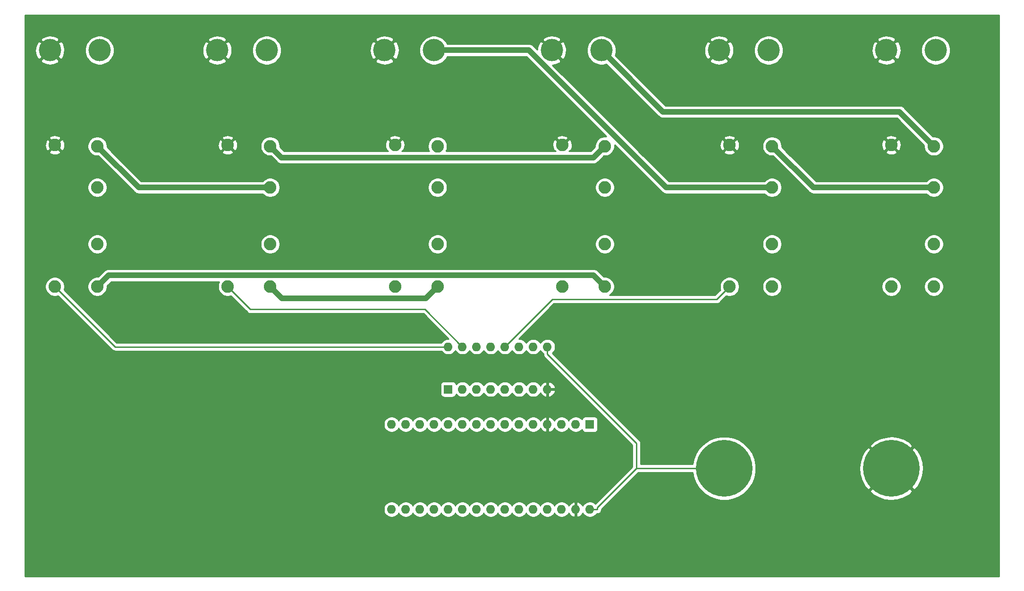
<source format=gbr>
G04 #@! TF.GenerationSoftware,KiCad,Pcbnew,5.1.8+dfsg1-1+b1*
G04 #@! TF.CreationDate,2020-12-23T10:12:17+01:00*
G04 #@! TF.ProjectId,first_try,66697273-745f-4747-9279-2e6b69636164,rev?*
G04 #@! TF.SameCoordinates,Original*
G04 #@! TF.FileFunction,Copper,L1,Top*
G04 #@! TF.FilePolarity,Positive*
%FSLAX46Y46*%
G04 Gerber Fmt 4.6, Leading zero omitted, Abs format (unit mm)*
G04 Created by KiCad (PCBNEW 5.1.8+dfsg1-1+b1) date 2020-12-23 10:12:17*
%MOMM*%
%LPD*%
G01*
G04 APERTURE LIST*
G04 #@! TA.AperFunction,ComponentPad*
%ADD10C,4.000000*%
G04 #@! TD*
G04 #@! TA.AperFunction,ComponentPad*
%ADD11C,2.250000*%
G04 #@! TD*
G04 #@! TA.AperFunction,ComponentPad*
%ADD12C,10.160000*%
G04 #@! TD*
G04 #@! TA.AperFunction,ComponentPad*
%ADD13O,1.600000X1.600000*%
G04 #@! TD*
G04 #@! TA.AperFunction,ComponentPad*
%ADD14R,1.600000X1.600000*%
G04 #@! TD*
G04 #@! TA.AperFunction,Conductor*
%ADD15C,0.250000*%
G04 #@! TD*
G04 #@! TA.AperFunction,Conductor*
%ADD16C,1.000000*%
G04 #@! TD*
G04 #@! TA.AperFunction,Conductor*
%ADD17C,0.254000*%
G04 #@! TD*
G04 #@! TA.AperFunction,Conductor*
%ADD18C,0.100000*%
G04 #@! TD*
G04 APERTURE END LIST*
D10*
G04 #@! TO.P,J_IN3,2*
G04 #@! TO.N,GND*
X116110000Y-30000000D03*
G04 #@! TO.P,J_IN3,1*
G04 #@! TO.N,Net-(J_IN3-Pad1)*
X125000000Y-30000000D03*
G04 #@! TD*
G04 #@! TO.P,J_OUT1,2*
G04 #@! TO.N,GND*
X146110000Y-30000000D03*
G04 #@! TO.P,J_OUT1,1*
G04 #@! TO.N,Net-(J_OUT1-Pad1)*
X155000000Y-30000000D03*
G04 #@! TD*
D11*
G04 #@! TO.P,K3,1*
G04 #@! TO.N,GND*
X118000000Y-47000000D03*
G04 #@! TO.P,K3,4*
G04 #@! TO.N,Net-(K3-Pad4)*
X118000000Y-72400000D03*
G04 #@! TO.P,K3,5*
G04 #@! TO.N,Net-(J_OUT2-Pad1)*
X125620000Y-72400000D03*
G04 #@! TO.P,K3,6*
G04 #@! TO.N,Net-(J_IN2-Pad1)*
X125620000Y-64780000D03*
G04 #@! TO.P,K3,7*
X125620000Y-54620000D03*
G04 #@! TO.P,K3,8*
G04 #@! TO.N,Net-(K3-Pad8)*
X125620000Y-47200000D03*
G04 #@! TD*
D12*
G04 #@! TO.P,J1,2*
G04 #@! TO.N,VCC*
X177030000Y-105000000D03*
G04 #@! TO.P,J1,1*
G04 #@! TO.N,GND*
X207000000Y-105000000D03*
G04 #@! TD*
D11*
G04 #@! TO.P,K4,1*
G04 #@! TO.N,GND*
X148000000Y-47000000D03*
G04 #@! TO.P,K4,4*
G04 #@! TO.N,Net-(K4-Pad4)*
X148000000Y-72400000D03*
G04 #@! TO.P,K4,5*
G04 #@! TO.N,Net-(J_OUT1-Pad1)*
X155620000Y-72400000D03*
G04 #@! TO.P,K4,6*
G04 #@! TO.N,Net-(K3-Pad8)*
X155620000Y-64780000D03*
G04 #@! TO.P,K4,7*
X155620000Y-54620000D03*
G04 #@! TO.P,K4,8*
G04 #@! TO.N,Net-(J_OUT3-Pad1)*
X155620000Y-47200000D03*
G04 #@! TD*
G04 #@! TO.P,K6,1*
G04 #@! TO.N,GND*
X207000000Y-47000000D03*
G04 #@! TO.P,K6,4*
G04 #@! TO.N,Net-(K6-Pad4)*
X207000000Y-72400000D03*
G04 #@! TO.P,K6,5*
G04 #@! TO.N,Net-(J_OUT2-Pad1)*
X214620000Y-72400000D03*
G04 #@! TO.P,K6,6*
G04 #@! TO.N,Net-(K5-Pad8)*
X214620000Y-64780000D03*
G04 #@! TO.P,K6,7*
X214620000Y-54620000D03*
G04 #@! TO.P,K6,8*
G04 #@! TO.N,Net-(J_OUT1-Pad1)*
X214620000Y-47200000D03*
G04 #@! TD*
D10*
G04 #@! TO.P,J_IN2,2*
G04 #@! TO.N,GND*
X86110000Y-30000000D03*
G04 #@! TO.P,J_IN2,1*
G04 #@! TO.N,Net-(J_IN2-Pad1)*
X95000000Y-30000000D03*
G04 #@! TD*
D13*
G04 #@! TO.P,U1,16*
G04 #@! TO.N,Net-(K1-Pad4)*
X127550000Y-83180000D03*
G04 #@! TO.P,U1,8*
G04 #@! TO.N,GND*
X145330000Y-90800000D03*
G04 #@! TO.P,U1,15*
G04 #@! TO.N,Net-(K2-Pad4)*
X130090000Y-83180000D03*
G04 #@! TO.P,U1,7*
G04 #@! TO.N,N/C*
X142790000Y-90800000D03*
G04 #@! TO.P,U1,14*
G04 #@! TO.N,Net-(K3-Pad4)*
X132630000Y-83180000D03*
G04 #@! TO.P,U1,6*
G04 #@! TO.N,Net-(A1-Pad6)*
X140250000Y-90800000D03*
G04 #@! TO.P,U1,13*
G04 #@! TO.N,Net-(K4-Pad4)*
X135170000Y-83180000D03*
G04 #@! TO.P,U1,5*
G04 #@! TO.N,Net-(A1-Pad7)*
X137710000Y-90800000D03*
G04 #@! TO.P,U1,12*
G04 #@! TO.N,Net-(K5-Pad4)*
X137710000Y-83180000D03*
G04 #@! TO.P,U1,4*
G04 #@! TO.N,Net-(A1-Pad8)*
X135170000Y-90800000D03*
G04 #@! TO.P,U1,11*
G04 #@! TO.N,Net-(K6-Pad4)*
X140250000Y-83180000D03*
G04 #@! TO.P,U1,3*
G04 #@! TO.N,Net-(A1-Pad9)*
X132630000Y-90800000D03*
G04 #@! TO.P,U1,10*
G04 #@! TO.N,N/C*
X142790000Y-83180000D03*
G04 #@! TO.P,U1,2*
G04 #@! TO.N,Net-(A1-Pad10)*
X130090000Y-90800000D03*
G04 #@! TO.P,U1,9*
G04 #@! TO.N,VCC*
X145330000Y-83180000D03*
D14*
G04 #@! TO.P,U1,1*
G04 #@! TO.N,Net-(A1-Pad11)*
X127550000Y-90800000D03*
G04 #@! TD*
D11*
G04 #@! TO.P,K1,1*
G04 #@! TO.N,GND*
X57000000Y-47000000D03*
G04 #@! TO.P,K1,4*
G04 #@! TO.N,Net-(K1-Pad4)*
X57000000Y-72400000D03*
G04 #@! TO.P,K1,5*
G04 #@! TO.N,Net-(J_OUT1-Pad1)*
X64620000Y-72400000D03*
G04 #@! TO.P,K1,6*
G04 #@! TO.N,Net-(J_IN1-Pad1)*
X64620000Y-64780000D03*
G04 #@! TO.P,K1,7*
X64620000Y-54620000D03*
G04 #@! TO.P,K1,8*
G04 #@! TO.N,Net-(K1-Pad8)*
X64620000Y-47200000D03*
G04 #@! TD*
D10*
G04 #@! TO.P,J_OUT3,2*
G04 #@! TO.N,GND*
X206110000Y-30000000D03*
G04 #@! TO.P,J_OUT3,1*
G04 #@! TO.N,Net-(J_OUT3-Pad1)*
X215000000Y-30000000D03*
G04 #@! TD*
G04 #@! TO.P,J_OUT2,2*
G04 #@! TO.N,GND*
X176110000Y-30000000D03*
G04 #@! TO.P,J_OUT2,1*
G04 #@! TO.N,Net-(J_OUT2-Pad1)*
X185000000Y-30000000D03*
G04 #@! TD*
G04 #@! TO.P,J_IN1,2*
G04 #@! TO.N,GND*
X56110000Y-30000000D03*
G04 #@! TO.P,J_IN1,1*
G04 #@! TO.N,Net-(J_IN1-Pad1)*
X65000000Y-30000000D03*
G04 #@! TD*
D11*
G04 #@! TO.P,K5,1*
G04 #@! TO.N,GND*
X178000000Y-47000000D03*
G04 #@! TO.P,K5,4*
G04 #@! TO.N,Net-(K5-Pad4)*
X178000000Y-72400000D03*
G04 #@! TO.P,K5,5*
G04 #@! TO.N,Net-(J_OUT3-Pad1)*
X185620000Y-72400000D03*
G04 #@! TO.P,K5,6*
G04 #@! TO.N,Net-(J_IN3-Pad1)*
X185620000Y-64780000D03*
G04 #@! TO.P,K5,7*
X185620000Y-54620000D03*
G04 #@! TO.P,K5,8*
G04 #@! TO.N,Net-(K5-Pad8)*
X185620000Y-47200000D03*
G04 #@! TD*
D13*
G04 #@! TO.P,A1,16*
G04 #@! TO.N,N/C*
X117390000Y-112360000D03*
G04 #@! TO.P,A1,15*
X117390000Y-97120000D03*
G04 #@! TO.P,A1,30*
G04 #@! TO.N,VCC*
X152950000Y-112360000D03*
G04 #@! TO.P,A1,14*
G04 #@! TO.N,N/C*
X119930000Y-97120000D03*
G04 #@! TO.P,A1,29*
G04 #@! TO.N,GND*
X150410000Y-112360000D03*
G04 #@! TO.P,A1,13*
G04 #@! TO.N,N/C*
X122470000Y-97120000D03*
G04 #@! TO.P,A1,28*
X147870000Y-112360000D03*
G04 #@! TO.P,A1,12*
X125010000Y-97120000D03*
G04 #@! TO.P,A1,27*
X145330000Y-112360000D03*
G04 #@! TO.P,A1,11*
G04 #@! TO.N,Net-(A1-Pad11)*
X127550000Y-97120000D03*
G04 #@! TO.P,A1,26*
G04 #@! TO.N,N/C*
X142790000Y-112360000D03*
G04 #@! TO.P,A1,10*
G04 #@! TO.N,Net-(A1-Pad10)*
X130090000Y-97120000D03*
G04 #@! TO.P,A1,25*
G04 #@! TO.N,N/C*
X140250000Y-112360000D03*
G04 #@! TO.P,A1,9*
G04 #@! TO.N,Net-(A1-Pad9)*
X132630000Y-97120000D03*
G04 #@! TO.P,A1,24*
G04 #@! TO.N,N/C*
X137710000Y-112360000D03*
G04 #@! TO.P,A1,8*
G04 #@! TO.N,Net-(A1-Pad8)*
X135170000Y-97120000D03*
G04 #@! TO.P,A1,23*
G04 #@! TO.N,N/C*
X135170000Y-112360000D03*
G04 #@! TO.P,A1,7*
G04 #@! TO.N,Net-(A1-Pad7)*
X137710000Y-97120000D03*
G04 #@! TO.P,A1,22*
G04 #@! TO.N,N/C*
X132630000Y-112360000D03*
G04 #@! TO.P,A1,6*
G04 #@! TO.N,Net-(A1-Pad6)*
X140250000Y-97120000D03*
G04 #@! TO.P,A1,21*
G04 #@! TO.N,N/C*
X130090000Y-112360000D03*
G04 #@! TO.P,A1,5*
X142790000Y-97120000D03*
G04 #@! TO.P,A1,20*
X127550000Y-112360000D03*
G04 #@! TO.P,A1,4*
G04 #@! TO.N,GND*
X145330000Y-97120000D03*
G04 #@! TO.P,A1,19*
G04 #@! TO.N,N/C*
X125010000Y-112360000D03*
G04 #@! TO.P,A1,3*
X147870000Y-97120000D03*
G04 #@! TO.P,A1,18*
X122470000Y-112360000D03*
G04 #@! TO.P,A1,2*
X150410000Y-97120000D03*
G04 #@! TO.P,A1,17*
X119930000Y-112360000D03*
D14*
G04 #@! TO.P,A1,1*
X152950000Y-97120000D03*
G04 #@! TD*
D11*
G04 #@! TO.P,K2,1*
G04 #@! TO.N,GND*
X88000000Y-47000000D03*
G04 #@! TO.P,K2,4*
G04 #@! TO.N,Net-(K2-Pad4)*
X88000000Y-72400000D03*
G04 #@! TO.P,K2,5*
G04 #@! TO.N,Net-(J_OUT2-Pad1)*
X95620000Y-72400000D03*
G04 #@! TO.P,K2,6*
G04 #@! TO.N,Net-(K1-Pad8)*
X95620000Y-64780000D03*
G04 #@! TO.P,K2,7*
X95620000Y-54620000D03*
G04 #@! TO.P,K2,8*
G04 #@! TO.N,Net-(J_OUT3-Pad1)*
X95620000Y-47200000D03*
G04 #@! TD*
D15*
G04 #@! TO.N,Net-(K1-Pad4)*
X127550000Y-83180000D02*
X67780000Y-83180000D01*
X67780000Y-83180000D02*
X57000000Y-72400000D01*
G04 #@! TO.N,Net-(K2-Pad4)*
X130090000Y-83180000D02*
X123383500Y-76473500D01*
X123383500Y-76473500D02*
X92073500Y-76473500D01*
X92073500Y-76473500D02*
X88000000Y-72400000D01*
G04 #@! TO.N,Net-(K5-Pad4)*
X137710000Y-83180000D02*
X146186800Y-74703200D01*
X146186800Y-74703200D02*
X175696800Y-74703200D01*
X175696800Y-74703200D02*
X178000000Y-72400000D01*
D16*
G04 #@! TO.N,Net-(J_IN3-Pad1)*
X185620000Y-54620000D02*
X166628200Y-54620000D01*
X166628200Y-54620000D02*
X142008200Y-30000000D01*
X142008200Y-30000000D02*
X125000000Y-30000000D01*
G04 #@! TO.N,Net-(J_OUT1-Pad1)*
X214620000Y-47200000D02*
X208469600Y-41049600D01*
X208469600Y-41049600D02*
X166049600Y-41049600D01*
X166049600Y-41049600D02*
X155000000Y-30000000D01*
X64620000Y-72400000D02*
X66652400Y-70367600D01*
X66652400Y-70367600D02*
X153587600Y-70367600D01*
X153587600Y-70367600D02*
X155620000Y-72400000D01*
G04 #@! TO.N,Net-(J_OUT2-Pad1)*
X95620000Y-72400000D02*
X97704400Y-74484400D01*
X97704400Y-74484400D02*
X123535600Y-74484400D01*
X123535600Y-74484400D02*
X125620000Y-72400000D01*
G04 #@! TO.N,Net-(J_OUT3-Pad1)*
X95620000Y-47200000D02*
X97661400Y-49241400D01*
X97661400Y-49241400D02*
X153578600Y-49241400D01*
X153578600Y-49241400D02*
X155620000Y-47200000D01*
G04 #@! TO.N,Net-(K1-Pad8)*
X95620000Y-54620000D02*
X72040000Y-54620000D01*
X72040000Y-54620000D02*
X64620000Y-47200000D01*
G04 #@! TO.N,Net-(K5-Pad8)*
X185620000Y-47200000D02*
X193040000Y-54620000D01*
X193040000Y-54620000D02*
X214620000Y-54620000D01*
D15*
G04 #@! TO.N,VCC*
X161310000Y-105000000D02*
X177030000Y-105000000D01*
X145330000Y-83180000D02*
X145330000Y-84505300D01*
X145330000Y-84505300D02*
X161310000Y-100485000D01*
X161310000Y-100485000D02*
X161310000Y-105000000D01*
X152950000Y-112360000D02*
X154275000Y-112360000D01*
X154275000Y-112360000D02*
X154275000Y-112035000D01*
X154275000Y-112035000D02*
X161310000Y-105000000D01*
G04 #@! TD*
D17*
G04 #@! TO.N,GND*
X226340001Y-124340000D02*
X51660000Y-124340000D01*
X51660000Y-112218665D01*
X115955000Y-112218665D01*
X115955000Y-112501335D01*
X116010147Y-112778574D01*
X116118320Y-113039727D01*
X116275363Y-113274759D01*
X116475241Y-113474637D01*
X116710273Y-113631680D01*
X116971426Y-113739853D01*
X117248665Y-113795000D01*
X117531335Y-113795000D01*
X117808574Y-113739853D01*
X118069727Y-113631680D01*
X118304759Y-113474637D01*
X118504637Y-113274759D01*
X118660000Y-113042241D01*
X118815363Y-113274759D01*
X119015241Y-113474637D01*
X119250273Y-113631680D01*
X119511426Y-113739853D01*
X119788665Y-113795000D01*
X120071335Y-113795000D01*
X120348574Y-113739853D01*
X120609727Y-113631680D01*
X120844759Y-113474637D01*
X121044637Y-113274759D01*
X121200000Y-113042241D01*
X121355363Y-113274759D01*
X121555241Y-113474637D01*
X121790273Y-113631680D01*
X122051426Y-113739853D01*
X122328665Y-113795000D01*
X122611335Y-113795000D01*
X122888574Y-113739853D01*
X123149727Y-113631680D01*
X123384759Y-113474637D01*
X123584637Y-113274759D01*
X123740000Y-113042241D01*
X123895363Y-113274759D01*
X124095241Y-113474637D01*
X124330273Y-113631680D01*
X124591426Y-113739853D01*
X124868665Y-113795000D01*
X125151335Y-113795000D01*
X125428574Y-113739853D01*
X125689727Y-113631680D01*
X125924759Y-113474637D01*
X126124637Y-113274759D01*
X126280000Y-113042241D01*
X126435363Y-113274759D01*
X126635241Y-113474637D01*
X126870273Y-113631680D01*
X127131426Y-113739853D01*
X127408665Y-113795000D01*
X127691335Y-113795000D01*
X127968574Y-113739853D01*
X128229727Y-113631680D01*
X128464759Y-113474637D01*
X128664637Y-113274759D01*
X128820000Y-113042241D01*
X128975363Y-113274759D01*
X129175241Y-113474637D01*
X129410273Y-113631680D01*
X129671426Y-113739853D01*
X129948665Y-113795000D01*
X130231335Y-113795000D01*
X130508574Y-113739853D01*
X130769727Y-113631680D01*
X131004759Y-113474637D01*
X131204637Y-113274759D01*
X131360000Y-113042241D01*
X131515363Y-113274759D01*
X131715241Y-113474637D01*
X131950273Y-113631680D01*
X132211426Y-113739853D01*
X132488665Y-113795000D01*
X132771335Y-113795000D01*
X133048574Y-113739853D01*
X133309727Y-113631680D01*
X133544759Y-113474637D01*
X133744637Y-113274759D01*
X133900000Y-113042241D01*
X134055363Y-113274759D01*
X134255241Y-113474637D01*
X134490273Y-113631680D01*
X134751426Y-113739853D01*
X135028665Y-113795000D01*
X135311335Y-113795000D01*
X135588574Y-113739853D01*
X135849727Y-113631680D01*
X136084759Y-113474637D01*
X136284637Y-113274759D01*
X136440000Y-113042241D01*
X136595363Y-113274759D01*
X136795241Y-113474637D01*
X137030273Y-113631680D01*
X137291426Y-113739853D01*
X137568665Y-113795000D01*
X137851335Y-113795000D01*
X138128574Y-113739853D01*
X138389727Y-113631680D01*
X138624759Y-113474637D01*
X138824637Y-113274759D01*
X138980000Y-113042241D01*
X139135363Y-113274759D01*
X139335241Y-113474637D01*
X139570273Y-113631680D01*
X139831426Y-113739853D01*
X140108665Y-113795000D01*
X140391335Y-113795000D01*
X140668574Y-113739853D01*
X140929727Y-113631680D01*
X141164759Y-113474637D01*
X141364637Y-113274759D01*
X141520000Y-113042241D01*
X141675363Y-113274759D01*
X141875241Y-113474637D01*
X142110273Y-113631680D01*
X142371426Y-113739853D01*
X142648665Y-113795000D01*
X142931335Y-113795000D01*
X143208574Y-113739853D01*
X143469727Y-113631680D01*
X143704759Y-113474637D01*
X143904637Y-113274759D01*
X144060000Y-113042241D01*
X144215363Y-113274759D01*
X144415241Y-113474637D01*
X144650273Y-113631680D01*
X144911426Y-113739853D01*
X145188665Y-113795000D01*
X145471335Y-113795000D01*
X145748574Y-113739853D01*
X146009727Y-113631680D01*
X146244759Y-113474637D01*
X146444637Y-113274759D01*
X146600000Y-113042241D01*
X146755363Y-113274759D01*
X146955241Y-113474637D01*
X147190273Y-113631680D01*
X147451426Y-113739853D01*
X147728665Y-113795000D01*
X148011335Y-113795000D01*
X148288574Y-113739853D01*
X148549727Y-113631680D01*
X148784759Y-113474637D01*
X148984637Y-113274759D01*
X149141680Y-113039727D01*
X149146067Y-113029135D01*
X149257615Y-113215131D01*
X149446586Y-113423519D01*
X149672580Y-113591037D01*
X149926913Y-113711246D01*
X150060961Y-113751904D01*
X150283000Y-113629915D01*
X150283000Y-112487000D01*
X150263000Y-112487000D01*
X150263000Y-112233000D01*
X150283000Y-112233000D01*
X150283000Y-111090085D01*
X150060961Y-110968096D01*
X149926913Y-111008754D01*
X149672580Y-111128963D01*
X149446586Y-111296481D01*
X149257615Y-111504869D01*
X149146067Y-111690865D01*
X149141680Y-111680273D01*
X148984637Y-111445241D01*
X148784759Y-111245363D01*
X148549727Y-111088320D01*
X148288574Y-110980147D01*
X148011335Y-110925000D01*
X147728665Y-110925000D01*
X147451426Y-110980147D01*
X147190273Y-111088320D01*
X146955241Y-111245363D01*
X146755363Y-111445241D01*
X146600000Y-111677759D01*
X146444637Y-111445241D01*
X146244759Y-111245363D01*
X146009727Y-111088320D01*
X145748574Y-110980147D01*
X145471335Y-110925000D01*
X145188665Y-110925000D01*
X144911426Y-110980147D01*
X144650273Y-111088320D01*
X144415241Y-111245363D01*
X144215363Y-111445241D01*
X144060000Y-111677759D01*
X143904637Y-111445241D01*
X143704759Y-111245363D01*
X143469727Y-111088320D01*
X143208574Y-110980147D01*
X142931335Y-110925000D01*
X142648665Y-110925000D01*
X142371426Y-110980147D01*
X142110273Y-111088320D01*
X141875241Y-111245363D01*
X141675363Y-111445241D01*
X141520000Y-111677759D01*
X141364637Y-111445241D01*
X141164759Y-111245363D01*
X140929727Y-111088320D01*
X140668574Y-110980147D01*
X140391335Y-110925000D01*
X140108665Y-110925000D01*
X139831426Y-110980147D01*
X139570273Y-111088320D01*
X139335241Y-111245363D01*
X139135363Y-111445241D01*
X138980000Y-111677759D01*
X138824637Y-111445241D01*
X138624759Y-111245363D01*
X138389727Y-111088320D01*
X138128574Y-110980147D01*
X137851335Y-110925000D01*
X137568665Y-110925000D01*
X137291426Y-110980147D01*
X137030273Y-111088320D01*
X136795241Y-111245363D01*
X136595363Y-111445241D01*
X136440000Y-111677759D01*
X136284637Y-111445241D01*
X136084759Y-111245363D01*
X135849727Y-111088320D01*
X135588574Y-110980147D01*
X135311335Y-110925000D01*
X135028665Y-110925000D01*
X134751426Y-110980147D01*
X134490273Y-111088320D01*
X134255241Y-111245363D01*
X134055363Y-111445241D01*
X133900000Y-111677759D01*
X133744637Y-111445241D01*
X133544759Y-111245363D01*
X133309727Y-111088320D01*
X133048574Y-110980147D01*
X132771335Y-110925000D01*
X132488665Y-110925000D01*
X132211426Y-110980147D01*
X131950273Y-111088320D01*
X131715241Y-111245363D01*
X131515363Y-111445241D01*
X131360000Y-111677759D01*
X131204637Y-111445241D01*
X131004759Y-111245363D01*
X130769727Y-111088320D01*
X130508574Y-110980147D01*
X130231335Y-110925000D01*
X129948665Y-110925000D01*
X129671426Y-110980147D01*
X129410273Y-111088320D01*
X129175241Y-111245363D01*
X128975363Y-111445241D01*
X128820000Y-111677759D01*
X128664637Y-111445241D01*
X128464759Y-111245363D01*
X128229727Y-111088320D01*
X127968574Y-110980147D01*
X127691335Y-110925000D01*
X127408665Y-110925000D01*
X127131426Y-110980147D01*
X126870273Y-111088320D01*
X126635241Y-111245363D01*
X126435363Y-111445241D01*
X126280000Y-111677759D01*
X126124637Y-111445241D01*
X125924759Y-111245363D01*
X125689727Y-111088320D01*
X125428574Y-110980147D01*
X125151335Y-110925000D01*
X124868665Y-110925000D01*
X124591426Y-110980147D01*
X124330273Y-111088320D01*
X124095241Y-111245363D01*
X123895363Y-111445241D01*
X123740000Y-111677759D01*
X123584637Y-111445241D01*
X123384759Y-111245363D01*
X123149727Y-111088320D01*
X122888574Y-110980147D01*
X122611335Y-110925000D01*
X122328665Y-110925000D01*
X122051426Y-110980147D01*
X121790273Y-111088320D01*
X121555241Y-111245363D01*
X121355363Y-111445241D01*
X121200000Y-111677759D01*
X121044637Y-111445241D01*
X120844759Y-111245363D01*
X120609727Y-111088320D01*
X120348574Y-110980147D01*
X120071335Y-110925000D01*
X119788665Y-110925000D01*
X119511426Y-110980147D01*
X119250273Y-111088320D01*
X119015241Y-111245363D01*
X118815363Y-111445241D01*
X118660000Y-111677759D01*
X118504637Y-111445241D01*
X118304759Y-111245363D01*
X118069727Y-111088320D01*
X117808574Y-110980147D01*
X117531335Y-110925000D01*
X117248665Y-110925000D01*
X116971426Y-110980147D01*
X116710273Y-111088320D01*
X116475241Y-111245363D01*
X116275363Y-111445241D01*
X116118320Y-111680273D01*
X116010147Y-111941426D01*
X115955000Y-112218665D01*
X51660000Y-112218665D01*
X51660000Y-96978665D01*
X115955000Y-96978665D01*
X115955000Y-97261335D01*
X116010147Y-97538574D01*
X116118320Y-97799727D01*
X116275363Y-98034759D01*
X116475241Y-98234637D01*
X116710273Y-98391680D01*
X116971426Y-98499853D01*
X117248665Y-98555000D01*
X117531335Y-98555000D01*
X117808574Y-98499853D01*
X118069727Y-98391680D01*
X118304759Y-98234637D01*
X118504637Y-98034759D01*
X118660000Y-97802241D01*
X118815363Y-98034759D01*
X119015241Y-98234637D01*
X119250273Y-98391680D01*
X119511426Y-98499853D01*
X119788665Y-98555000D01*
X120071335Y-98555000D01*
X120348574Y-98499853D01*
X120609727Y-98391680D01*
X120844759Y-98234637D01*
X121044637Y-98034759D01*
X121200000Y-97802241D01*
X121355363Y-98034759D01*
X121555241Y-98234637D01*
X121790273Y-98391680D01*
X122051426Y-98499853D01*
X122328665Y-98555000D01*
X122611335Y-98555000D01*
X122888574Y-98499853D01*
X123149727Y-98391680D01*
X123384759Y-98234637D01*
X123584637Y-98034759D01*
X123740000Y-97802241D01*
X123895363Y-98034759D01*
X124095241Y-98234637D01*
X124330273Y-98391680D01*
X124591426Y-98499853D01*
X124868665Y-98555000D01*
X125151335Y-98555000D01*
X125428574Y-98499853D01*
X125689727Y-98391680D01*
X125924759Y-98234637D01*
X126124637Y-98034759D01*
X126280000Y-97802241D01*
X126435363Y-98034759D01*
X126635241Y-98234637D01*
X126870273Y-98391680D01*
X127131426Y-98499853D01*
X127408665Y-98555000D01*
X127691335Y-98555000D01*
X127968574Y-98499853D01*
X128229727Y-98391680D01*
X128464759Y-98234637D01*
X128664637Y-98034759D01*
X128820000Y-97802241D01*
X128975363Y-98034759D01*
X129175241Y-98234637D01*
X129410273Y-98391680D01*
X129671426Y-98499853D01*
X129948665Y-98555000D01*
X130231335Y-98555000D01*
X130508574Y-98499853D01*
X130769727Y-98391680D01*
X131004759Y-98234637D01*
X131204637Y-98034759D01*
X131360000Y-97802241D01*
X131515363Y-98034759D01*
X131715241Y-98234637D01*
X131950273Y-98391680D01*
X132211426Y-98499853D01*
X132488665Y-98555000D01*
X132771335Y-98555000D01*
X133048574Y-98499853D01*
X133309727Y-98391680D01*
X133544759Y-98234637D01*
X133744637Y-98034759D01*
X133900000Y-97802241D01*
X134055363Y-98034759D01*
X134255241Y-98234637D01*
X134490273Y-98391680D01*
X134751426Y-98499853D01*
X135028665Y-98555000D01*
X135311335Y-98555000D01*
X135588574Y-98499853D01*
X135849727Y-98391680D01*
X136084759Y-98234637D01*
X136284637Y-98034759D01*
X136440000Y-97802241D01*
X136595363Y-98034759D01*
X136795241Y-98234637D01*
X137030273Y-98391680D01*
X137291426Y-98499853D01*
X137568665Y-98555000D01*
X137851335Y-98555000D01*
X138128574Y-98499853D01*
X138389727Y-98391680D01*
X138624759Y-98234637D01*
X138824637Y-98034759D01*
X138980000Y-97802241D01*
X139135363Y-98034759D01*
X139335241Y-98234637D01*
X139570273Y-98391680D01*
X139831426Y-98499853D01*
X140108665Y-98555000D01*
X140391335Y-98555000D01*
X140668574Y-98499853D01*
X140929727Y-98391680D01*
X141164759Y-98234637D01*
X141364637Y-98034759D01*
X141520000Y-97802241D01*
X141675363Y-98034759D01*
X141875241Y-98234637D01*
X142110273Y-98391680D01*
X142371426Y-98499853D01*
X142648665Y-98555000D01*
X142931335Y-98555000D01*
X143208574Y-98499853D01*
X143469727Y-98391680D01*
X143704759Y-98234637D01*
X143904637Y-98034759D01*
X144061680Y-97799727D01*
X144066067Y-97789135D01*
X144177615Y-97975131D01*
X144366586Y-98183519D01*
X144592580Y-98351037D01*
X144846913Y-98471246D01*
X144980961Y-98511904D01*
X145203000Y-98389915D01*
X145203000Y-97247000D01*
X145183000Y-97247000D01*
X145183000Y-96993000D01*
X145203000Y-96993000D01*
X145203000Y-95850085D01*
X145457000Y-95850085D01*
X145457000Y-96993000D01*
X145477000Y-96993000D01*
X145477000Y-97247000D01*
X145457000Y-97247000D01*
X145457000Y-98389915D01*
X145679039Y-98511904D01*
X145813087Y-98471246D01*
X146067420Y-98351037D01*
X146293414Y-98183519D01*
X146482385Y-97975131D01*
X146593933Y-97789135D01*
X146598320Y-97799727D01*
X146755363Y-98034759D01*
X146955241Y-98234637D01*
X147190273Y-98391680D01*
X147451426Y-98499853D01*
X147728665Y-98555000D01*
X148011335Y-98555000D01*
X148288574Y-98499853D01*
X148549727Y-98391680D01*
X148784759Y-98234637D01*
X148984637Y-98034759D01*
X149140000Y-97802241D01*
X149295363Y-98034759D01*
X149495241Y-98234637D01*
X149730273Y-98391680D01*
X149991426Y-98499853D01*
X150268665Y-98555000D01*
X150551335Y-98555000D01*
X150828574Y-98499853D01*
X151089727Y-98391680D01*
X151324759Y-98234637D01*
X151523357Y-98036039D01*
X151524188Y-98044482D01*
X151560498Y-98164180D01*
X151619463Y-98274494D01*
X151698815Y-98371185D01*
X151795506Y-98450537D01*
X151905820Y-98509502D01*
X152025518Y-98545812D01*
X152150000Y-98558072D01*
X153750000Y-98558072D01*
X153874482Y-98545812D01*
X153994180Y-98509502D01*
X154104494Y-98450537D01*
X154201185Y-98371185D01*
X154280537Y-98274494D01*
X154339502Y-98164180D01*
X154375812Y-98044482D01*
X154388072Y-97920000D01*
X154388072Y-96320000D01*
X154375812Y-96195518D01*
X154339502Y-96075820D01*
X154280537Y-95965506D01*
X154201185Y-95868815D01*
X154104494Y-95789463D01*
X153994180Y-95730498D01*
X153874482Y-95694188D01*
X153750000Y-95681928D01*
X152150000Y-95681928D01*
X152025518Y-95694188D01*
X151905820Y-95730498D01*
X151795506Y-95789463D01*
X151698815Y-95868815D01*
X151619463Y-95965506D01*
X151560498Y-96075820D01*
X151524188Y-96195518D01*
X151523357Y-96203961D01*
X151324759Y-96005363D01*
X151089727Y-95848320D01*
X150828574Y-95740147D01*
X150551335Y-95685000D01*
X150268665Y-95685000D01*
X149991426Y-95740147D01*
X149730273Y-95848320D01*
X149495241Y-96005363D01*
X149295363Y-96205241D01*
X149140000Y-96437759D01*
X148984637Y-96205241D01*
X148784759Y-96005363D01*
X148549727Y-95848320D01*
X148288574Y-95740147D01*
X148011335Y-95685000D01*
X147728665Y-95685000D01*
X147451426Y-95740147D01*
X147190273Y-95848320D01*
X146955241Y-96005363D01*
X146755363Y-96205241D01*
X146598320Y-96440273D01*
X146593933Y-96450865D01*
X146482385Y-96264869D01*
X146293414Y-96056481D01*
X146067420Y-95888963D01*
X145813087Y-95768754D01*
X145679039Y-95728096D01*
X145457000Y-95850085D01*
X145203000Y-95850085D01*
X144980961Y-95728096D01*
X144846913Y-95768754D01*
X144592580Y-95888963D01*
X144366586Y-96056481D01*
X144177615Y-96264869D01*
X144066067Y-96450865D01*
X144061680Y-96440273D01*
X143904637Y-96205241D01*
X143704759Y-96005363D01*
X143469727Y-95848320D01*
X143208574Y-95740147D01*
X142931335Y-95685000D01*
X142648665Y-95685000D01*
X142371426Y-95740147D01*
X142110273Y-95848320D01*
X141875241Y-96005363D01*
X141675363Y-96205241D01*
X141520000Y-96437759D01*
X141364637Y-96205241D01*
X141164759Y-96005363D01*
X140929727Y-95848320D01*
X140668574Y-95740147D01*
X140391335Y-95685000D01*
X140108665Y-95685000D01*
X139831426Y-95740147D01*
X139570273Y-95848320D01*
X139335241Y-96005363D01*
X139135363Y-96205241D01*
X138980000Y-96437759D01*
X138824637Y-96205241D01*
X138624759Y-96005363D01*
X138389727Y-95848320D01*
X138128574Y-95740147D01*
X137851335Y-95685000D01*
X137568665Y-95685000D01*
X137291426Y-95740147D01*
X137030273Y-95848320D01*
X136795241Y-96005363D01*
X136595363Y-96205241D01*
X136440000Y-96437759D01*
X136284637Y-96205241D01*
X136084759Y-96005363D01*
X135849727Y-95848320D01*
X135588574Y-95740147D01*
X135311335Y-95685000D01*
X135028665Y-95685000D01*
X134751426Y-95740147D01*
X134490273Y-95848320D01*
X134255241Y-96005363D01*
X134055363Y-96205241D01*
X133900000Y-96437759D01*
X133744637Y-96205241D01*
X133544759Y-96005363D01*
X133309727Y-95848320D01*
X133048574Y-95740147D01*
X132771335Y-95685000D01*
X132488665Y-95685000D01*
X132211426Y-95740147D01*
X131950273Y-95848320D01*
X131715241Y-96005363D01*
X131515363Y-96205241D01*
X131360000Y-96437759D01*
X131204637Y-96205241D01*
X131004759Y-96005363D01*
X130769727Y-95848320D01*
X130508574Y-95740147D01*
X130231335Y-95685000D01*
X129948665Y-95685000D01*
X129671426Y-95740147D01*
X129410273Y-95848320D01*
X129175241Y-96005363D01*
X128975363Y-96205241D01*
X128820000Y-96437759D01*
X128664637Y-96205241D01*
X128464759Y-96005363D01*
X128229727Y-95848320D01*
X127968574Y-95740147D01*
X127691335Y-95685000D01*
X127408665Y-95685000D01*
X127131426Y-95740147D01*
X126870273Y-95848320D01*
X126635241Y-96005363D01*
X126435363Y-96205241D01*
X126280000Y-96437759D01*
X126124637Y-96205241D01*
X125924759Y-96005363D01*
X125689727Y-95848320D01*
X125428574Y-95740147D01*
X125151335Y-95685000D01*
X124868665Y-95685000D01*
X124591426Y-95740147D01*
X124330273Y-95848320D01*
X124095241Y-96005363D01*
X123895363Y-96205241D01*
X123740000Y-96437759D01*
X123584637Y-96205241D01*
X123384759Y-96005363D01*
X123149727Y-95848320D01*
X122888574Y-95740147D01*
X122611335Y-95685000D01*
X122328665Y-95685000D01*
X122051426Y-95740147D01*
X121790273Y-95848320D01*
X121555241Y-96005363D01*
X121355363Y-96205241D01*
X121200000Y-96437759D01*
X121044637Y-96205241D01*
X120844759Y-96005363D01*
X120609727Y-95848320D01*
X120348574Y-95740147D01*
X120071335Y-95685000D01*
X119788665Y-95685000D01*
X119511426Y-95740147D01*
X119250273Y-95848320D01*
X119015241Y-96005363D01*
X118815363Y-96205241D01*
X118660000Y-96437759D01*
X118504637Y-96205241D01*
X118304759Y-96005363D01*
X118069727Y-95848320D01*
X117808574Y-95740147D01*
X117531335Y-95685000D01*
X117248665Y-95685000D01*
X116971426Y-95740147D01*
X116710273Y-95848320D01*
X116475241Y-96005363D01*
X116275363Y-96205241D01*
X116118320Y-96440273D01*
X116010147Y-96701426D01*
X115955000Y-96978665D01*
X51660000Y-96978665D01*
X51660000Y-90000000D01*
X126111928Y-90000000D01*
X126111928Y-91600000D01*
X126124188Y-91724482D01*
X126160498Y-91844180D01*
X126219463Y-91954494D01*
X126298815Y-92051185D01*
X126395506Y-92130537D01*
X126505820Y-92189502D01*
X126625518Y-92225812D01*
X126750000Y-92238072D01*
X128350000Y-92238072D01*
X128474482Y-92225812D01*
X128594180Y-92189502D01*
X128704494Y-92130537D01*
X128801185Y-92051185D01*
X128880537Y-91954494D01*
X128939502Y-91844180D01*
X128975812Y-91724482D01*
X128976643Y-91716039D01*
X129175241Y-91914637D01*
X129410273Y-92071680D01*
X129671426Y-92179853D01*
X129948665Y-92235000D01*
X130231335Y-92235000D01*
X130508574Y-92179853D01*
X130769727Y-92071680D01*
X131004759Y-91914637D01*
X131204637Y-91714759D01*
X131360000Y-91482241D01*
X131515363Y-91714759D01*
X131715241Y-91914637D01*
X131950273Y-92071680D01*
X132211426Y-92179853D01*
X132488665Y-92235000D01*
X132771335Y-92235000D01*
X133048574Y-92179853D01*
X133309727Y-92071680D01*
X133544759Y-91914637D01*
X133744637Y-91714759D01*
X133900000Y-91482241D01*
X134055363Y-91714759D01*
X134255241Y-91914637D01*
X134490273Y-92071680D01*
X134751426Y-92179853D01*
X135028665Y-92235000D01*
X135311335Y-92235000D01*
X135588574Y-92179853D01*
X135849727Y-92071680D01*
X136084759Y-91914637D01*
X136284637Y-91714759D01*
X136440000Y-91482241D01*
X136595363Y-91714759D01*
X136795241Y-91914637D01*
X137030273Y-92071680D01*
X137291426Y-92179853D01*
X137568665Y-92235000D01*
X137851335Y-92235000D01*
X138128574Y-92179853D01*
X138389727Y-92071680D01*
X138624759Y-91914637D01*
X138824637Y-91714759D01*
X138980000Y-91482241D01*
X139135363Y-91714759D01*
X139335241Y-91914637D01*
X139570273Y-92071680D01*
X139831426Y-92179853D01*
X140108665Y-92235000D01*
X140391335Y-92235000D01*
X140668574Y-92179853D01*
X140929727Y-92071680D01*
X141164759Y-91914637D01*
X141364637Y-91714759D01*
X141520000Y-91482241D01*
X141675363Y-91714759D01*
X141875241Y-91914637D01*
X142110273Y-92071680D01*
X142371426Y-92179853D01*
X142648665Y-92235000D01*
X142931335Y-92235000D01*
X143208574Y-92179853D01*
X143469727Y-92071680D01*
X143704759Y-91914637D01*
X143904637Y-91714759D01*
X144061680Y-91479727D01*
X144066067Y-91469135D01*
X144177615Y-91655131D01*
X144366586Y-91863519D01*
X144592580Y-92031037D01*
X144846913Y-92151246D01*
X144980961Y-92191904D01*
X145203000Y-92069915D01*
X145203000Y-90927000D01*
X145457000Y-90927000D01*
X145457000Y-92069915D01*
X145679039Y-92191904D01*
X145813087Y-92151246D01*
X146067420Y-92031037D01*
X146293414Y-91863519D01*
X146482385Y-91655131D01*
X146627070Y-91413881D01*
X146721909Y-91149040D01*
X146600624Y-90927000D01*
X145457000Y-90927000D01*
X145203000Y-90927000D01*
X145183000Y-90927000D01*
X145183000Y-90673000D01*
X145203000Y-90673000D01*
X145203000Y-89530085D01*
X145457000Y-89530085D01*
X145457000Y-90673000D01*
X146600624Y-90673000D01*
X146721909Y-90450960D01*
X146627070Y-90186119D01*
X146482385Y-89944869D01*
X146293414Y-89736481D01*
X146067420Y-89568963D01*
X145813087Y-89448754D01*
X145679039Y-89408096D01*
X145457000Y-89530085D01*
X145203000Y-89530085D01*
X144980961Y-89408096D01*
X144846913Y-89448754D01*
X144592580Y-89568963D01*
X144366586Y-89736481D01*
X144177615Y-89944869D01*
X144066067Y-90130865D01*
X144061680Y-90120273D01*
X143904637Y-89885241D01*
X143704759Y-89685363D01*
X143469727Y-89528320D01*
X143208574Y-89420147D01*
X142931335Y-89365000D01*
X142648665Y-89365000D01*
X142371426Y-89420147D01*
X142110273Y-89528320D01*
X141875241Y-89685363D01*
X141675363Y-89885241D01*
X141520000Y-90117759D01*
X141364637Y-89885241D01*
X141164759Y-89685363D01*
X140929727Y-89528320D01*
X140668574Y-89420147D01*
X140391335Y-89365000D01*
X140108665Y-89365000D01*
X139831426Y-89420147D01*
X139570273Y-89528320D01*
X139335241Y-89685363D01*
X139135363Y-89885241D01*
X138980000Y-90117759D01*
X138824637Y-89885241D01*
X138624759Y-89685363D01*
X138389727Y-89528320D01*
X138128574Y-89420147D01*
X137851335Y-89365000D01*
X137568665Y-89365000D01*
X137291426Y-89420147D01*
X137030273Y-89528320D01*
X136795241Y-89685363D01*
X136595363Y-89885241D01*
X136440000Y-90117759D01*
X136284637Y-89885241D01*
X136084759Y-89685363D01*
X135849727Y-89528320D01*
X135588574Y-89420147D01*
X135311335Y-89365000D01*
X135028665Y-89365000D01*
X134751426Y-89420147D01*
X134490273Y-89528320D01*
X134255241Y-89685363D01*
X134055363Y-89885241D01*
X133900000Y-90117759D01*
X133744637Y-89885241D01*
X133544759Y-89685363D01*
X133309727Y-89528320D01*
X133048574Y-89420147D01*
X132771335Y-89365000D01*
X132488665Y-89365000D01*
X132211426Y-89420147D01*
X131950273Y-89528320D01*
X131715241Y-89685363D01*
X131515363Y-89885241D01*
X131360000Y-90117759D01*
X131204637Y-89885241D01*
X131004759Y-89685363D01*
X130769727Y-89528320D01*
X130508574Y-89420147D01*
X130231335Y-89365000D01*
X129948665Y-89365000D01*
X129671426Y-89420147D01*
X129410273Y-89528320D01*
X129175241Y-89685363D01*
X128976643Y-89883961D01*
X128975812Y-89875518D01*
X128939502Y-89755820D01*
X128880537Y-89645506D01*
X128801185Y-89548815D01*
X128704494Y-89469463D01*
X128594180Y-89410498D01*
X128474482Y-89374188D01*
X128350000Y-89361928D01*
X126750000Y-89361928D01*
X126625518Y-89374188D01*
X126505820Y-89410498D01*
X126395506Y-89469463D01*
X126298815Y-89548815D01*
X126219463Y-89645506D01*
X126160498Y-89755820D01*
X126124188Y-89875518D01*
X126111928Y-90000000D01*
X51660000Y-90000000D01*
X51660000Y-72226655D01*
X55240000Y-72226655D01*
X55240000Y-72573345D01*
X55307636Y-72913373D01*
X55440308Y-73233673D01*
X55632919Y-73521935D01*
X55878065Y-73767081D01*
X56166327Y-73959692D01*
X56486627Y-74092364D01*
X56826655Y-74160000D01*
X57173345Y-74160000D01*
X57513373Y-74092364D01*
X57587046Y-74061848D01*
X67216201Y-83691003D01*
X67239999Y-83720001D01*
X67355724Y-83814974D01*
X67487753Y-83885546D01*
X67631014Y-83929003D01*
X67742667Y-83940000D01*
X67742676Y-83940000D01*
X67779999Y-83943676D01*
X67817322Y-83940000D01*
X126331957Y-83940000D01*
X126435363Y-84094759D01*
X126635241Y-84294637D01*
X126870273Y-84451680D01*
X127131426Y-84559853D01*
X127408665Y-84615000D01*
X127691335Y-84615000D01*
X127968574Y-84559853D01*
X128229727Y-84451680D01*
X128464759Y-84294637D01*
X128664637Y-84094759D01*
X128820000Y-83862241D01*
X128975363Y-84094759D01*
X129175241Y-84294637D01*
X129410273Y-84451680D01*
X129671426Y-84559853D01*
X129948665Y-84615000D01*
X130231335Y-84615000D01*
X130508574Y-84559853D01*
X130769727Y-84451680D01*
X131004759Y-84294637D01*
X131204637Y-84094759D01*
X131360000Y-83862241D01*
X131515363Y-84094759D01*
X131715241Y-84294637D01*
X131950273Y-84451680D01*
X132211426Y-84559853D01*
X132488665Y-84615000D01*
X132771335Y-84615000D01*
X133048574Y-84559853D01*
X133309727Y-84451680D01*
X133544759Y-84294637D01*
X133744637Y-84094759D01*
X133900000Y-83862241D01*
X134055363Y-84094759D01*
X134255241Y-84294637D01*
X134490273Y-84451680D01*
X134751426Y-84559853D01*
X135028665Y-84615000D01*
X135311335Y-84615000D01*
X135588574Y-84559853D01*
X135849727Y-84451680D01*
X136084759Y-84294637D01*
X136284637Y-84094759D01*
X136440000Y-83862241D01*
X136595363Y-84094759D01*
X136795241Y-84294637D01*
X137030273Y-84451680D01*
X137291426Y-84559853D01*
X137568665Y-84615000D01*
X137851335Y-84615000D01*
X138128574Y-84559853D01*
X138389727Y-84451680D01*
X138624759Y-84294637D01*
X138824637Y-84094759D01*
X138980000Y-83862241D01*
X139135363Y-84094759D01*
X139335241Y-84294637D01*
X139570273Y-84451680D01*
X139831426Y-84559853D01*
X140108665Y-84615000D01*
X140391335Y-84615000D01*
X140668574Y-84559853D01*
X140929727Y-84451680D01*
X141164759Y-84294637D01*
X141364637Y-84094759D01*
X141520000Y-83862241D01*
X141675363Y-84094759D01*
X141875241Y-84294637D01*
X142110273Y-84451680D01*
X142371426Y-84559853D01*
X142648665Y-84615000D01*
X142931335Y-84615000D01*
X143208574Y-84559853D01*
X143469727Y-84451680D01*
X143704759Y-84294637D01*
X143904637Y-84094759D01*
X144060000Y-83862241D01*
X144215363Y-84094759D01*
X144415241Y-84294637D01*
X144570001Y-84398044D01*
X144570001Y-84467970D01*
X144566324Y-84505307D01*
X144580999Y-84654293D01*
X144624457Y-84797553D01*
X144695030Y-84929582D01*
X144766206Y-85016308D01*
X144790000Y-85045301D01*
X144818998Y-85069099D01*
X160550000Y-100799807D01*
X160550001Y-104685196D01*
X153927297Y-111307901D01*
X153864759Y-111245363D01*
X153629727Y-111088320D01*
X153368574Y-110980147D01*
X153091335Y-110925000D01*
X152808665Y-110925000D01*
X152531426Y-110980147D01*
X152270273Y-111088320D01*
X152035241Y-111245363D01*
X151835363Y-111445241D01*
X151678320Y-111680273D01*
X151673933Y-111690865D01*
X151562385Y-111504869D01*
X151373414Y-111296481D01*
X151147420Y-111128963D01*
X150893087Y-111008754D01*
X150759039Y-110968096D01*
X150537000Y-111090085D01*
X150537000Y-112233000D01*
X150557000Y-112233000D01*
X150557000Y-112487000D01*
X150537000Y-112487000D01*
X150537000Y-113629915D01*
X150759039Y-113751904D01*
X150893087Y-113711246D01*
X151147420Y-113591037D01*
X151373414Y-113423519D01*
X151562385Y-113215131D01*
X151673933Y-113029135D01*
X151678320Y-113039727D01*
X151835363Y-113274759D01*
X152035241Y-113474637D01*
X152270273Y-113631680D01*
X152531426Y-113739853D01*
X152808665Y-113795000D01*
X153091335Y-113795000D01*
X153368574Y-113739853D01*
X153629727Y-113631680D01*
X153864759Y-113474637D01*
X154064637Y-113274759D01*
X154168043Y-113120000D01*
X154237667Y-113120000D01*
X154275000Y-113123677D01*
X154312333Y-113120000D01*
X154423986Y-113109003D01*
X154567247Y-113065546D01*
X154699276Y-112994974D01*
X154815001Y-112900001D01*
X154909974Y-112784276D01*
X154980546Y-112652247D01*
X155024003Y-112508986D01*
X155038677Y-112360000D01*
X155037433Y-112347368D01*
X161624803Y-105760000D01*
X171354210Y-105760000D01*
X171534625Y-106667004D01*
X171965433Y-107707067D01*
X172590870Y-108643100D01*
X173386900Y-109439130D01*
X174322933Y-110064567D01*
X175362996Y-110495375D01*
X176467122Y-110715000D01*
X177592878Y-110715000D01*
X178697004Y-110495375D01*
X179737067Y-110064567D01*
X180673100Y-109439130D01*
X181075034Y-109037196D01*
X203142409Y-109037196D01*
X203728124Y-109719416D01*
X204711704Y-110267045D01*
X205783223Y-110612265D01*
X206901501Y-110741808D01*
X208023565Y-110650697D01*
X209106294Y-110342433D01*
X210108079Y-109828863D01*
X210271876Y-109719416D01*
X210857591Y-109037196D01*
X207000000Y-105179605D01*
X203142409Y-109037196D01*
X181075034Y-109037196D01*
X181469130Y-108643100D01*
X182094567Y-107707067D01*
X182525375Y-106667004D01*
X182745000Y-105562878D01*
X182745000Y-104901501D01*
X201258192Y-104901501D01*
X201349303Y-106023565D01*
X201657567Y-107106294D01*
X202171137Y-108108079D01*
X202280584Y-108271876D01*
X202962804Y-108857591D01*
X206820395Y-105000000D01*
X207179605Y-105000000D01*
X211037196Y-108857591D01*
X211719416Y-108271876D01*
X212267045Y-107288296D01*
X212612265Y-106216777D01*
X212741808Y-105098499D01*
X212650697Y-103976435D01*
X212342433Y-102893706D01*
X211828863Y-101891921D01*
X211719416Y-101728124D01*
X211037196Y-101142409D01*
X207179605Y-105000000D01*
X206820395Y-105000000D01*
X202962804Y-101142409D01*
X202280584Y-101728124D01*
X201732955Y-102711704D01*
X201387735Y-103783223D01*
X201258192Y-104901501D01*
X182745000Y-104901501D01*
X182745000Y-104437122D01*
X182525375Y-103332996D01*
X182094567Y-102292933D01*
X181469130Y-101356900D01*
X181075034Y-100962804D01*
X203142409Y-100962804D01*
X207000000Y-104820395D01*
X210857591Y-100962804D01*
X210271876Y-100280584D01*
X209288296Y-99732955D01*
X208216777Y-99387735D01*
X207098499Y-99258192D01*
X205976435Y-99349303D01*
X204893706Y-99657567D01*
X203891921Y-100171137D01*
X203728124Y-100280584D01*
X203142409Y-100962804D01*
X181075034Y-100962804D01*
X180673100Y-100560870D01*
X179737067Y-99935433D01*
X178697004Y-99504625D01*
X177592878Y-99285000D01*
X176467122Y-99285000D01*
X175362996Y-99504625D01*
X174322933Y-99935433D01*
X173386900Y-100560870D01*
X172590870Y-101356900D01*
X171965433Y-102292933D01*
X171534625Y-103332996D01*
X171354210Y-104240000D01*
X162070000Y-104240000D01*
X162070000Y-100522328D01*
X162073677Y-100484993D01*
X162068745Y-100434927D01*
X162059003Y-100336014D01*
X162015546Y-100192753D01*
X161944974Y-100060724D01*
X161944970Y-100060718D01*
X161873795Y-99973992D01*
X161850001Y-99944999D01*
X161821004Y-99921202D01*
X146214418Y-84314910D01*
X146244759Y-84294637D01*
X146444637Y-84094759D01*
X146601680Y-83859727D01*
X146709853Y-83598574D01*
X146765000Y-83321335D01*
X146765000Y-83038665D01*
X146709853Y-82761426D01*
X146601680Y-82500273D01*
X146444637Y-82265241D01*
X146244759Y-82065363D01*
X146009727Y-81908320D01*
X145748574Y-81800147D01*
X145471335Y-81745000D01*
X145188665Y-81745000D01*
X144911426Y-81800147D01*
X144650273Y-81908320D01*
X144415241Y-82065363D01*
X144215363Y-82265241D01*
X144060000Y-82497759D01*
X143904637Y-82265241D01*
X143704759Y-82065363D01*
X143469727Y-81908320D01*
X143208574Y-81800147D01*
X142931335Y-81745000D01*
X142648665Y-81745000D01*
X142371426Y-81800147D01*
X142110273Y-81908320D01*
X141875241Y-82065363D01*
X141675363Y-82265241D01*
X141520000Y-82497759D01*
X141364637Y-82265241D01*
X141164759Y-82065363D01*
X140929727Y-81908320D01*
X140668574Y-81800147D01*
X140391335Y-81745000D01*
X140219801Y-81745000D01*
X146501602Y-75463200D01*
X175659478Y-75463200D01*
X175696800Y-75466876D01*
X175734122Y-75463200D01*
X175734133Y-75463200D01*
X175845786Y-75452203D01*
X175989047Y-75408746D01*
X176121076Y-75338174D01*
X176236801Y-75243201D01*
X176260604Y-75214197D01*
X177412954Y-74061848D01*
X177486627Y-74092364D01*
X177826655Y-74160000D01*
X178173345Y-74160000D01*
X178513373Y-74092364D01*
X178833673Y-73959692D01*
X179121935Y-73767081D01*
X179367081Y-73521935D01*
X179559692Y-73233673D01*
X179692364Y-72913373D01*
X179760000Y-72573345D01*
X179760000Y-72226655D01*
X183860000Y-72226655D01*
X183860000Y-72573345D01*
X183927636Y-72913373D01*
X184060308Y-73233673D01*
X184252919Y-73521935D01*
X184498065Y-73767081D01*
X184786327Y-73959692D01*
X185106627Y-74092364D01*
X185446655Y-74160000D01*
X185793345Y-74160000D01*
X186133373Y-74092364D01*
X186453673Y-73959692D01*
X186741935Y-73767081D01*
X186987081Y-73521935D01*
X187179692Y-73233673D01*
X187312364Y-72913373D01*
X187380000Y-72573345D01*
X187380000Y-72226655D01*
X205240000Y-72226655D01*
X205240000Y-72573345D01*
X205307636Y-72913373D01*
X205440308Y-73233673D01*
X205632919Y-73521935D01*
X205878065Y-73767081D01*
X206166327Y-73959692D01*
X206486627Y-74092364D01*
X206826655Y-74160000D01*
X207173345Y-74160000D01*
X207513373Y-74092364D01*
X207833673Y-73959692D01*
X208121935Y-73767081D01*
X208367081Y-73521935D01*
X208559692Y-73233673D01*
X208692364Y-72913373D01*
X208760000Y-72573345D01*
X208760000Y-72226655D01*
X212860000Y-72226655D01*
X212860000Y-72573345D01*
X212927636Y-72913373D01*
X213060308Y-73233673D01*
X213252919Y-73521935D01*
X213498065Y-73767081D01*
X213786327Y-73959692D01*
X214106627Y-74092364D01*
X214446655Y-74160000D01*
X214793345Y-74160000D01*
X215133373Y-74092364D01*
X215453673Y-73959692D01*
X215741935Y-73767081D01*
X215987081Y-73521935D01*
X216179692Y-73233673D01*
X216312364Y-72913373D01*
X216380000Y-72573345D01*
X216380000Y-72226655D01*
X216312364Y-71886627D01*
X216179692Y-71566327D01*
X215987081Y-71278065D01*
X215741935Y-71032919D01*
X215453673Y-70840308D01*
X215133373Y-70707636D01*
X214793345Y-70640000D01*
X214446655Y-70640000D01*
X214106627Y-70707636D01*
X213786327Y-70840308D01*
X213498065Y-71032919D01*
X213252919Y-71278065D01*
X213060308Y-71566327D01*
X212927636Y-71886627D01*
X212860000Y-72226655D01*
X208760000Y-72226655D01*
X208692364Y-71886627D01*
X208559692Y-71566327D01*
X208367081Y-71278065D01*
X208121935Y-71032919D01*
X207833673Y-70840308D01*
X207513373Y-70707636D01*
X207173345Y-70640000D01*
X206826655Y-70640000D01*
X206486627Y-70707636D01*
X206166327Y-70840308D01*
X205878065Y-71032919D01*
X205632919Y-71278065D01*
X205440308Y-71566327D01*
X205307636Y-71886627D01*
X205240000Y-72226655D01*
X187380000Y-72226655D01*
X187312364Y-71886627D01*
X187179692Y-71566327D01*
X186987081Y-71278065D01*
X186741935Y-71032919D01*
X186453673Y-70840308D01*
X186133373Y-70707636D01*
X185793345Y-70640000D01*
X185446655Y-70640000D01*
X185106627Y-70707636D01*
X184786327Y-70840308D01*
X184498065Y-71032919D01*
X184252919Y-71278065D01*
X184060308Y-71566327D01*
X183927636Y-71886627D01*
X183860000Y-72226655D01*
X179760000Y-72226655D01*
X179692364Y-71886627D01*
X179559692Y-71566327D01*
X179367081Y-71278065D01*
X179121935Y-71032919D01*
X178833673Y-70840308D01*
X178513373Y-70707636D01*
X178173345Y-70640000D01*
X177826655Y-70640000D01*
X177486627Y-70707636D01*
X177166327Y-70840308D01*
X176878065Y-71032919D01*
X176632919Y-71278065D01*
X176440308Y-71566327D01*
X176307636Y-71886627D01*
X176240000Y-72226655D01*
X176240000Y-72573345D01*
X176307636Y-72913373D01*
X176338152Y-72987046D01*
X175381999Y-73943200D01*
X156478355Y-73943200D01*
X156741935Y-73767081D01*
X156987081Y-73521935D01*
X157179692Y-73233673D01*
X157312364Y-72913373D01*
X157380000Y-72573345D01*
X157380000Y-72226655D01*
X157312364Y-71886627D01*
X157179692Y-71566327D01*
X156987081Y-71278065D01*
X156741935Y-71032919D01*
X156453673Y-70840308D01*
X156133373Y-70707636D01*
X155793345Y-70640000D01*
X155465132Y-70640000D01*
X154429596Y-69604464D01*
X154394049Y-69561151D01*
X154221223Y-69419316D01*
X154024047Y-69313924D01*
X153810099Y-69249023D01*
X153643352Y-69232600D01*
X153643351Y-69232600D01*
X153587600Y-69227109D01*
X153531849Y-69232600D01*
X66708152Y-69232600D01*
X66652400Y-69227109D01*
X66429901Y-69249023D01*
X66215953Y-69313924D01*
X66018777Y-69419316D01*
X65889256Y-69525611D01*
X65889255Y-69525612D01*
X65845951Y-69561151D01*
X65810413Y-69604454D01*
X64774868Y-70640000D01*
X64446655Y-70640000D01*
X64106627Y-70707636D01*
X63786327Y-70840308D01*
X63498065Y-71032919D01*
X63252919Y-71278065D01*
X63060308Y-71566327D01*
X62927636Y-71886627D01*
X62860000Y-72226655D01*
X62860000Y-72573345D01*
X62927636Y-72913373D01*
X63060308Y-73233673D01*
X63252919Y-73521935D01*
X63498065Y-73767081D01*
X63786327Y-73959692D01*
X64106627Y-74092364D01*
X64446655Y-74160000D01*
X64793345Y-74160000D01*
X65133373Y-74092364D01*
X65453673Y-73959692D01*
X65741935Y-73767081D01*
X65987081Y-73521935D01*
X66179692Y-73233673D01*
X66312364Y-72913373D01*
X66380000Y-72573345D01*
X66380000Y-72245132D01*
X67122533Y-71502600D01*
X86482889Y-71502600D01*
X86440308Y-71566327D01*
X86307636Y-71886627D01*
X86240000Y-72226655D01*
X86240000Y-72573345D01*
X86307636Y-72913373D01*
X86440308Y-73233673D01*
X86632919Y-73521935D01*
X86878065Y-73767081D01*
X87166327Y-73959692D01*
X87486627Y-74092364D01*
X87826655Y-74160000D01*
X88173345Y-74160000D01*
X88513373Y-74092364D01*
X88587046Y-74061848D01*
X91509700Y-76984502D01*
X91533499Y-77013501D01*
X91562497Y-77037299D01*
X91649223Y-77108474D01*
X91781253Y-77179046D01*
X91924514Y-77222503D01*
X92036167Y-77233500D01*
X92036177Y-77233500D01*
X92073500Y-77237176D01*
X92110823Y-77233500D01*
X123068699Y-77233500D01*
X127580198Y-81745000D01*
X127408665Y-81745000D01*
X127131426Y-81800147D01*
X126870273Y-81908320D01*
X126635241Y-82065363D01*
X126435363Y-82265241D01*
X126331957Y-82420000D01*
X68094802Y-82420000D01*
X58661848Y-72987046D01*
X58692364Y-72913373D01*
X58760000Y-72573345D01*
X58760000Y-72226655D01*
X58692364Y-71886627D01*
X58559692Y-71566327D01*
X58367081Y-71278065D01*
X58121935Y-71032919D01*
X57833673Y-70840308D01*
X57513373Y-70707636D01*
X57173345Y-70640000D01*
X56826655Y-70640000D01*
X56486627Y-70707636D01*
X56166327Y-70840308D01*
X55878065Y-71032919D01*
X55632919Y-71278065D01*
X55440308Y-71566327D01*
X55307636Y-71886627D01*
X55240000Y-72226655D01*
X51660000Y-72226655D01*
X51660000Y-64606655D01*
X62860000Y-64606655D01*
X62860000Y-64953345D01*
X62927636Y-65293373D01*
X63060308Y-65613673D01*
X63252919Y-65901935D01*
X63498065Y-66147081D01*
X63786327Y-66339692D01*
X64106627Y-66472364D01*
X64446655Y-66540000D01*
X64793345Y-66540000D01*
X65133373Y-66472364D01*
X65453673Y-66339692D01*
X65741935Y-66147081D01*
X65987081Y-65901935D01*
X66179692Y-65613673D01*
X66312364Y-65293373D01*
X66380000Y-64953345D01*
X66380000Y-64606655D01*
X93860000Y-64606655D01*
X93860000Y-64953345D01*
X93927636Y-65293373D01*
X94060308Y-65613673D01*
X94252919Y-65901935D01*
X94498065Y-66147081D01*
X94786327Y-66339692D01*
X95106627Y-66472364D01*
X95446655Y-66540000D01*
X95793345Y-66540000D01*
X96133373Y-66472364D01*
X96453673Y-66339692D01*
X96741935Y-66147081D01*
X96987081Y-65901935D01*
X97179692Y-65613673D01*
X97312364Y-65293373D01*
X97380000Y-64953345D01*
X97380000Y-64606655D01*
X123860000Y-64606655D01*
X123860000Y-64953345D01*
X123927636Y-65293373D01*
X124060308Y-65613673D01*
X124252919Y-65901935D01*
X124498065Y-66147081D01*
X124786327Y-66339692D01*
X125106627Y-66472364D01*
X125446655Y-66540000D01*
X125793345Y-66540000D01*
X126133373Y-66472364D01*
X126453673Y-66339692D01*
X126741935Y-66147081D01*
X126987081Y-65901935D01*
X127179692Y-65613673D01*
X127312364Y-65293373D01*
X127380000Y-64953345D01*
X127380000Y-64606655D01*
X153860000Y-64606655D01*
X153860000Y-64953345D01*
X153927636Y-65293373D01*
X154060308Y-65613673D01*
X154252919Y-65901935D01*
X154498065Y-66147081D01*
X154786327Y-66339692D01*
X155106627Y-66472364D01*
X155446655Y-66540000D01*
X155793345Y-66540000D01*
X156133373Y-66472364D01*
X156453673Y-66339692D01*
X156741935Y-66147081D01*
X156987081Y-65901935D01*
X157179692Y-65613673D01*
X157312364Y-65293373D01*
X157380000Y-64953345D01*
X157380000Y-64606655D01*
X183860000Y-64606655D01*
X183860000Y-64953345D01*
X183927636Y-65293373D01*
X184060308Y-65613673D01*
X184252919Y-65901935D01*
X184498065Y-66147081D01*
X184786327Y-66339692D01*
X185106627Y-66472364D01*
X185446655Y-66540000D01*
X185793345Y-66540000D01*
X186133373Y-66472364D01*
X186453673Y-66339692D01*
X186741935Y-66147081D01*
X186987081Y-65901935D01*
X187179692Y-65613673D01*
X187312364Y-65293373D01*
X187380000Y-64953345D01*
X187380000Y-64606655D01*
X212860000Y-64606655D01*
X212860000Y-64953345D01*
X212927636Y-65293373D01*
X213060308Y-65613673D01*
X213252919Y-65901935D01*
X213498065Y-66147081D01*
X213786327Y-66339692D01*
X214106627Y-66472364D01*
X214446655Y-66540000D01*
X214793345Y-66540000D01*
X215133373Y-66472364D01*
X215453673Y-66339692D01*
X215741935Y-66147081D01*
X215987081Y-65901935D01*
X216179692Y-65613673D01*
X216312364Y-65293373D01*
X216380000Y-64953345D01*
X216380000Y-64606655D01*
X216312364Y-64266627D01*
X216179692Y-63946327D01*
X215987081Y-63658065D01*
X215741935Y-63412919D01*
X215453673Y-63220308D01*
X215133373Y-63087636D01*
X214793345Y-63020000D01*
X214446655Y-63020000D01*
X214106627Y-63087636D01*
X213786327Y-63220308D01*
X213498065Y-63412919D01*
X213252919Y-63658065D01*
X213060308Y-63946327D01*
X212927636Y-64266627D01*
X212860000Y-64606655D01*
X187380000Y-64606655D01*
X187312364Y-64266627D01*
X187179692Y-63946327D01*
X186987081Y-63658065D01*
X186741935Y-63412919D01*
X186453673Y-63220308D01*
X186133373Y-63087636D01*
X185793345Y-63020000D01*
X185446655Y-63020000D01*
X185106627Y-63087636D01*
X184786327Y-63220308D01*
X184498065Y-63412919D01*
X184252919Y-63658065D01*
X184060308Y-63946327D01*
X183927636Y-64266627D01*
X183860000Y-64606655D01*
X157380000Y-64606655D01*
X157312364Y-64266627D01*
X157179692Y-63946327D01*
X156987081Y-63658065D01*
X156741935Y-63412919D01*
X156453673Y-63220308D01*
X156133373Y-63087636D01*
X155793345Y-63020000D01*
X155446655Y-63020000D01*
X155106627Y-63087636D01*
X154786327Y-63220308D01*
X154498065Y-63412919D01*
X154252919Y-63658065D01*
X154060308Y-63946327D01*
X153927636Y-64266627D01*
X153860000Y-64606655D01*
X127380000Y-64606655D01*
X127312364Y-64266627D01*
X127179692Y-63946327D01*
X126987081Y-63658065D01*
X126741935Y-63412919D01*
X126453673Y-63220308D01*
X126133373Y-63087636D01*
X125793345Y-63020000D01*
X125446655Y-63020000D01*
X125106627Y-63087636D01*
X124786327Y-63220308D01*
X124498065Y-63412919D01*
X124252919Y-63658065D01*
X124060308Y-63946327D01*
X123927636Y-64266627D01*
X123860000Y-64606655D01*
X97380000Y-64606655D01*
X97312364Y-64266627D01*
X97179692Y-63946327D01*
X96987081Y-63658065D01*
X96741935Y-63412919D01*
X96453673Y-63220308D01*
X96133373Y-63087636D01*
X95793345Y-63020000D01*
X95446655Y-63020000D01*
X95106627Y-63087636D01*
X94786327Y-63220308D01*
X94498065Y-63412919D01*
X94252919Y-63658065D01*
X94060308Y-63946327D01*
X93927636Y-64266627D01*
X93860000Y-64606655D01*
X66380000Y-64606655D01*
X66312364Y-64266627D01*
X66179692Y-63946327D01*
X65987081Y-63658065D01*
X65741935Y-63412919D01*
X65453673Y-63220308D01*
X65133373Y-63087636D01*
X64793345Y-63020000D01*
X64446655Y-63020000D01*
X64106627Y-63087636D01*
X63786327Y-63220308D01*
X63498065Y-63412919D01*
X63252919Y-63658065D01*
X63060308Y-63946327D01*
X62927636Y-64266627D01*
X62860000Y-64606655D01*
X51660000Y-64606655D01*
X51660000Y-54446655D01*
X62860000Y-54446655D01*
X62860000Y-54793345D01*
X62927636Y-55133373D01*
X63060308Y-55453673D01*
X63252919Y-55741935D01*
X63498065Y-55987081D01*
X63786327Y-56179692D01*
X64106627Y-56312364D01*
X64446655Y-56380000D01*
X64793345Y-56380000D01*
X65133373Y-56312364D01*
X65453673Y-56179692D01*
X65741935Y-55987081D01*
X65987081Y-55741935D01*
X66179692Y-55453673D01*
X66312364Y-55133373D01*
X66380000Y-54793345D01*
X66380000Y-54446655D01*
X66312364Y-54106627D01*
X66179692Y-53786327D01*
X65987081Y-53498065D01*
X65741935Y-53252919D01*
X65453673Y-53060308D01*
X65133373Y-52927636D01*
X64793345Y-52860000D01*
X64446655Y-52860000D01*
X64106627Y-52927636D01*
X63786327Y-53060308D01*
X63498065Y-53252919D01*
X63252919Y-53498065D01*
X63060308Y-53786327D01*
X62927636Y-54106627D01*
X62860000Y-54446655D01*
X51660000Y-54446655D01*
X51660000Y-48224531D01*
X55955074Y-48224531D01*
X56065921Y-48501714D01*
X56376840Y-48655089D01*
X56711705Y-48744860D01*
X57057650Y-48767576D01*
X57401380Y-48722366D01*
X57729685Y-48610966D01*
X57934079Y-48501714D01*
X58044926Y-48224531D01*
X57000000Y-47179605D01*
X55955074Y-48224531D01*
X51660000Y-48224531D01*
X51660000Y-47057650D01*
X55232424Y-47057650D01*
X55277634Y-47401380D01*
X55389034Y-47729685D01*
X55498286Y-47934079D01*
X55775469Y-48044926D01*
X56820395Y-47000000D01*
X57179605Y-47000000D01*
X58224531Y-48044926D01*
X58501714Y-47934079D01*
X58655089Y-47623160D01*
X58744860Y-47288295D01*
X58762040Y-47026655D01*
X62860000Y-47026655D01*
X62860000Y-47373345D01*
X62927636Y-47713373D01*
X63060308Y-48033673D01*
X63252919Y-48321935D01*
X63498065Y-48567081D01*
X63786327Y-48759692D01*
X64106627Y-48892364D01*
X64446655Y-48960000D01*
X64774869Y-48960000D01*
X71198013Y-55383146D01*
X71233551Y-55426449D01*
X71276854Y-55461987D01*
X71276856Y-55461989D01*
X71406377Y-55568284D01*
X71603553Y-55673676D01*
X71817501Y-55738577D01*
X72040000Y-55760491D01*
X72095752Y-55755000D01*
X94265984Y-55755000D01*
X94498065Y-55987081D01*
X94786327Y-56179692D01*
X95106627Y-56312364D01*
X95446655Y-56380000D01*
X95793345Y-56380000D01*
X96133373Y-56312364D01*
X96453673Y-56179692D01*
X96741935Y-55987081D01*
X96987081Y-55741935D01*
X97179692Y-55453673D01*
X97312364Y-55133373D01*
X97380000Y-54793345D01*
X97380000Y-54446655D01*
X123860000Y-54446655D01*
X123860000Y-54793345D01*
X123927636Y-55133373D01*
X124060308Y-55453673D01*
X124252919Y-55741935D01*
X124498065Y-55987081D01*
X124786327Y-56179692D01*
X125106627Y-56312364D01*
X125446655Y-56380000D01*
X125793345Y-56380000D01*
X126133373Y-56312364D01*
X126453673Y-56179692D01*
X126741935Y-55987081D01*
X126987081Y-55741935D01*
X127179692Y-55453673D01*
X127312364Y-55133373D01*
X127380000Y-54793345D01*
X127380000Y-54446655D01*
X153860000Y-54446655D01*
X153860000Y-54793345D01*
X153927636Y-55133373D01*
X154060308Y-55453673D01*
X154252919Y-55741935D01*
X154498065Y-55987081D01*
X154786327Y-56179692D01*
X155106627Y-56312364D01*
X155446655Y-56380000D01*
X155793345Y-56380000D01*
X156133373Y-56312364D01*
X156453673Y-56179692D01*
X156741935Y-55987081D01*
X156987081Y-55741935D01*
X157179692Y-55453673D01*
X157312364Y-55133373D01*
X157380000Y-54793345D01*
X157380000Y-54446655D01*
X157312364Y-54106627D01*
X157179692Y-53786327D01*
X156987081Y-53498065D01*
X156741935Y-53252919D01*
X156453673Y-53060308D01*
X156133373Y-52927636D01*
X155793345Y-52860000D01*
X155446655Y-52860000D01*
X155106627Y-52927636D01*
X154786327Y-53060308D01*
X154498065Y-53252919D01*
X154252919Y-53498065D01*
X154060308Y-53786327D01*
X153927636Y-54106627D01*
X153860000Y-54446655D01*
X127380000Y-54446655D01*
X127312364Y-54106627D01*
X127179692Y-53786327D01*
X126987081Y-53498065D01*
X126741935Y-53252919D01*
X126453673Y-53060308D01*
X126133373Y-52927636D01*
X125793345Y-52860000D01*
X125446655Y-52860000D01*
X125106627Y-52927636D01*
X124786327Y-53060308D01*
X124498065Y-53252919D01*
X124252919Y-53498065D01*
X124060308Y-53786327D01*
X123927636Y-54106627D01*
X123860000Y-54446655D01*
X97380000Y-54446655D01*
X97312364Y-54106627D01*
X97179692Y-53786327D01*
X96987081Y-53498065D01*
X96741935Y-53252919D01*
X96453673Y-53060308D01*
X96133373Y-52927636D01*
X95793345Y-52860000D01*
X95446655Y-52860000D01*
X95106627Y-52927636D01*
X94786327Y-53060308D01*
X94498065Y-53252919D01*
X94265984Y-53485000D01*
X72510133Y-53485000D01*
X67249663Y-48224531D01*
X86955074Y-48224531D01*
X87065921Y-48501714D01*
X87376840Y-48655089D01*
X87711705Y-48744860D01*
X88057650Y-48767576D01*
X88401380Y-48722366D01*
X88729685Y-48610966D01*
X88934079Y-48501714D01*
X89044926Y-48224531D01*
X88000000Y-47179605D01*
X86955074Y-48224531D01*
X67249663Y-48224531D01*
X66380000Y-47354869D01*
X66380000Y-47057650D01*
X86232424Y-47057650D01*
X86277634Y-47401380D01*
X86389034Y-47729685D01*
X86498286Y-47934079D01*
X86775469Y-48044926D01*
X87820395Y-47000000D01*
X88179605Y-47000000D01*
X89224531Y-48044926D01*
X89501714Y-47934079D01*
X89655089Y-47623160D01*
X89744860Y-47288295D01*
X89762040Y-47026655D01*
X93860000Y-47026655D01*
X93860000Y-47373345D01*
X93927636Y-47713373D01*
X94060308Y-48033673D01*
X94252919Y-48321935D01*
X94498065Y-48567081D01*
X94786327Y-48759692D01*
X95106627Y-48892364D01*
X95446655Y-48960000D01*
X95774868Y-48960000D01*
X96819413Y-50004546D01*
X96854951Y-50047849D01*
X96898254Y-50083387D01*
X96898256Y-50083389D01*
X97027777Y-50189684D01*
X97224953Y-50295076D01*
X97438901Y-50359977D01*
X97661400Y-50381891D01*
X97717152Y-50376400D01*
X153522849Y-50376400D01*
X153578600Y-50381891D01*
X153634351Y-50376400D01*
X153634352Y-50376400D01*
X153801099Y-50359977D01*
X154015047Y-50295076D01*
X154212223Y-50189684D01*
X154385049Y-50047849D01*
X154420596Y-50004536D01*
X155465132Y-48960000D01*
X155793345Y-48960000D01*
X156133373Y-48892364D01*
X156453673Y-48759692D01*
X156741935Y-48567081D01*
X156987081Y-48321935D01*
X157179692Y-48033673D01*
X157312364Y-47713373D01*
X157380000Y-47373345D01*
X157380000Y-47026655D01*
X157367653Y-46964585D01*
X165786209Y-55383141D01*
X165821751Y-55426449D01*
X165865057Y-55461989D01*
X165994577Y-55568284D01*
X166191753Y-55673676D01*
X166405701Y-55738577D01*
X166628200Y-55760491D01*
X166683951Y-55755000D01*
X184265984Y-55755000D01*
X184498065Y-55987081D01*
X184786327Y-56179692D01*
X185106627Y-56312364D01*
X185446655Y-56380000D01*
X185793345Y-56380000D01*
X186133373Y-56312364D01*
X186453673Y-56179692D01*
X186741935Y-55987081D01*
X186987081Y-55741935D01*
X187179692Y-55453673D01*
X187312364Y-55133373D01*
X187380000Y-54793345D01*
X187380000Y-54446655D01*
X187312364Y-54106627D01*
X187179692Y-53786327D01*
X186987081Y-53498065D01*
X186741935Y-53252919D01*
X186453673Y-53060308D01*
X186133373Y-52927636D01*
X185793345Y-52860000D01*
X185446655Y-52860000D01*
X185106627Y-52927636D01*
X184786327Y-53060308D01*
X184498065Y-53252919D01*
X184265984Y-53485000D01*
X167098332Y-53485000D01*
X161837863Y-48224531D01*
X176955074Y-48224531D01*
X177065921Y-48501714D01*
X177376840Y-48655089D01*
X177711705Y-48744860D01*
X178057650Y-48767576D01*
X178401380Y-48722366D01*
X178729685Y-48610966D01*
X178934079Y-48501714D01*
X179044926Y-48224531D01*
X178000000Y-47179605D01*
X176955074Y-48224531D01*
X161837863Y-48224531D01*
X160670982Y-47057650D01*
X176232424Y-47057650D01*
X176277634Y-47401380D01*
X176389034Y-47729685D01*
X176498286Y-47934079D01*
X176775469Y-48044926D01*
X177820395Y-47000000D01*
X178179605Y-47000000D01*
X179224531Y-48044926D01*
X179501714Y-47934079D01*
X179655089Y-47623160D01*
X179744860Y-47288295D01*
X179762040Y-47026655D01*
X183860000Y-47026655D01*
X183860000Y-47373345D01*
X183927636Y-47713373D01*
X184060308Y-48033673D01*
X184252919Y-48321935D01*
X184498065Y-48567081D01*
X184786327Y-48759692D01*
X185106627Y-48892364D01*
X185446655Y-48960000D01*
X185774869Y-48960000D01*
X192198013Y-55383146D01*
X192233551Y-55426449D01*
X192276854Y-55461987D01*
X192276856Y-55461989D01*
X192406377Y-55568284D01*
X192603553Y-55673676D01*
X192817501Y-55738577D01*
X193040000Y-55760491D01*
X193095752Y-55755000D01*
X213265984Y-55755000D01*
X213498065Y-55987081D01*
X213786327Y-56179692D01*
X214106627Y-56312364D01*
X214446655Y-56380000D01*
X214793345Y-56380000D01*
X215133373Y-56312364D01*
X215453673Y-56179692D01*
X215741935Y-55987081D01*
X215987081Y-55741935D01*
X216179692Y-55453673D01*
X216312364Y-55133373D01*
X216380000Y-54793345D01*
X216380000Y-54446655D01*
X216312364Y-54106627D01*
X216179692Y-53786327D01*
X215987081Y-53498065D01*
X215741935Y-53252919D01*
X215453673Y-53060308D01*
X215133373Y-52927636D01*
X214793345Y-52860000D01*
X214446655Y-52860000D01*
X214106627Y-52927636D01*
X213786327Y-53060308D01*
X213498065Y-53252919D01*
X213265984Y-53485000D01*
X193510133Y-53485000D01*
X188249663Y-48224531D01*
X205955074Y-48224531D01*
X206065921Y-48501714D01*
X206376840Y-48655089D01*
X206711705Y-48744860D01*
X207057650Y-48767576D01*
X207401380Y-48722366D01*
X207729685Y-48610966D01*
X207934079Y-48501714D01*
X208044926Y-48224531D01*
X207000000Y-47179605D01*
X205955074Y-48224531D01*
X188249663Y-48224531D01*
X187380000Y-47354869D01*
X187380000Y-47057650D01*
X205232424Y-47057650D01*
X205277634Y-47401380D01*
X205389034Y-47729685D01*
X205498286Y-47934079D01*
X205775469Y-48044926D01*
X206820395Y-47000000D01*
X207179605Y-47000000D01*
X208224531Y-48044926D01*
X208501714Y-47934079D01*
X208655089Y-47623160D01*
X208744860Y-47288295D01*
X208767576Y-46942350D01*
X208722366Y-46598620D01*
X208610966Y-46270315D01*
X208501714Y-46065921D01*
X208224531Y-45955074D01*
X207179605Y-47000000D01*
X206820395Y-47000000D01*
X205775469Y-45955074D01*
X205498286Y-46065921D01*
X205344911Y-46376840D01*
X205255140Y-46711705D01*
X205232424Y-47057650D01*
X187380000Y-47057650D01*
X187380000Y-47026655D01*
X187312364Y-46686627D01*
X187179692Y-46366327D01*
X186987081Y-46078065D01*
X186741935Y-45832919D01*
X186655956Y-45775469D01*
X205955074Y-45775469D01*
X207000000Y-46820395D01*
X208044926Y-45775469D01*
X207934079Y-45498286D01*
X207623160Y-45344911D01*
X207288295Y-45255140D01*
X206942350Y-45232424D01*
X206598620Y-45277634D01*
X206270315Y-45389034D01*
X206065921Y-45498286D01*
X205955074Y-45775469D01*
X186655956Y-45775469D01*
X186453673Y-45640308D01*
X186133373Y-45507636D01*
X185793345Y-45440000D01*
X185446655Y-45440000D01*
X185106627Y-45507636D01*
X184786327Y-45640308D01*
X184498065Y-45832919D01*
X184252919Y-46078065D01*
X184060308Y-46366327D01*
X183927636Y-46686627D01*
X183860000Y-47026655D01*
X179762040Y-47026655D01*
X179767576Y-46942350D01*
X179722366Y-46598620D01*
X179610966Y-46270315D01*
X179501714Y-46065921D01*
X179224531Y-45955074D01*
X178179605Y-47000000D01*
X177820395Y-47000000D01*
X176775469Y-45955074D01*
X176498286Y-46065921D01*
X176344911Y-46376840D01*
X176255140Y-46711705D01*
X176232424Y-47057650D01*
X160670982Y-47057650D01*
X159388801Y-45775469D01*
X176955074Y-45775469D01*
X178000000Y-46820395D01*
X179044926Y-45775469D01*
X178934079Y-45498286D01*
X178623160Y-45344911D01*
X178288295Y-45255140D01*
X177942350Y-45232424D01*
X177598620Y-45277634D01*
X177270315Y-45389034D01*
X177065921Y-45498286D01*
X176955074Y-45775469D01*
X159388801Y-45775469D01*
X146248585Y-32635254D01*
X146649159Y-32592273D01*
X147144526Y-32437279D01*
X147561772Y-32214258D01*
X147777894Y-31847499D01*
X146110000Y-30179605D01*
X146095858Y-30193748D01*
X145916253Y-30014143D01*
X145930395Y-30000000D01*
X146289605Y-30000000D01*
X147957499Y-31667894D01*
X148324258Y-31451772D01*
X148564938Y-30991895D01*
X148711275Y-30493902D01*
X148757648Y-29976929D01*
X148732278Y-29740475D01*
X152365000Y-29740475D01*
X152365000Y-30259525D01*
X152466261Y-30768601D01*
X152664893Y-31248141D01*
X152953262Y-31679715D01*
X153320285Y-32046738D01*
X153751859Y-32335107D01*
X154231399Y-32533739D01*
X154740475Y-32635000D01*
X155259525Y-32635000D01*
X155768601Y-32533739D01*
X155881743Y-32486874D01*
X165207609Y-41812741D01*
X165243151Y-41856049D01*
X165415977Y-41997884D01*
X165613153Y-42103276D01*
X165777305Y-42153071D01*
X165827100Y-42168177D01*
X165848093Y-42170244D01*
X165993848Y-42184600D01*
X165993855Y-42184600D01*
X166049599Y-42190090D01*
X166105343Y-42184600D01*
X207999469Y-42184600D01*
X212860000Y-47045132D01*
X212860000Y-47373345D01*
X212927636Y-47713373D01*
X213060308Y-48033673D01*
X213252919Y-48321935D01*
X213498065Y-48567081D01*
X213786327Y-48759692D01*
X214106627Y-48892364D01*
X214446655Y-48960000D01*
X214793345Y-48960000D01*
X215133373Y-48892364D01*
X215453673Y-48759692D01*
X215741935Y-48567081D01*
X215987081Y-48321935D01*
X216179692Y-48033673D01*
X216312364Y-47713373D01*
X216380000Y-47373345D01*
X216380000Y-47026655D01*
X216312364Y-46686627D01*
X216179692Y-46366327D01*
X215987081Y-46078065D01*
X215741935Y-45832919D01*
X215453673Y-45640308D01*
X215133373Y-45507636D01*
X214793345Y-45440000D01*
X214465132Y-45440000D01*
X209311596Y-40286465D01*
X209276049Y-40243151D01*
X209103223Y-40101316D01*
X208906047Y-39995924D01*
X208692099Y-39931023D01*
X208525352Y-39914600D01*
X208525351Y-39914600D01*
X208469600Y-39909109D01*
X208413849Y-39914600D01*
X166519732Y-39914600D01*
X158452631Y-31847499D01*
X174442106Y-31847499D01*
X174658228Y-32214258D01*
X175118105Y-32454938D01*
X175616098Y-32601275D01*
X176133071Y-32647648D01*
X176649159Y-32592273D01*
X177144526Y-32437279D01*
X177561772Y-32214258D01*
X177777894Y-31847499D01*
X176110000Y-30179605D01*
X174442106Y-31847499D01*
X158452631Y-31847499D01*
X157486874Y-30881743D01*
X157533739Y-30768601D01*
X157635000Y-30259525D01*
X157635000Y-30023071D01*
X173462352Y-30023071D01*
X173517727Y-30539159D01*
X173672721Y-31034526D01*
X173895742Y-31451772D01*
X174262501Y-31667894D01*
X175930395Y-30000000D01*
X176289605Y-30000000D01*
X177957499Y-31667894D01*
X178324258Y-31451772D01*
X178564938Y-30991895D01*
X178711275Y-30493902D01*
X178757648Y-29976929D01*
X178732278Y-29740475D01*
X182365000Y-29740475D01*
X182365000Y-30259525D01*
X182466261Y-30768601D01*
X182664893Y-31248141D01*
X182953262Y-31679715D01*
X183320285Y-32046738D01*
X183751859Y-32335107D01*
X184231399Y-32533739D01*
X184740475Y-32635000D01*
X185259525Y-32635000D01*
X185768601Y-32533739D01*
X186248141Y-32335107D01*
X186679715Y-32046738D01*
X186878954Y-31847499D01*
X204442106Y-31847499D01*
X204658228Y-32214258D01*
X205118105Y-32454938D01*
X205616098Y-32601275D01*
X206133071Y-32647648D01*
X206649159Y-32592273D01*
X207144526Y-32437279D01*
X207561772Y-32214258D01*
X207777894Y-31847499D01*
X206110000Y-30179605D01*
X204442106Y-31847499D01*
X186878954Y-31847499D01*
X187046738Y-31679715D01*
X187335107Y-31248141D01*
X187533739Y-30768601D01*
X187635000Y-30259525D01*
X187635000Y-30023071D01*
X203462352Y-30023071D01*
X203517727Y-30539159D01*
X203672721Y-31034526D01*
X203895742Y-31451772D01*
X204262501Y-31667894D01*
X205930395Y-30000000D01*
X206289605Y-30000000D01*
X207957499Y-31667894D01*
X208324258Y-31451772D01*
X208564938Y-30991895D01*
X208711275Y-30493902D01*
X208757648Y-29976929D01*
X208732278Y-29740475D01*
X212365000Y-29740475D01*
X212365000Y-30259525D01*
X212466261Y-30768601D01*
X212664893Y-31248141D01*
X212953262Y-31679715D01*
X213320285Y-32046738D01*
X213751859Y-32335107D01*
X214231399Y-32533739D01*
X214740475Y-32635000D01*
X215259525Y-32635000D01*
X215768601Y-32533739D01*
X216248141Y-32335107D01*
X216679715Y-32046738D01*
X217046738Y-31679715D01*
X217335107Y-31248141D01*
X217533739Y-30768601D01*
X217635000Y-30259525D01*
X217635000Y-29740475D01*
X217533739Y-29231399D01*
X217335107Y-28751859D01*
X217046738Y-28320285D01*
X216679715Y-27953262D01*
X216248141Y-27664893D01*
X215768601Y-27466261D01*
X215259525Y-27365000D01*
X214740475Y-27365000D01*
X214231399Y-27466261D01*
X213751859Y-27664893D01*
X213320285Y-27953262D01*
X212953262Y-28320285D01*
X212664893Y-28751859D01*
X212466261Y-29231399D01*
X212365000Y-29740475D01*
X208732278Y-29740475D01*
X208702273Y-29460841D01*
X208547279Y-28965474D01*
X208324258Y-28548228D01*
X207957499Y-28332106D01*
X206289605Y-30000000D01*
X205930395Y-30000000D01*
X204262501Y-28332106D01*
X203895742Y-28548228D01*
X203655062Y-29008105D01*
X203508725Y-29506098D01*
X203462352Y-30023071D01*
X187635000Y-30023071D01*
X187635000Y-29740475D01*
X187533739Y-29231399D01*
X187335107Y-28751859D01*
X187046738Y-28320285D01*
X186878954Y-28152501D01*
X204442106Y-28152501D01*
X206110000Y-29820395D01*
X207777894Y-28152501D01*
X207561772Y-27785742D01*
X207101895Y-27545062D01*
X206603902Y-27398725D01*
X206086929Y-27352352D01*
X205570841Y-27407727D01*
X205075474Y-27562721D01*
X204658228Y-27785742D01*
X204442106Y-28152501D01*
X186878954Y-28152501D01*
X186679715Y-27953262D01*
X186248141Y-27664893D01*
X185768601Y-27466261D01*
X185259525Y-27365000D01*
X184740475Y-27365000D01*
X184231399Y-27466261D01*
X183751859Y-27664893D01*
X183320285Y-27953262D01*
X182953262Y-28320285D01*
X182664893Y-28751859D01*
X182466261Y-29231399D01*
X182365000Y-29740475D01*
X178732278Y-29740475D01*
X178702273Y-29460841D01*
X178547279Y-28965474D01*
X178324258Y-28548228D01*
X177957499Y-28332106D01*
X176289605Y-30000000D01*
X175930395Y-30000000D01*
X174262501Y-28332106D01*
X173895742Y-28548228D01*
X173655062Y-29008105D01*
X173508725Y-29506098D01*
X173462352Y-30023071D01*
X157635000Y-30023071D01*
X157635000Y-29740475D01*
X157533739Y-29231399D01*
X157335107Y-28751859D01*
X157046738Y-28320285D01*
X156878954Y-28152501D01*
X174442106Y-28152501D01*
X176110000Y-29820395D01*
X177777894Y-28152501D01*
X177561772Y-27785742D01*
X177101895Y-27545062D01*
X176603902Y-27398725D01*
X176086929Y-27352352D01*
X175570841Y-27407727D01*
X175075474Y-27562721D01*
X174658228Y-27785742D01*
X174442106Y-28152501D01*
X156878954Y-28152501D01*
X156679715Y-27953262D01*
X156248141Y-27664893D01*
X155768601Y-27466261D01*
X155259525Y-27365000D01*
X154740475Y-27365000D01*
X154231399Y-27466261D01*
X153751859Y-27664893D01*
X153320285Y-27953262D01*
X152953262Y-28320285D01*
X152664893Y-28751859D01*
X152466261Y-29231399D01*
X152365000Y-29740475D01*
X148732278Y-29740475D01*
X148702273Y-29460841D01*
X148547279Y-28965474D01*
X148324258Y-28548228D01*
X147957499Y-28332106D01*
X146289605Y-30000000D01*
X145930395Y-30000000D01*
X144262501Y-28332106D01*
X143895742Y-28548228D01*
X143655062Y-29008105D01*
X143508725Y-29506098D01*
X143476679Y-29863348D01*
X142850196Y-29236865D01*
X142814649Y-29193551D01*
X142641823Y-29051716D01*
X142444647Y-28946324D01*
X142230699Y-28881423D01*
X142063952Y-28865000D01*
X142063951Y-28865000D01*
X142008200Y-28859509D01*
X141952449Y-28865000D01*
X127381972Y-28865000D01*
X127335107Y-28751859D01*
X127046738Y-28320285D01*
X126878954Y-28152501D01*
X144442106Y-28152501D01*
X146110000Y-29820395D01*
X147777894Y-28152501D01*
X147561772Y-27785742D01*
X147101895Y-27545062D01*
X146603902Y-27398725D01*
X146086929Y-27352352D01*
X145570841Y-27407727D01*
X145075474Y-27562721D01*
X144658228Y-27785742D01*
X144442106Y-28152501D01*
X126878954Y-28152501D01*
X126679715Y-27953262D01*
X126248141Y-27664893D01*
X125768601Y-27466261D01*
X125259525Y-27365000D01*
X124740475Y-27365000D01*
X124231399Y-27466261D01*
X123751859Y-27664893D01*
X123320285Y-27953262D01*
X122953262Y-28320285D01*
X122664893Y-28751859D01*
X122466261Y-29231399D01*
X122365000Y-29740475D01*
X122365000Y-30259525D01*
X122466261Y-30768601D01*
X122664893Y-31248141D01*
X122953262Y-31679715D01*
X123320285Y-32046738D01*
X123751859Y-32335107D01*
X124231399Y-32533739D01*
X124740475Y-32635000D01*
X125259525Y-32635000D01*
X125768601Y-32533739D01*
X126248141Y-32335107D01*
X126679715Y-32046738D01*
X127046738Y-31679715D01*
X127335107Y-31248141D01*
X127381972Y-31135000D01*
X141538069Y-31135000D01*
X155855415Y-45452347D01*
X155793345Y-45440000D01*
X155446655Y-45440000D01*
X155106627Y-45507636D01*
X154786327Y-45640308D01*
X154498065Y-45832919D01*
X154252919Y-46078065D01*
X154060308Y-46366327D01*
X153927636Y-46686627D01*
X153860000Y-47026655D01*
X153860000Y-47354868D01*
X153108469Y-48106400D01*
X149286008Y-48106400D01*
X149224533Y-48044925D01*
X149501714Y-47934079D01*
X149655089Y-47623160D01*
X149744860Y-47288295D01*
X149767576Y-46942350D01*
X149722366Y-46598620D01*
X149610966Y-46270315D01*
X149501714Y-46065921D01*
X149224531Y-45955074D01*
X148179605Y-47000000D01*
X148193748Y-47014143D01*
X148014143Y-47193748D01*
X148000000Y-47179605D01*
X147985858Y-47193748D01*
X147806253Y-47014143D01*
X147820395Y-47000000D01*
X146775469Y-45955074D01*
X146498286Y-46065921D01*
X146344911Y-46376840D01*
X146255140Y-46711705D01*
X146232424Y-47057650D01*
X146277634Y-47401380D01*
X146389034Y-47729685D01*
X146498286Y-47934079D01*
X146775467Y-48044925D01*
X146713992Y-48106400D01*
X127131097Y-48106400D01*
X127179692Y-48033673D01*
X127312364Y-47713373D01*
X127380000Y-47373345D01*
X127380000Y-47026655D01*
X127312364Y-46686627D01*
X127179692Y-46366327D01*
X126987081Y-46078065D01*
X126741935Y-45832919D01*
X126655956Y-45775469D01*
X146955074Y-45775469D01*
X148000000Y-46820395D01*
X149044926Y-45775469D01*
X148934079Y-45498286D01*
X148623160Y-45344911D01*
X148288295Y-45255140D01*
X147942350Y-45232424D01*
X147598620Y-45277634D01*
X147270315Y-45389034D01*
X147065921Y-45498286D01*
X146955074Y-45775469D01*
X126655956Y-45775469D01*
X126453673Y-45640308D01*
X126133373Y-45507636D01*
X125793345Y-45440000D01*
X125446655Y-45440000D01*
X125106627Y-45507636D01*
X124786327Y-45640308D01*
X124498065Y-45832919D01*
X124252919Y-46078065D01*
X124060308Y-46366327D01*
X123927636Y-46686627D01*
X123860000Y-47026655D01*
X123860000Y-47373345D01*
X123927636Y-47713373D01*
X124060308Y-48033673D01*
X124108903Y-48106400D01*
X119286008Y-48106400D01*
X119224533Y-48044925D01*
X119501714Y-47934079D01*
X119655089Y-47623160D01*
X119744860Y-47288295D01*
X119767576Y-46942350D01*
X119722366Y-46598620D01*
X119610966Y-46270315D01*
X119501714Y-46065921D01*
X119224531Y-45955074D01*
X118179605Y-47000000D01*
X118193748Y-47014143D01*
X118014143Y-47193748D01*
X118000000Y-47179605D01*
X117985858Y-47193748D01*
X117806253Y-47014143D01*
X117820395Y-47000000D01*
X116775469Y-45955074D01*
X116498286Y-46065921D01*
X116344911Y-46376840D01*
X116255140Y-46711705D01*
X116232424Y-47057650D01*
X116277634Y-47401380D01*
X116389034Y-47729685D01*
X116498286Y-47934079D01*
X116775467Y-48044925D01*
X116713992Y-48106400D01*
X98131533Y-48106400D01*
X97380000Y-47354868D01*
X97380000Y-47026655D01*
X97312364Y-46686627D01*
X97179692Y-46366327D01*
X96987081Y-46078065D01*
X96741935Y-45832919D01*
X96655956Y-45775469D01*
X116955074Y-45775469D01*
X118000000Y-46820395D01*
X119044926Y-45775469D01*
X118934079Y-45498286D01*
X118623160Y-45344911D01*
X118288295Y-45255140D01*
X117942350Y-45232424D01*
X117598620Y-45277634D01*
X117270315Y-45389034D01*
X117065921Y-45498286D01*
X116955074Y-45775469D01*
X96655956Y-45775469D01*
X96453673Y-45640308D01*
X96133373Y-45507636D01*
X95793345Y-45440000D01*
X95446655Y-45440000D01*
X95106627Y-45507636D01*
X94786327Y-45640308D01*
X94498065Y-45832919D01*
X94252919Y-46078065D01*
X94060308Y-46366327D01*
X93927636Y-46686627D01*
X93860000Y-47026655D01*
X89762040Y-47026655D01*
X89767576Y-46942350D01*
X89722366Y-46598620D01*
X89610966Y-46270315D01*
X89501714Y-46065921D01*
X89224531Y-45955074D01*
X88179605Y-47000000D01*
X87820395Y-47000000D01*
X86775469Y-45955074D01*
X86498286Y-46065921D01*
X86344911Y-46376840D01*
X86255140Y-46711705D01*
X86232424Y-47057650D01*
X66380000Y-47057650D01*
X66380000Y-47026655D01*
X66312364Y-46686627D01*
X66179692Y-46366327D01*
X65987081Y-46078065D01*
X65741935Y-45832919D01*
X65655956Y-45775469D01*
X86955074Y-45775469D01*
X88000000Y-46820395D01*
X89044926Y-45775469D01*
X88934079Y-45498286D01*
X88623160Y-45344911D01*
X88288295Y-45255140D01*
X87942350Y-45232424D01*
X87598620Y-45277634D01*
X87270315Y-45389034D01*
X87065921Y-45498286D01*
X86955074Y-45775469D01*
X65655956Y-45775469D01*
X65453673Y-45640308D01*
X65133373Y-45507636D01*
X64793345Y-45440000D01*
X64446655Y-45440000D01*
X64106627Y-45507636D01*
X63786327Y-45640308D01*
X63498065Y-45832919D01*
X63252919Y-46078065D01*
X63060308Y-46366327D01*
X62927636Y-46686627D01*
X62860000Y-47026655D01*
X58762040Y-47026655D01*
X58767576Y-46942350D01*
X58722366Y-46598620D01*
X58610966Y-46270315D01*
X58501714Y-46065921D01*
X58224531Y-45955074D01*
X57179605Y-47000000D01*
X56820395Y-47000000D01*
X55775469Y-45955074D01*
X55498286Y-46065921D01*
X55344911Y-46376840D01*
X55255140Y-46711705D01*
X55232424Y-47057650D01*
X51660000Y-47057650D01*
X51660000Y-45775469D01*
X55955074Y-45775469D01*
X57000000Y-46820395D01*
X58044926Y-45775469D01*
X57934079Y-45498286D01*
X57623160Y-45344911D01*
X57288295Y-45255140D01*
X56942350Y-45232424D01*
X56598620Y-45277634D01*
X56270315Y-45389034D01*
X56065921Y-45498286D01*
X55955074Y-45775469D01*
X51660000Y-45775469D01*
X51660000Y-31847499D01*
X54442106Y-31847499D01*
X54658228Y-32214258D01*
X55118105Y-32454938D01*
X55616098Y-32601275D01*
X56133071Y-32647648D01*
X56649159Y-32592273D01*
X57144526Y-32437279D01*
X57561772Y-32214258D01*
X57777894Y-31847499D01*
X56110000Y-30179605D01*
X54442106Y-31847499D01*
X51660000Y-31847499D01*
X51660000Y-30023071D01*
X53462352Y-30023071D01*
X53517727Y-30539159D01*
X53672721Y-31034526D01*
X53895742Y-31451772D01*
X54262501Y-31667894D01*
X55930395Y-30000000D01*
X56289605Y-30000000D01*
X57957499Y-31667894D01*
X58324258Y-31451772D01*
X58564938Y-30991895D01*
X58711275Y-30493902D01*
X58757648Y-29976929D01*
X58732278Y-29740475D01*
X62365000Y-29740475D01*
X62365000Y-30259525D01*
X62466261Y-30768601D01*
X62664893Y-31248141D01*
X62953262Y-31679715D01*
X63320285Y-32046738D01*
X63751859Y-32335107D01*
X64231399Y-32533739D01*
X64740475Y-32635000D01*
X65259525Y-32635000D01*
X65768601Y-32533739D01*
X66248141Y-32335107D01*
X66679715Y-32046738D01*
X66878954Y-31847499D01*
X84442106Y-31847499D01*
X84658228Y-32214258D01*
X85118105Y-32454938D01*
X85616098Y-32601275D01*
X86133071Y-32647648D01*
X86649159Y-32592273D01*
X87144526Y-32437279D01*
X87561772Y-32214258D01*
X87777894Y-31847499D01*
X86110000Y-30179605D01*
X84442106Y-31847499D01*
X66878954Y-31847499D01*
X67046738Y-31679715D01*
X67335107Y-31248141D01*
X67533739Y-30768601D01*
X67635000Y-30259525D01*
X67635000Y-30023071D01*
X83462352Y-30023071D01*
X83517727Y-30539159D01*
X83672721Y-31034526D01*
X83895742Y-31451772D01*
X84262501Y-31667894D01*
X85930395Y-30000000D01*
X86289605Y-30000000D01*
X87957499Y-31667894D01*
X88324258Y-31451772D01*
X88564938Y-30991895D01*
X88711275Y-30493902D01*
X88757648Y-29976929D01*
X88732278Y-29740475D01*
X92365000Y-29740475D01*
X92365000Y-30259525D01*
X92466261Y-30768601D01*
X92664893Y-31248141D01*
X92953262Y-31679715D01*
X93320285Y-32046738D01*
X93751859Y-32335107D01*
X94231399Y-32533739D01*
X94740475Y-32635000D01*
X95259525Y-32635000D01*
X95768601Y-32533739D01*
X96248141Y-32335107D01*
X96679715Y-32046738D01*
X96878954Y-31847499D01*
X114442106Y-31847499D01*
X114658228Y-32214258D01*
X115118105Y-32454938D01*
X115616098Y-32601275D01*
X116133071Y-32647648D01*
X116649159Y-32592273D01*
X117144526Y-32437279D01*
X117561772Y-32214258D01*
X117777894Y-31847499D01*
X116110000Y-30179605D01*
X114442106Y-31847499D01*
X96878954Y-31847499D01*
X97046738Y-31679715D01*
X97335107Y-31248141D01*
X97533739Y-30768601D01*
X97635000Y-30259525D01*
X97635000Y-30023071D01*
X113462352Y-30023071D01*
X113517727Y-30539159D01*
X113672721Y-31034526D01*
X113895742Y-31451772D01*
X114262501Y-31667894D01*
X115930395Y-30000000D01*
X116289605Y-30000000D01*
X117957499Y-31667894D01*
X118324258Y-31451772D01*
X118564938Y-30991895D01*
X118711275Y-30493902D01*
X118757648Y-29976929D01*
X118702273Y-29460841D01*
X118547279Y-28965474D01*
X118324258Y-28548228D01*
X117957499Y-28332106D01*
X116289605Y-30000000D01*
X115930395Y-30000000D01*
X114262501Y-28332106D01*
X113895742Y-28548228D01*
X113655062Y-29008105D01*
X113508725Y-29506098D01*
X113462352Y-30023071D01*
X97635000Y-30023071D01*
X97635000Y-29740475D01*
X97533739Y-29231399D01*
X97335107Y-28751859D01*
X97046738Y-28320285D01*
X96878954Y-28152501D01*
X114442106Y-28152501D01*
X116110000Y-29820395D01*
X117777894Y-28152501D01*
X117561772Y-27785742D01*
X117101895Y-27545062D01*
X116603902Y-27398725D01*
X116086929Y-27352352D01*
X115570841Y-27407727D01*
X115075474Y-27562721D01*
X114658228Y-27785742D01*
X114442106Y-28152501D01*
X96878954Y-28152501D01*
X96679715Y-27953262D01*
X96248141Y-27664893D01*
X95768601Y-27466261D01*
X95259525Y-27365000D01*
X94740475Y-27365000D01*
X94231399Y-27466261D01*
X93751859Y-27664893D01*
X93320285Y-27953262D01*
X92953262Y-28320285D01*
X92664893Y-28751859D01*
X92466261Y-29231399D01*
X92365000Y-29740475D01*
X88732278Y-29740475D01*
X88702273Y-29460841D01*
X88547279Y-28965474D01*
X88324258Y-28548228D01*
X87957499Y-28332106D01*
X86289605Y-30000000D01*
X85930395Y-30000000D01*
X84262501Y-28332106D01*
X83895742Y-28548228D01*
X83655062Y-29008105D01*
X83508725Y-29506098D01*
X83462352Y-30023071D01*
X67635000Y-30023071D01*
X67635000Y-29740475D01*
X67533739Y-29231399D01*
X67335107Y-28751859D01*
X67046738Y-28320285D01*
X66878954Y-28152501D01*
X84442106Y-28152501D01*
X86110000Y-29820395D01*
X87777894Y-28152501D01*
X87561772Y-27785742D01*
X87101895Y-27545062D01*
X86603902Y-27398725D01*
X86086929Y-27352352D01*
X85570841Y-27407727D01*
X85075474Y-27562721D01*
X84658228Y-27785742D01*
X84442106Y-28152501D01*
X66878954Y-28152501D01*
X66679715Y-27953262D01*
X66248141Y-27664893D01*
X65768601Y-27466261D01*
X65259525Y-27365000D01*
X64740475Y-27365000D01*
X64231399Y-27466261D01*
X63751859Y-27664893D01*
X63320285Y-27953262D01*
X62953262Y-28320285D01*
X62664893Y-28751859D01*
X62466261Y-29231399D01*
X62365000Y-29740475D01*
X58732278Y-29740475D01*
X58702273Y-29460841D01*
X58547279Y-28965474D01*
X58324258Y-28548228D01*
X57957499Y-28332106D01*
X56289605Y-30000000D01*
X55930395Y-30000000D01*
X54262501Y-28332106D01*
X53895742Y-28548228D01*
X53655062Y-29008105D01*
X53508725Y-29506098D01*
X53462352Y-30023071D01*
X51660000Y-30023071D01*
X51660000Y-28152501D01*
X54442106Y-28152501D01*
X56110000Y-29820395D01*
X57777894Y-28152501D01*
X57561772Y-27785742D01*
X57101895Y-27545062D01*
X56603902Y-27398725D01*
X56086929Y-27352352D01*
X55570841Y-27407727D01*
X55075474Y-27562721D01*
X54658228Y-27785742D01*
X54442106Y-28152501D01*
X51660000Y-28152501D01*
X51660000Y-23660000D01*
X226340000Y-23660000D01*
X226340001Y-124340000D01*
G04 #@! TA.AperFunction,Conductor*
D18*
G36*
X226340001Y-124340000D02*
G01*
X51660000Y-124340000D01*
X51660000Y-112218665D01*
X115955000Y-112218665D01*
X115955000Y-112501335D01*
X116010147Y-112778574D01*
X116118320Y-113039727D01*
X116275363Y-113274759D01*
X116475241Y-113474637D01*
X116710273Y-113631680D01*
X116971426Y-113739853D01*
X117248665Y-113795000D01*
X117531335Y-113795000D01*
X117808574Y-113739853D01*
X118069727Y-113631680D01*
X118304759Y-113474637D01*
X118504637Y-113274759D01*
X118660000Y-113042241D01*
X118815363Y-113274759D01*
X119015241Y-113474637D01*
X119250273Y-113631680D01*
X119511426Y-113739853D01*
X119788665Y-113795000D01*
X120071335Y-113795000D01*
X120348574Y-113739853D01*
X120609727Y-113631680D01*
X120844759Y-113474637D01*
X121044637Y-113274759D01*
X121200000Y-113042241D01*
X121355363Y-113274759D01*
X121555241Y-113474637D01*
X121790273Y-113631680D01*
X122051426Y-113739853D01*
X122328665Y-113795000D01*
X122611335Y-113795000D01*
X122888574Y-113739853D01*
X123149727Y-113631680D01*
X123384759Y-113474637D01*
X123584637Y-113274759D01*
X123740000Y-113042241D01*
X123895363Y-113274759D01*
X124095241Y-113474637D01*
X124330273Y-113631680D01*
X124591426Y-113739853D01*
X124868665Y-113795000D01*
X125151335Y-113795000D01*
X125428574Y-113739853D01*
X125689727Y-113631680D01*
X125924759Y-113474637D01*
X126124637Y-113274759D01*
X126280000Y-113042241D01*
X126435363Y-113274759D01*
X126635241Y-113474637D01*
X126870273Y-113631680D01*
X127131426Y-113739853D01*
X127408665Y-113795000D01*
X127691335Y-113795000D01*
X127968574Y-113739853D01*
X128229727Y-113631680D01*
X128464759Y-113474637D01*
X128664637Y-113274759D01*
X128820000Y-113042241D01*
X128975363Y-113274759D01*
X129175241Y-113474637D01*
X129410273Y-113631680D01*
X129671426Y-113739853D01*
X129948665Y-113795000D01*
X130231335Y-113795000D01*
X130508574Y-113739853D01*
X130769727Y-113631680D01*
X131004759Y-113474637D01*
X131204637Y-113274759D01*
X131360000Y-113042241D01*
X131515363Y-113274759D01*
X131715241Y-113474637D01*
X131950273Y-113631680D01*
X132211426Y-113739853D01*
X132488665Y-113795000D01*
X132771335Y-113795000D01*
X133048574Y-113739853D01*
X133309727Y-113631680D01*
X133544759Y-113474637D01*
X133744637Y-113274759D01*
X133900000Y-113042241D01*
X134055363Y-113274759D01*
X134255241Y-113474637D01*
X134490273Y-113631680D01*
X134751426Y-113739853D01*
X135028665Y-113795000D01*
X135311335Y-113795000D01*
X135588574Y-113739853D01*
X135849727Y-113631680D01*
X136084759Y-113474637D01*
X136284637Y-113274759D01*
X136440000Y-113042241D01*
X136595363Y-113274759D01*
X136795241Y-113474637D01*
X137030273Y-113631680D01*
X137291426Y-113739853D01*
X137568665Y-113795000D01*
X137851335Y-113795000D01*
X138128574Y-113739853D01*
X138389727Y-113631680D01*
X138624759Y-113474637D01*
X138824637Y-113274759D01*
X138980000Y-113042241D01*
X139135363Y-113274759D01*
X139335241Y-113474637D01*
X139570273Y-113631680D01*
X139831426Y-113739853D01*
X140108665Y-113795000D01*
X140391335Y-113795000D01*
X140668574Y-113739853D01*
X140929727Y-113631680D01*
X141164759Y-113474637D01*
X141364637Y-113274759D01*
X141520000Y-113042241D01*
X141675363Y-113274759D01*
X141875241Y-113474637D01*
X142110273Y-113631680D01*
X142371426Y-113739853D01*
X142648665Y-113795000D01*
X142931335Y-113795000D01*
X143208574Y-113739853D01*
X143469727Y-113631680D01*
X143704759Y-113474637D01*
X143904637Y-113274759D01*
X144060000Y-113042241D01*
X144215363Y-113274759D01*
X144415241Y-113474637D01*
X144650273Y-113631680D01*
X144911426Y-113739853D01*
X145188665Y-113795000D01*
X145471335Y-113795000D01*
X145748574Y-113739853D01*
X146009727Y-113631680D01*
X146244759Y-113474637D01*
X146444637Y-113274759D01*
X146600000Y-113042241D01*
X146755363Y-113274759D01*
X146955241Y-113474637D01*
X147190273Y-113631680D01*
X147451426Y-113739853D01*
X147728665Y-113795000D01*
X148011335Y-113795000D01*
X148288574Y-113739853D01*
X148549727Y-113631680D01*
X148784759Y-113474637D01*
X148984637Y-113274759D01*
X149141680Y-113039727D01*
X149146067Y-113029135D01*
X149257615Y-113215131D01*
X149446586Y-113423519D01*
X149672580Y-113591037D01*
X149926913Y-113711246D01*
X150060961Y-113751904D01*
X150283000Y-113629915D01*
X150283000Y-112487000D01*
X150263000Y-112487000D01*
X150263000Y-112233000D01*
X150283000Y-112233000D01*
X150283000Y-111090085D01*
X150060961Y-110968096D01*
X149926913Y-111008754D01*
X149672580Y-111128963D01*
X149446586Y-111296481D01*
X149257615Y-111504869D01*
X149146067Y-111690865D01*
X149141680Y-111680273D01*
X148984637Y-111445241D01*
X148784759Y-111245363D01*
X148549727Y-111088320D01*
X148288574Y-110980147D01*
X148011335Y-110925000D01*
X147728665Y-110925000D01*
X147451426Y-110980147D01*
X147190273Y-111088320D01*
X146955241Y-111245363D01*
X146755363Y-111445241D01*
X146600000Y-111677759D01*
X146444637Y-111445241D01*
X146244759Y-111245363D01*
X146009727Y-111088320D01*
X145748574Y-110980147D01*
X145471335Y-110925000D01*
X145188665Y-110925000D01*
X144911426Y-110980147D01*
X144650273Y-111088320D01*
X144415241Y-111245363D01*
X144215363Y-111445241D01*
X144060000Y-111677759D01*
X143904637Y-111445241D01*
X143704759Y-111245363D01*
X143469727Y-111088320D01*
X143208574Y-110980147D01*
X142931335Y-110925000D01*
X142648665Y-110925000D01*
X142371426Y-110980147D01*
X142110273Y-111088320D01*
X141875241Y-111245363D01*
X141675363Y-111445241D01*
X141520000Y-111677759D01*
X141364637Y-111445241D01*
X141164759Y-111245363D01*
X140929727Y-111088320D01*
X140668574Y-110980147D01*
X140391335Y-110925000D01*
X140108665Y-110925000D01*
X139831426Y-110980147D01*
X139570273Y-111088320D01*
X139335241Y-111245363D01*
X139135363Y-111445241D01*
X138980000Y-111677759D01*
X138824637Y-111445241D01*
X138624759Y-111245363D01*
X138389727Y-111088320D01*
X138128574Y-110980147D01*
X137851335Y-110925000D01*
X137568665Y-110925000D01*
X137291426Y-110980147D01*
X137030273Y-111088320D01*
X136795241Y-111245363D01*
X136595363Y-111445241D01*
X136440000Y-111677759D01*
X136284637Y-111445241D01*
X136084759Y-111245363D01*
X135849727Y-111088320D01*
X135588574Y-110980147D01*
X135311335Y-110925000D01*
X135028665Y-110925000D01*
X134751426Y-110980147D01*
X134490273Y-111088320D01*
X134255241Y-111245363D01*
X134055363Y-111445241D01*
X133900000Y-111677759D01*
X133744637Y-111445241D01*
X133544759Y-111245363D01*
X133309727Y-111088320D01*
X133048574Y-110980147D01*
X132771335Y-110925000D01*
X132488665Y-110925000D01*
X132211426Y-110980147D01*
X131950273Y-111088320D01*
X131715241Y-111245363D01*
X131515363Y-111445241D01*
X131360000Y-111677759D01*
X131204637Y-111445241D01*
X131004759Y-111245363D01*
X130769727Y-111088320D01*
X130508574Y-110980147D01*
X130231335Y-110925000D01*
X129948665Y-110925000D01*
X129671426Y-110980147D01*
X129410273Y-111088320D01*
X129175241Y-111245363D01*
X128975363Y-111445241D01*
X128820000Y-111677759D01*
X128664637Y-111445241D01*
X128464759Y-111245363D01*
X128229727Y-111088320D01*
X127968574Y-110980147D01*
X127691335Y-110925000D01*
X127408665Y-110925000D01*
X127131426Y-110980147D01*
X126870273Y-111088320D01*
X126635241Y-111245363D01*
X126435363Y-111445241D01*
X126280000Y-111677759D01*
X126124637Y-111445241D01*
X125924759Y-111245363D01*
X125689727Y-111088320D01*
X125428574Y-110980147D01*
X125151335Y-110925000D01*
X124868665Y-110925000D01*
X124591426Y-110980147D01*
X124330273Y-111088320D01*
X124095241Y-111245363D01*
X123895363Y-111445241D01*
X123740000Y-111677759D01*
X123584637Y-111445241D01*
X123384759Y-111245363D01*
X123149727Y-111088320D01*
X122888574Y-110980147D01*
X122611335Y-110925000D01*
X122328665Y-110925000D01*
X122051426Y-110980147D01*
X121790273Y-111088320D01*
X121555241Y-111245363D01*
X121355363Y-111445241D01*
X121200000Y-111677759D01*
X121044637Y-111445241D01*
X120844759Y-111245363D01*
X120609727Y-111088320D01*
X120348574Y-110980147D01*
X120071335Y-110925000D01*
X119788665Y-110925000D01*
X119511426Y-110980147D01*
X119250273Y-111088320D01*
X119015241Y-111245363D01*
X118815363Y-111445241D01*
X118660000Y-111677759D01*
X118504637Y-111445241D01*
X118304759Y-111245363D01*
X118069727Y-111088320D01*
X117808574Y-110980147D01*
X117531335Y-110925000D01*
X117248665Y-110925000D01*
X116971426Y-110980147D01*
X116710273Y-111088320D01*
X116475241Y-111245363D01*
X116275363Y-111445241D01*
X116118320Y-111680273D01*
X116010147Y-111941426D01*
X115955000Y-112218665D01*
X51660000Y-112218665D01*
X51660000Y-96978665D01*
X115955000Y-96978665D01*
X115955000Y-97261335D01*
X116010147Y-97538574D01*
X116118320Y-97799727D01*
X116275363Y-98034759D01*
X116475241Y-98234637D01*
X116710273Y-98391680D01*
X116971426Y-98499853D01*
X117248665Y-98555000D01*
X117531335Y-98555000D01*
X117808574Y-98499853D01*
X118069727Y-98391680D01*
X118304759Y-98234637D01*
X118504637Y-98034759D01*
X118660000Y-97802241D01*
X118815363Y-98034759D01*
X119015241Y-98234637D01*
X119250273Y-98391680D01*
X119511426Y-98499853D01*
X119788665Y-98555000D01*
X120071335Y-98555000D01*
X120348574Y-98499853D01*
X120609727Y-98391680D01*
X120844759Y-98234637D01*
X121044637Y-98034759D01*
X121200000Y-97802241D01*
X121355363Y-98034759D01*
X121555241Y-98234637D01*
X121790273Y-98391680D01*
X122051426Y-98499853D01*
X122328665Y-98555000D01*
X122611335Y-98555000D01*
X122888574Y-98499853D01*
X123149727Y-98391680D01*
X123384759Y-98234637D01*
X123584637Y-98034759D01*
X123740000Y-97802241D01*
X123895363Y-98034759D01*
X124095241Y-98234637D01*
X124330273Y-98391680D01*
X124591426Y-98499853D01*
X124868665Y-98555000D01*
X125151335Y-98555000D01*
X125428574Y-98499853D01*
X125689727Y-98391680D01*
X125924759Y-98234637D01*
X126124637Y-98034759D01*
X126280000Y-97802241D01*
X126435363Y-98034759D01*
X126635241Y-98234637D01*
X126870273Y-98391680D01*
X127131426Y-98499853D01*
X127408665Y-98555000D01*
X127691335Y-98555000D01*
X127968574Y-98499853D01*
X128229727Y-98391680D01*
X128464759Y-98234637D01*
X128664637Y-98034759D01*
X128820000Y-97802241D01*
X128975363Y-98034759D01*
X129175241Y-98234637D01*
X129410273Y-98391680D01*
X129671426Y-98499853D01*
X129948665Y-98555000D01*
X130231335Y-98555000D01*
X130508574Y-98499853D01*
X130769727Y-98391680D01*
X131004759Y-98234637D01*
X131204637Y-98034759D01*
X131360000Y-97802241D01*
X131515363Y-98034759D01*
X131715241Y-98234637D01*
X131950273Y-98391680D01*
X132211426Y-98499853D01*
X132488665Y-98555000D01*
X132771335Y-98555000D01*
X133048574Y-98499853D01*
X133309727Y-98391680D01*
X133544759Y-98234637D01*
X133744637Y-98034759D01*
X133900000Y-97802241D01*
X134055363Y-98034759D01*
X134255241Y-98234637D01*
X134490273Y-98391680D01*
X134751426Y-98499853D01*
X135028665Y-98555000D01*
X135311335Y-98555000D01*
X135588574Y-98499853D01*
X135849727Y-98391680D01*
X136084759Y-98234637D01*
X136284637Y-98034759D01*
X136440000Y-97802241D01*
X136595363Y-98034759D01*
X136795241Y-98234637D01*
X137030273Y-98391680D01*
X137291426Y-98499853D01*
X137568665Y-98555000D01*
X137851335Y-98555000D01*
X138128574Y-98499853D01*
X138389727Y-98391680D01*
X138624759Y-98234637D01*
X138824637Y-98034759D01*
X138980000Y-97802241D01*
X139135363Y-98034759D01*
X139335241Y-98234637D01*
X139570273Y-98391680D01*
X139831426Y-98499853D01*
X140108665Y-98555000D01*
X140391335Y-98555000D01*
X140668574Y-98499853D01*
X140929727Y-98391680D01*
X141164759Y-98234637D01*
X141364637Y-98034759D01*
X141520000Y-97802241D01*
X141675363Y-98034759D01*
X141875241Y-98234637D01*
X142110273Y-98391680D01*
X142371426Y-98499853D01*
X142648665Y-98555000D01*
X142931335Y-98555000D01*
X143208574Y-98499853D01*
X143469727Y-98391680D01*
X143704759Y-98234637D01*
X143904637Y-98034759D01*
X144061680Y-97799727D01*
X144066067Y-97789135D01*
X144177615Y-97975131D01*
X144366586Y-98183519D01*
X144592580Y-98351037D01*
X144846913Y-98471246D01*
X144980961Y-98511904D01*
X145203000Y-98389915D01*
X145203000Y-97247000D01*
X145183000Y-97247000D01*
X145183000Y-96993000D01*
X145203000Y-96993000D01*
X145203000Y-95850085D01*
X145457000Y-95850085D01*
X145457000Y-96993000D01*
X145477000Y-96993000D01*
X145477000Y-97247000D01*
X145457000Y-97247000D01*
X145457000Y-98389915D01*
X145679039Y-98511904D01*
X145813087Y-98471246D01*
X146067420Y-98351037D01*
X146293414Y-98183519D01*
X146482385Y-97975131D01*
X146593933Y-97789135D01*
X146598320Y-97799727D01*
X146755363Y-98034759D01*
X146955241Y-98234637D01*
X147190273Y-98391680D01*
X147451426Y-98499853D01*
X147728665Y-98555000D01*
X148011335Y-98555000D01*
X148288574Y-98499853D01*
X148549727Y-98391680D01*
X148784759Y-98234637D01*
X148984637Y-98034759D01*
X149140000Y-97802241D01*
X149295363Y-98034759D01*
X149495241Y-98234637D01*
X149730273Y-98391680D01*
X149991426Y-98499853D01*
X150268665Y-98555000D01*
X150551335Y-98555000D01*
X150828574Y-98499853D01*
X151089727Y-98391680D01*
X151324759Y-98234637D01*
X151523357Y-98036039D01*
X151524188Y-98044482D01*
X151560498Y-98164180D01*
X151619463Y-98274494D01*
X151698815Y-98371185D01*
X151795506Y-98450537D01*
X151905820Y-98509502D01*
X152025518Y-98545812D01*
X152150000Y-98558072D01*
X153750000Y-98558072D01*
X153874482Y-98545812D01*
X153994180Y-98509502D01*
X154104494Y-98450537D01*
X154201185Y-98371185D01*
X154280537Y-98274494D01*
X154339502Y-98164180D01*
X154375812Y-98044482D01*
X154388072Y-97920000D01*
X154388072Y-96320000D01*
X154375812Y-96195518D01*
X154339502Y-96075820D01*
X154280537Y-95965506D01*
X154201185Y-95868815D01*
X154104494Y-95789463D01*
X153994180Y-95730498D01*
X153874482Y-95694188D01*
X153750000Y-95681928D01*
X152150000Y-95681928D01*
X152025518Y-95694188D01*
X151905820Y-95730498D01*
X151795506Y-95789463D01*
X151698815Y-95868815D01*
X151619463Y-95965506D01*
X151560498Y-96075820D01*
X151524188Y-96195518D01*
X151523357Y-96203961D01*
X151324759Y-96005363D01*
X151089727Y-95848320D01*
X150828574Y-95740147D01*
X150551335Y-95685000D01*
X150268665Y-95685000D01*
X149991426Y-95740147D01*
X149730273Y-95848320D01*
X149495241Y-96005363D01*
X149295363Y-96205241D01*
X149140000Y-96437759D01*
X148984637Y-96205241D01*
X148784759Y-96005363D01*
X148549727Y-95848320D01*
X148288574Y-95740147D01*
X148011335Y-95685000D01*
X147728665Y-95685000D01*
X147451426Y-95740147D01*
X147190273Y-95848320D01*
X146955241Y-96005363D01*
X146755363Y-96205241D01*
X146598320Y-96440273D01*
X146593933Y-96450865D01*
X146482385Y-96264869D01*
X146293414Y-96056481D01*
X146067420Y-95888963D01*
X145813087Y-95768754D01*
X145679039Y-95728096D01*
X145457000Y-95850085D01*
X145203000Y-95850085D01*
X144980961Y-95728096D01*
X144846913Y-95768754D01*
X144592580Y-95888963D01*
X144366586Y-96056481D01*
X144177615Y-96264869D01*
X144066067Y-96450865D01*
X144061680Y-96440273D01*
X143904637Y-96205241D01*
X143704759Y-96005363D01*
X143469727Y-95848320D01*
X143208574Y-95740147D01*
X142931335Y-95685000D01*
X142648665Y-95685000D01*
X142371426Y-95740147D01*
X142110273Y-95848320D01*
X141875241Y-96005363D01*
X141675363Y-96205241D01*
X141520000Y-96437759D01*
X141364637Y-96205241D01*
X141164759Y-96005363D01*
X140929727Y-95848320D01*
X140668574Y-95740147D01*
X140391335Y-95685000D01*
X140108665Y-95685000D01*
X139831426Y-95740147D01*
X139570273Y-95848320D01*
X139335241Y-96005363D01*
X139135363Y-96205241D01*
X138980000Y-96437759D01*
X138824637Y-96205241D01*
X138624759Y-96005363D01*
X138389727Y-95848320D01*
X138128574Y-95740147D01*
X137851335Y-95685000D01*
X137568665Y-95685000D01*
X137291426Y-95740147D01*
X137030273Y-95848320D01*
X136795241Y-96005363D01*
X136595363Y-96205241D01*
X136440000Y-96437759D01*
X136284637Y-96205241D01*
X136084759Y-96005363D01*
X135849727Y-95848320D01*
X135588574Y-95740147D01*
X135311335Y-95685000D01*
X135028665Y-95685000D01*
X134751426Y-95740147D01*
X134490273Y-95848320D01*
X134255241Y-96005363D01*
X134055363Y-96205241D01*
X133900000Y-96437759D01*
X133744637Y-96205241D01*
X133544759Y-96005363D01*
X133309727Y-95848320D01*
X133048574Y-95740147D01*
X132771335Y-95685000D01*
X132488665Y-95685000D01*
X132211426Y-95740147D01*
X131950273Y-95848320D01*
X131715241Y-96005363D01*
X131515363Y-96205241D01*
X131360000Y-96437759D01*
X131204637Y-96205241D01*
X131004759Y-96005363D01*
X130769727Y-95848320D01*
X130508574Y-95740147D01*
X130231335Y-95685000D01*
X129948665Y-95685000D01*
X129671426Y-95740147D01*
X129410273Y-95848320D01*
X129175241Y-96005363D01*
X128975363Y-96205241D01*
X128820000Y-96437759D01*
X128664637Y-96205241D01*
X128464759Y-96005363D01*
X128229727Y-95848320D01*
X127968574Y-95740147D01*
X127691335Y-95685000D01*
X127408665Y-95685000D01*
X127131426Y-95740147D01*
X126870273Y-95848320D01*
X126635241Y-96005363D01*
X126435363Y-96205241D01*
X126280000Y-96437759D01*
X126124637Y-96205241D01*
X125924759Y-96005363D01*
X125689727Y-95848320D01*
X125428574Y-95740147D01*
X125151335Y-95685000D01*
X124868665Y-95685000D01*
X124591426Y-95740147D01*
X124330273Y-95848320D01*
X124095241Y-96005363D01*
X123895363Y-96205241D01*
X123740000Y-96437759D01*
X123584637Y-96205241D01*
X123384759Y-96005363D01*
X123149727Y-95848320D01*
X122888574Y-95740147D01*
X122611335Y-95685000D01*
X122328665Y-95685000D01*
X122051426Y-95740147D01*
X121790273Y-95848320D01*
X121555241Y-96005363D01*
X121355363Y-96205241D01*
X121200000Y-96437759D01*
X121044637Y-96205241D01*
X120844759Y-96005363D01*
X120609727Y-95848320D01*
X120348574Y-95740147D01*
X120071335Y-95685000D01*
X119788665Y-95685000D01*
X119511426Y-95740147D01*
X119250273Y-95848320D01*
X119015241Y-96005363D01*
X118815363Y-96205241D01*
X118660000Y-96437759D01*
X118504637Y-96205241D01*
X118304759Y-96005363D01*
X118069727Y-95848320D01*
X117808574Y-95740147D01*
X117531335Y-95685000D01*
X117248665Y-95685000D01*
X116971426Y-95740147D01*
X116710273Y-95848320D01*
X116475241Y-96005363D01*
X116275363Y-96205241D01*
X116118320Y-96440273D01*
X116010147Y-96701426D01*
X115955000Y-96978665D01*
X51660000Y-96978665D01*
X51660000Y-90000000D01*
X126111928Y-90000000D01*
X126111928Y-91600000D01*
X126124188Y-91724482D01*
X126160498Y-91844180D01*
X126219463Y-91954494D01*
X126298815Y-92051185D01*
X126395506Y-92130537D01*
X126505820Y-92189502D01*
X126625518Y-92225812D01*
X126750000Y-92238072D01*
X128350000Y-92238072D01*
X128474482Y-92225812D01*
X128594180Y-92189502D01*
X128704494Y-92130537D01*
X128801185Y-92051185D01*
X128880537Y-91954494D01*
X128939502Y-91844180D01*
X128975812Y-91724482D01*
X128976643Y-91716039D01*
X129175241Y-91914637D01*
X129410273Y-92071680D01*
X129671426Y-92179853D01*
X129948665Y-92235000D01*
X130231335Y-92235000D01*
X130508574Y-92179853D01*
X130769727Y-92071680D01*
X131004759Y-91914637D01*
X131204637Y-91714759D01*
X131360000Y-91482241D01*
X131515363Y-91714759D01*
X131715241Y-91914637D01*
X131950273Y-92071680D01*
X132211426Y-92179853D01*
X132488665Y-92235000D01*
X132771335Y-92235000D01*
X133048574Y-92179853D01*
X133309727Y-92071680D01*
X133544759Y-91914637D01*
X133744637Y-91714759D01*
X133900000Y-91482241D01*
X134055363Y-91714759D01*
X134255241Y-91914637D01*
X134490273Y-92071680D01*
X134751426Y-92179853D01*
X135028665Y-92235000D01*
X135311335Y-92235000D01*
X135588574Y-92179853D01*
X135849727Y-92071680D01*
X136084759Y-91914637D01*
X136284637Y-91714759D01*
X136440000Y-91482241D01*
X136595363Y-91714759D01*
X136795241Y-91914637D01*
X137030273Y-92071680D01*
X137291426Y-92179853D01*
X137568665Y-92235000D01*
X137851335Y-92235000D01*
X138128574Y-92179853D01*
X138389727Y-92071680D01*
X138624759Y-91914637D01*
X138824637Y-91714759D01*
X138980000Y-91482241D01*
X139135363Y-91714759D01*
X139335241Y-91914637D01*
X139570273Y-92071680D01*
X139831426Y-92179853D01*
X140108665Y-92235000D01*
X140391335Y-92235000D01*
X140668574Y-92179853D01*
X140929727Y-92071680D01*
X141164759Y-91914637D01*
X141364637Y-91714759D01*
X141520000Y-91482241D01*
X141675363Y-91714759D01*
X141875241Y-91914637D01*
X142110273Y-92071680D01*
X142371426Y-92179853D01*
X142648665Y-92235000D01*
X142931335Y-92235000D01*
X143208574Y-92179853D01*
X143469727Y-92071680D01*
X143704759Y-91914637D01*
X143904637Y-91714759D01*
X144061680Y-91479727D01*
X144066067Y-91469135D01*
X144177615Y-91655131D01*
X144366586Y-91863519D01*
X144592580Y-92031037D01*
X144846913Y-92151246D01*
X144980961Y-92191904D01*
X145203000Y-92069915D01*
X145203000Y-90927000D01*
X145457000Y-90927000D01*
X145457000Y-92069915D01*
X145679039Y-92191904D01*
X145813087Y-92151246D01*
X146067420Y-92031037D01*
X146293414Y-91863519D01*
X146482385Y-91655131D01*
X146627070Y-91413881D01*
X146721909Y-91149040D01*
X146600624Y-90927000D01*
X145457000Y-90927000D01*
X145203000Y-90927000D01*
X145183000Y-90927000D01*
X145183000Y-90673000D01*
X145203000Y-90673000D01*
X145203000Y-89530085D01*
X145457000Y-89530085D01*
X145457000Y-90673000D01*
X146600624Y-90673000D01*
X146721909Y-90450960D01*
X146627070Y-90186119D01*
X146482385Y-89944869D01*
X146293414Y-89736481D01*
X146067420Y-89568963D01*
X145813087Y-89448754D01*
X145679039Y-89408096D01*
X145457000Y-89530085D01*
X145203000Y-89530085D01*
X144980961Y-89408096D01*
X144846913Y-89448754D01*
X144592580Y-89568963D01*
X144366586Y-89736481D01*
X144177615Y-89944869D01*
X144066067Y-90130865D01*
X144061680Y-90120273D01*
X143904637Y-89885241D01*
X143704759Y-89685363D01*
X143469727Y-89528320D01*
X143208574Y-89420147D01*
X142931335Y-89365000D01*
X142648665Y-89365000D01*
X142371426Y-89420147D01*
X142110273Y-89528320D01*
X141875241Y-89685363D01*
X141675363Y-89885241D01*
X141520000Y-90117759D01*
X141364637Y-89885241D01*
X141164759Y-89685363D01*
X140929727Y-89528320D01*
X140668574Y-89420147D01*
X140391335Y-89365000D01*
X140108665Y-89365000D01*
X139831426Y-89420147D01*
X139570273Y-89528320D01*
X139335241Y-89685363D01*
X139135363Y-89885241D01*
X138980000Y-90117759D01*
X138824637Y-89885241D01*
X138624759Y-89685363D01*
X138389727Y-89528320D01*
X138128574Y-89420147D01*
X137851335Y-89365000D01*
X137568665Y-89365000D01*
X137291426Y-89420147D01*
X137030273Y-89528320D01*
X136795241Y-89685363D01*
X136595363Y-89885241D01*
X136440000Y-90117759D01*
X136284637Y-89885241D01*
X136084759Y-89685363D01*
X135849727Y-89528320D01*
X135588574Y-89420147D01*
X135311335Y-89365000D01*
X135028665Y-89365000D01*
X134751426Y-89420147D01*
X134490273Y-89528320D01*
X134255241Y-89685363D01*
X134055363Y-89885241D01*
X133900000Y-90117759D01*
X133744637Y-89885241D01*
X133544759Y-89685363D01*
X133309727Y-89528320D01*
X133048574Y-89420147D01*
X132771335Y-89365000D01*
X132488665Y-89365000D01*
X132211426Y-89420147D01*
X131950273Y-89528320D01*
X131715241Y-89685363D01*
X131515363Y-89885241D01*
X131360000Y-90117759D01*
X131204637Y-89885241D01*
X131004759Y-89685363D01*
X130769727Y-89528320D01*
X130508574Y-89420147D01*
X130231335Y-89365000D01*
X129948665Y-89365000D01*
X129671426Y-89420147D01*
X129410273Y-89528320D01*
X129175241Y-89685363D01*
X128976643Y-89883961D01*
X128975812Y-89875518D01*
X128939502Y-89755820D01*
X128880537Y-89645506D01*
X128801185Y-89548815D01*
X128704494Y-89469463D01*
X128594180Y-89410498D01*
X128474482Y-89374188D01*
X128350000Y-89361928D01*
X126750000Y-89361928D01*
X126625518Y-89374188D01*
X126505820Y-89410498D01*
X126395506Y-89469463D01*
X126298815Y-89548815D01*
X126219463Y-89645506D01*
X126160498Y-89755820D01*
X126124188Y-89875518D01*
X126111928Y-90000000D01*
X51660000Y-90000000D01*
X51660000Y-72226655D01*
X55240000Y-72226655D01*
X55240000Y-72573345D01*
X55307636Y-72913373D01*
X55440308Y-73233673D01*
X55632919Y-73521935D01*
X55878065Y-73767081D01*
X56166327Y-73959692D01*
X56486627Y-74092364D01*
X56826655Y-74160000D01*
X57173345Y-74160000D01*
X57513373Y-74092364D01*
X57587046Y-74061848D01*
X67216201Y-83691003D01*
X67239999Y-83720001D01*
X67355724Y-83814974D01*
X67487753Y-83885546D01*
X67631014Y-83929003D01*
X67742667Y-83940000D01*
X67742676Y-83940000D01*
X67779999Y-83943676D01*
X67817322Y-83940000D01*
X126331957Y-83940000D01*
X126435363Y-84094759D01*
X126635241Y-84294637D01*
X126870273Y-84451680D01*
X127131426Y-84559853D01*
X127408665Y-84615000D01*
X127691335Y-84615000D01*
X127968574Y-84559853D01*
X128229727Y-84451680D01*
X128464759Y-84294637D01*
X128664637Y-84094759D01*
X128820000Y-83862241D01*
X128975363Y-84094759D01*
X129175241Y-84294637D01*
X129410273Y-84451680D01*
X129671426Y-84559853D01*
X129948665Y-84615000D01*
X130231335Y-84615000D01*
X130508574Y-84559853D01*
X130769727Y-84451680D01*
X131004759Y-84294637D01*
X131204637Y-84094759D01*
X131360000Y-83862241D01*
X131515363Y-84094759D01*
X131715241Y-84294637D01*
X131950273Y-84451680D01*
X132211426Y-84559853D01*
X132488665Y-84615000D01*
X132771335Y-84615000D01*
X133048574Y-84559853D01*
X133309727Y-84451680D01*
X133544759Y-84294637D01*
X133744637Y-84094759D01*
X133900000Y-83862241D01*
X134055363Y-84094759D01*
X134255241Y-84294637D01*
X134490273Y-84451680D01*
X134751426Y-84559853D01*
X135028665Y-84615000D01*
X135311335Y-84615000D01*
X135588574Y-84559853D01*
X135849727Y-84451680D01*
X136084759Y-84294637D01*
X136284637Y-84094759D01*
X136440000Y-83862241D01*
X136595363Y-84094759D01*
X136795241Y-84294637D01*
X137030273Y-84451680D01*
X137291426Y-84559853D01*
X137568665Y-84615000D01*
X137851335Y-84615000D01*
X138128574Y-84559853D01*
X138389727Y-84451680D01*
X138624759Y-84294637D01*
X138824637Y-84094759D01*
X138980000Y-83862241D01*
X139135363Y-84094759D01*
X139335241Y-84294637D01*
X139570273Y-84451680D01*
X139831426Y-84559853D01*
X140108665Y-84615000D01*
X140391335Y-84615000D01*
X140668574Y-84559853D01*
X140929727Y-84451680D01*
X141164759Y-84294637D01*
X141364637Y-84094759D01*
X141520000Y-83862241D01*
X141675363Y-84094759D01*
X141875241Y-84294637D01*
X142110273Y-84451680D01*
X142371426Y-84559853D01*
X142648665Y-84615000D01*
X142931335Y-84615000D01*
X143208574Y-84559853D01*
X143469727Y-84451680D01*
X143704759Y-84294637D01*
X143904637Y-84094759D01*
X144060000Y-83862241D01*
X144215363Y-84094759D01*
X144415241Y-84294637D01*
X144570001Y-84398044D01*
X144570001Y-84467970D01*
X144566324Y-84505307D01*
X144580999Y-84654293D01*
X144624457Y-84797553D01*
X144695030Y-84929582D01*
X144766206Y-85016308D01*
X144790000Y-85045301D01*
X144818998Y-85069099D01*
X160550000Y-100799807D01*
X160550001Y-104685196D01*
X153927297Y-111307901D01*
X153864759Y-111245363D01*
X153629727Y-111088320D01*
X153368574Y-110980147D01*
X153091335Y-110925000D01*
X152808665Y-110925000D01*
X152531426Y-110980147D01*
X152270273Y-111088320D01*
X152035241Y-111245363D01*
X151835363Y-111445241D01*
X151678320Y-111680273D01*
X151673933Y-111690865D01*
X151562385Y-111504869D01*
X151373414Y-111296481D01*
X151147420Y-111128963D01*
X150893087Y-111008754D01*
X150759039Y-110968096D01*
X150537000Y-111090085D01*
X150537000Y-112233000D01*
X150557000Y-112233000D01*
X150557000Y-112487000D01*
X150537000Y-112487000D01*
X150537000Y-113629915D01*
X150759039Y-113751904D01*
X150893087Y-113711246D01*
X151147420Y-113591037D01*
X151373414Y-113423519D01*
X151562385Y-113215131D01*
X151673933Y-113029135D01*
X151678320Y-113039727D01*
X151835363Y-113274759D01*
X152035241Y-113474637D01*
X152270273Y-113631680D01*
X152531426Y-113739853D01*
X152808665Y-113795000D01*
X153091335Y-113795000D01*
X153368574Y-113739853D01*
X153629727Y-113631680D01*
X153864759Y-113474637D01*
X154064637Y-113274759D01*
X154168043Y-113120000D01*
X154237667Y-113120000D01*
X154275000Y-113123677D01*
X154312333Y-113120000D01*
X154423986Y-113109003D01*
X154567247Y-113065546D01*
X154699276Y-112994974D01*
X154815001Y-112900001D01*
X154909974Y-112784276D01*
X154980546Y-112652247D01*
X155024003Y-112508986D01*
X155038677Y-112360000D01*
X155037433Y-112347368D01*
X161624803Y-105760000D01*
X171354210Y-105760000D01*
X171534625Y-106667004D01*
X171965433Y-107707067D01*
X172590870Y-108643100D01*
X173386900Y-109439130D01*
X174322933Y-110064567D01*
X175362996Y-110495375D01*
X176467122Y-110715000D01*
X177592878Y-110715000D01*
X178697004Y-110495375D01*
X179737067Y-110064567D01*
X180673100Y-109439130D01*
X181075034Y-109037196D01*
X203142409Y-109037196D01*
X203728124Y-109719416D01*
X204711704Y-110267045D01*
X205783223Y-110612265D01*
X206901501Y-110741808D01*
X208023565Y-110650697D01*
X209106294Y-110342433D01*
X210108079Y-109828863D01*
X210271876Y-109719416D01*
X210857591Y-109037196D01*
X207000000Y-105179605D01*
X203142409Y-109037196D01*
X181075034Y-109037196D01*
X181469130Y-108643100D01*
X182094567Y-107707067D01*
X182525375Y-106667004D01*
X182745000Y-105562878D01*
X182745000Y-104901501D01*
X201258192Y-104901501D01*
X201349303Y-106023565D01*
X201657567Y-107106294D01*
X202171137Y-108108079D01*
X202280584Y-108271876D01*
X202962804Y-108857591D01*
X206820395Y-105000000D01*
X207179605Y-105000000D01*
X211037196Y-108857591D01*
X211719416Y-108271876D01*
X212267045Y-107288296D01*
X212612265Y-106216777D01*
X212741808Y-105098499D01*
X212650697Y-103976435D01*
X212342433Y-102893706D01*
X211828863Y-101891921D01*
X211719416Y-101728124D01*
X211037196Y-101142409D01*
X207179605Y-105000000D01*
X206820395Y-105000000D01*
X202962804Y-101142409D01*
X202280584Y-101728124D01*
X201732955Y-102711704D01*
X201387735Y-103783223D01*
X201258192Y-104901501D01*
X182745000Y-104901501D01*
X182745000Y-104437122D01*
X182525375Y-103332996D01*
X182094567Y-102292933D01*
X181469130Y-101356900D01*
X181075034Y-100962804D01*
X203142409Y-100962804D01*
X207000000Y-104820395D01*
X210857591Y-100962804D01*
X210271876Y-100280584D01*
X209288296Y-99732955D01*
X208216777Y-99387735D01*
X207098499Y-99258192D01*
X205976435Y-99349303D01*
X204893706Y-99657567D01*
X203891921Y-100171137D01*
X203728124Y-100280584D01*
X203142409Y-100962804D01*
X181075034Y-100962804D01*
X180673100Y-100560870D01*
X179737067Y-99935433D01*
X178697004Y-99504625D01*
X177592878Y-99285000D01*
X176467122Y-99285000D01*
X175362996Y-99504625D01*
X174322933Y-99935433D01*
X173386900Y-100560870D01*
X172590870Y-101356900D01*
X171965433Y-102292933D01*
X171534625Y-103332996D01*
X171354210Y-104240000D01*
X162070000Y-104240000D01*
X162070000Y-100522328D01*
X162073677Y-100484993D01*
X162068745Y-100434927D01*
X162059003Y-100336014D01*
X162015546Y-100192753D01*
X161944974Y-100060724D01*
X161944970Y-100060718D01*
X161873795Y-99973992D01*
X161850001Y-99944999D01*
X161821004Y-99921202D01*
X146214418Y-84314910D01*
X146244759Y-84294637D01*
X146444637Y-84094759D01*
X146601680Y-83859727D01*
X146709853Y-83598574D01*
X146765000Y-83321335D01*
X146765000Y-83038665D01*
X146709853Y-82761426D01*
X146601680Y-82500273D01*
X146444637Y-82265241D01*
X146244759Y-82065363D01*
X146009727Y-81908320D01*
X145748574Y-81800147D01*
X145471335Y-81745000D01*
X145188665Y-81745000D01*
X144911426Y-81800147D01*
X144650273Y-81908320D01*
X144415241Y-82065363D01*
X144215363Y-82265241D01*
X144060000Y-82497759D01*
X143904637Y-82265241D01*
X143704759Y-82065363D01*
X143469727Y-81908320D01*
X143208574Y-81800147D01*
X142931335Y-81745000D01*
X142648665Y-81745000D01*
X142371426Y-81800147D01*
X142110273Y-81908320D01*
X141875241Y-82065363D01*
X141675363Y-82265241D01*
X141520000Y-82497759D01*
X141364637Y-82265241D01*
X141164759Y-82065363D01*
X140929727Y-81908320D01*
X140668574Y-81800147D01*
X140391335Y-81745000D01*
X140219801Y-81745000D01*
X146501602Y-75463200D01*
X175659478Y-75463200D01*
X175696800Y-75466876D01*
X175734122Y-75463200D01*
X175734133Y-75463200D01*
X175845786Y-75452203D01*
X175989047Y-75408746D01*
X176121076Y-75338174D01*
X176236801Y-75243201D01*
X176260604Y-75214197D01*
X177412954Y-74061848D01*
X177486627Y-74092364D01*
X177826655Y-74160000D01*
X178173345Y-74160000D01*
X178513373Y-74092364D01*
X178833673Y-73959692D01*
X179121935Y-73767081D01*
X179367081Y-73521935D01*
X179559692Y-73233673D01*
X179692364Y-72913373D01*
X179760000Y-72573345D01*
X179760000Y-72226655D01*
X183860000Y-72226655D01*
X183860000Y-72573345D01*
X183927636Y-72913373D01*
X184060308Y-73233673D01*
X184252919Y-73521935D01*
X184498065Y-73767081D01*
X184786327Y-73959692D01*
X185106627Y-74092364D01*
X185446655Y-74160000D01*
X185793345Y-74160000D01*
X186133373Y-74092364D01*
X186453673Y-73959692D01*
X186741935Y-73767081D01*
X186987081Y-73521935D01*
X187179692Y-73233673D01*
X187312364Y-72913373D01*
X187380000Y-72573345D01*
X187380000Y-72226655D01*
X205240000Y-72226655D01*
X205240000Y-72573345D01*
X205307636Y-72913373D01*
X205440308Y-73233673D01*
X205632919Y-73521935D01*
X205878065Y-73767081D01*
X206166327Y-73959692D01*
X206486627Y-74092364D01*
X206826655Y-74160000D01*
X207173345Y-74160000D01*
X207513373Y-74092364D01*
X207833673Y-73959692D01*
X208121935Y-73767081D01*
X208367081Y-73521935D01*
X208559692Y-73233673D01*
X208692364Y-72913373D01*
X208760000Y-72573345D01*
X208760000Y-72226655D01*
X212860000Y-72226655D01*
X212860000Y-72573345D01*
X212927636Y-72913373D01*
X213060308Y-73233673D01*
X213252919Y-73521935D01*
X213498065Y-73767081D01*
X213786327Y-73959692D01*
X214106627Y-74092364D01*
X214446655Y-74160000D01*
X214793345Y-74160000D01*
X215133373Y-74092364D01*
X215453673Y-73959692D01*
X215741935Y-73767081D01*
X215987081Y-73521935D01*
X216179692Y-73233673D01*
X216312364Y-72913373D01*
X216380000Y-72573345D01*
X216380000Y-72226655D01*
X216312364Y-71886627D01*
X216179692Y-71566327D01*
X215987081Y-71278065D01*
X215741935Y-71032919D01*
X215453673Y-70840308D01*
X215133373Y-70707636D01*
X214793345Y-70640000D01*
X214446655Y-70640000D01*
X214106627Y-70707636D01*
X213786327Y-70840308D01*
X213498065Y-71032919D01*
X213252919Y-71278065D01*
X213060308Y-71566327D01*
X212927636Y-71886627D01*
X212860000Y-72226655D01*
X208760000Y-72226655D01*
X208692364Y-71886627D01*
X208559692Y-71566327D01*
X208367081Y-71278065D01*
X208121935Y-71032919D01*
X207833673Y-70840308D01*
X207513373Y-70707636D01*
X207173345Y-70640000D01*
X206826655Y-70640000D01*
X206486627Y-70707636D01*
X206166327Y-70840308D01*
X205878065Y-71032919D01*
X205632919Y-71278065D01*
X205440308Y-71566327D01*
X205307636Y-71886627D01*
X205240000Y-72226655D01*
X187380000Y-72226655D01*
X187312364Y-71886627D01*
X187179692Y-71566327D01*
X186987081Y-71278065D01*
X186741935Y-71032919D01*
X186453673Y-70840308D01*
X186133373Y-70707636D01*
X185793345Y-70640000D01*
X185446655Y-70640000D01*
X185106627Y-70707636D01*
X184786327Y-70840308D01*
X184498065Y-71032919D01*
X184252919Y-71278065D01*
X184060308Y-71566327D01*
X183927636Y-71886627D01*
X183860000Y-72226655D01*
X179760000Y-72226655D01*
X179692364Y-71886627D01*
X179559692Y-71566327D01*
X179367081Y-71278065D01*
X179121935Y-71032919D01*
X178833673Y-70840308D01*
X178513373Y-70707636D01*
X178173345Y-70640000D01*
X177826655Y-70640000D01*
X177486627Y-70707636D01*
X177166327Y-70840308D01*
X176878065Y-71032919D01*
X176632919Y-71278065D01*
X176440308Y-71566327D01*
X176307636Y-71886627D01*
X176240000Y-72226655D01*
X176240000Y-72573345D01*
X176307636Y-72913373D01*
X176338152Y-72987046D01*
X175381999Y-73943200D01*
X156478355Y-73943200D01*
X156741935Y-73767081D01*
X156987081Y-73521935D01*
X157179692Y-73233673D01*
X157312364Y-72913373D01*
X157380000Y-72573345D01*
X157380000Y-72226655D01*
X157312364Y-71886627D01*
X157179692Y-71566327D01*
X156987081Y-71278065D01*
X156741935Y-71032919D01*
X156453673Y-70840308D01*
X156133373Y-70707636D01*
X155793345Y-70640000D01*
X155465132Y-70640000D01*
X154429596Y-69604464D01*
X154394049Y-69561151D01*
X154221223Y-69419316D01*
X154024047Y-69313924D01*
X153810099Y-69249023D01*
X153643352Y-69232600D01*
X153643351Y-69232600D01*
X153587600Y-69227109D01*
X153531849Y-69232600D01*
X66708152Y-69232600D01*
X66652400Y-69227109D01*
X66429901Y-69249023D01*
X66215953Y-69313924D01*
X66018777Y-69419316D01*
X65889256Y-69525611D01*
X65889255Y-69525612D01*
X65845951Y-69561151D01*
X65810413Y-69604454D01*
X64774868Y-70640000D01*
X64446655Y-70640000D01*
X64106627Y-70707636D01*
X63786327Y-70840308D01*
X63498065Y-71032919D01*
X63252919Y-71278065D01*
X63060308Y-71566327D01*
X62927636Y-71886627D01*
X62860000Y-72226655D01*
X62860000Y-72573345D01*
X62927636Y-72913373D01*
X63060308Y-73233673D01*
X63252919Y-73521935D01*
X63498065Y-73767081D01*
X63786327Y-73959692D01*
X64106627Y-74092364D01*
X64446655Y-74160000D01*
X64793345Y-74160000D01*
X65133373Y-74092364D01*
X65453673Y-73959692D01*
X65741935Y-73767081D01*
X65987081Y-73521935D01*
X66179692Y-73233673D01*
X66312364Y-72913373D01*
X66380000Y-72573345D01*
X66380000Y-72245132D01*
X67122533Y-71502600D01*
X86482889Y-71502600D01*
X86440308Y-71566327D01*
X86307636Y-71886627D01*
X86240000Y-72226655D01*
X86240000Y-72573345D01*
X86307636Y-72913373D01*
X86440308Y-73233673D01*
X86632919Y-73521935D01*
X86878065Y-73767081D01*
X87166327Y-73959692D01*
X87486627Y-74092364D01*
X87826655Y-74160000D01*
X88173345Y-74160000D01*
X88513373Y-74092364D01*
X88587046Y-74061848D01*
X91509700Y-76984502D01*
X91533499Y-77013501D01*
X91562497Y-77037299D01*
X91649223Y-77108474D01*
X91781253Y-77179046D01*
X91924514Y-77222503D01*
X92036167Y-77233500D01*
X92036177Y-77233500D01*
X92073500Y-77237176D01*
X92110823Y-77233500D01*
X123068699Y-77233500D01*
X127580198Y-81745000D01*
X127408665Y-81745000D01*
X127131426Y-81800147D01*
X126870273Y-81908320D01*
X126635241Y-82065363D01*
X126435363Y-82265241D01*
X126331957Y-82420000D01*
X68094802Y-82420000D01*
X58661848Y-72987046D01*
X58692364Y-72913373D01*
X58760000Y-72573345D01*
X58760000Y-72226655D01*
X58692364Y-71886627D01*
X58559692Y-71566327D01*
X58367081Y-71278065D01*
X58121935Y-71032919D01*
X57833673Y-70840308D01*
X57513373Y-70707636D01*
X57173345Y-70640000D01*
X56826655Y-70640000D01*
X56486627Y-70707636D01*
X56166327Y-70840308D01*
X55878065Y-71032919D01*
X55632919Y-71278065D01*
X55440308Y-71566327D01*
X55307636Y-71886627D01*
X55240000Y-72226655D01*
X51660000Y-72226655D01*
X51660000Y-64606655D01*
X62860000Y-64606655D01*
X62860000Y-64953345D01*
X62927636Y-65293373D01*
X63060308Y-65613673D01*
X63252919Y-65901935D01*
X63498065Y-66147081D01*
X63786327Y-66339692D01*
X64106627Y-66472364D01*
X64446655Y-66540000D01*
X64793345Y-66540000D01*
X65133373Y-66472364D01*
X65453673Y-66339692D01*
X65741935Y-66147081D01*
X65987081Y-65901935D01*
X66179692Y-65613673D01*
X66312364Y-65293373D01*
X66380000Y-64953345D01*
X66380000Y-64606655D01*
X93860000Y-64606655D01*
X93860000Y-64953345D01*
X93927636Y-65293373D01*
X94060308Y-65613673D01*
X94252919Y-65901935D01*
X94498065Y-66147081D01*
X94786327Y-66339692D01*
X95106627Y-66472364D01*
X95446655Y-66540000D01*
X95793345Y-66540000D01*
X96133373Y-66472364D01*
X96453673Y-66339692D01*
X96741935Y-66147081D01*
X96987081Y-65901935D01*
X97179692Y-65613673D01*
X97312364Y-65293373D01*
X97380000Y-64953345D01*
X97380000Y-64606655D01*
X123860000Y-64606655D01*
X123860000Y-64953345D01*
X123927636Y-65293373D01*
X124060308Y-65613673D01*
X124252919Y-65901935D01*
X124498065Y-66147081D01*
X124786327Y-66339692D01*
X125106627Y-66472364D01*
X125446655Y-66540000D01*
X125793345Y-66540000D01*
X126133373Y-66472364D01*
X126453673Y-66339692D01*
X126741935Y-66147081D01*
X126987081Y-65901935D01*
X127179692Y-65613673D01*
X127312364Y-65293373D01*
X127380000Y-64953345D01*
X127380000Y-64606655D01*
X153860000Y-64606655D01*
X153860000Y-64953345D01*
X153927636Y-65293373D01*
X154060308Y-65613673D01*
X154252919Y-65901935D01*
X154498065Y-66147081D01*
X154786327Y-66339692D01*
X155106627Y-66472364D01*
X155446655Y-66540000D01*
X155793345Y-66540000D01*
X156133373Y-66472364D01*
X156453673Y-66339692D01*
X156741935Y-66147081D01*
X156987081Y-65901935D01*
X157179692Y-65613673D01*
X157312364Y-65293373D01*
X157380000Y-64953345D01*
X157380000Y-64606655D01*
X183860000Y-64606655D01*
X183860000Y-64953345D01*
X183927636Y-65293373D01*
X184060308Y-65613673D01*
X184252919Y-65901935D01*
X184498065Y-66147081D01*
X184786327Y-66339692D01*
X185106627Y-66472364D01*
X185446655Y-66540000D01*
X185793345Y-66540000D01*
X186133373Y-66472364D01*
X186453673Y-66339692D01*
X186741935Y-66147081D01*
X186987081Y-65901935D01*
X187179692Y-65613673D01*
X187312364Y-65293373D01*
X187380000Y-64953345D01*
X187380000Y-64606655D01*
X212860000Y-64606655D01*
X212860000Y-64953345D01*
X212927636Y-65293373D01*
X213060308Y-65613673D01*
X213252919Y-65901935D01*
X213498065Y-66147081D01*
X213786327Y-66339692D01*
X214106627Y-66472364D01*
X214446655Y-66540000D01*
X214793345Y-66540000D01*
X215133373Y-66472364D01*
X215453673Y-66339692D01*
X215741935Y-66147081D01*
X215987081Y-65901935D01*
X216179692Y-65613673D01*
X216312364Y-65293373D01*
X216380000Y-64953345D01*
X216380000Y-64606655D01*
X216312364Y-64266627D01*
X216179692Y-63946327D01*
X215987081Y-63658065D01*
X215741935Y-63412919D01*
X215453673Y-63220308D01*
X215133373Y-63087636D01*
X214793345Y-63020000D01*
X214446655Y-63020000D01*
X214106627Y-63087636D01*
X213786327Y-63220308D01*
X213498065Y-63412919D01*
X213252919Y-63658065D01*
X213060308Y-63946327D01*
X212927636Y-64266627D01*
X212860000Y-64606655D01*
X187380000Y-64606655D01*
X187312364Y-64266627D01*
X187179692Y-63946327D01*
X186987081Y-63658065D01*
X186741935Y-63412919D01*
X186453673Y-63220308D01*
X186133373Y-63087636D01*
X185793345Y-63020000D01*
X185446655Y-63020000D01*
X185106627Y-63087636D01*
X184786327Y-63220308D01*
X184498065Y-63412919D01*
X184252919Y-63658065D01*
X184060308Y-63946327D01*
X183927636Y-64266627D01*
X183860000Y-64606655D01*
X157380000Y-64606655D01*
X157312364Y-64266627D01*
X157179692Y-63946327D01*
X156987081Y-63658065D01*
X156741935Y-63412919D01*
X156453673Y-63220308D01*
X156133373Y-63087636D01*
X155793345Y-63020000D01*
X155446655Y-63020000D01*
X155106627Y-63087636D01*
X154786327Y-63220308D01*
X154498065Y-63412919D01*
X154252919Y-63658065D01*
X154060308Y-63946327D01*
X153927636Y-64266627D01*
X153860000Y-64606655D01*
X127380000Y-64606655D01*
X127312364Y-64266627D01*
X127179692Y-63946327D01*
X126987081Y-63658065D01*
X126741935Y-63412919D01*
X126453673Y-63220308D01*
X126133373Y-63087636D01*
X125793345Y-63020000D01*
X125446655Y-63020000D01*
X125106627Y-63087636D01*
X124786327Y-63220308D01*
X124498065Y-63412919D01*
X124252919Y-63658065D01*
X124060308Y-63946327D01*
X123927636Y-64266627D01*
X123860000Y-64606655D01*
X97380000Y-64606655D01*
X97312364Y-64266627D01*
X97179692Y-63946327D01*
X96987081Y-63658065D01*
X96741935Y-63412919D01*
X96453673Y-63220308D01*
X96133373Y-63087636D01*
X95793345Y-63020000D01*
X95446655Y-63020000D01*
X95106627Y-63087636D01*
X94786327Y-63220308D01*
X94498065Y-63412919D01*
X94252919Y-63658065D01*
X94060308Y-63946327D01*
X93927636Y-64266627D01*
X93860000Y-64606655D01*
X66380000Y-64606655D01*
X66312364Y-64266627D01*
X66179692Y-63946327D01*
X65987081Y-63658065D01*
X65741935Y-63412919D01*
X65453673Y-63220308D01*
X65133373Y-63087636D01*
X64793345Y-63020000D01*
X64446655Y-63020000D01*
X64106627Y-63087636D01*
X63786327Y-63220308D01*
X63498065Y-63412919D01*
X63252919Y-63658065D01*
X63060308Y-63946327D01*
X62927636Y-64266627D01*
X62860000Y-64606655D01*
X51660000Y-64606655D01*
X51660000Y-54446655D01*
X62860000Y-54446655D01*
X62860000Y-54793345D01*
X62927636Y-55133373D01*
X63060308Y-55453673D01*
X63252919Y-55741935D01*
X63498065Y-55987081D01*
X63786327Y-56179692D01*
X64106627Y-56312364D01*
X64446655Y-56380000D01*
X64793345Y-56380000D01*
X65133373Y-56312364D01*
X65453673Y-56179692D01*
X65741935Y-55987081D01*
X65987081Y-55741935D01*
X66179692Y-55453673D01*
X66312364Y-55133373D01*
X66380000Y-54793345D01*
X66380000Y-54446655D01*
X66312364Y-54106627D01*
X66179692Y-53786327D01*
X65987081Y-53498065D01*
X65741935Y-53252919D01*
X65453673Y-53060308D01*
X65133373Y-52927636D01*
X64793345Y-52860000D01*
X64446655Y-52860000D01*
X64106627Y-52927636D01*
X63786327Y-53060308D01*
X63498065Y-53252919D01*
X63252919Y-53498065D01*
X63060308Y-53786327D01*
X62927636Y-54106627D01*
X62860000Y-54446655D01*
X51660000Y-54446655D01*
X51660000Y-48224531D01*
X55955074Y-48224531D01*
X56065921Y-48501714D01*
X56376840Y-48655089D01*
X56711705Y-48744860D01*
X57057650Y-48767576D01*
X57401380Y-48722366D01*
X57729685Y-48610966D01*
X57934079Y-48501714D01*
X58044926Y-48224531D01*
X57000000Y-47179605D01*
X55955074Y-48224531D01*
X51660000Y-48224531D01*
X51660000Y-47057650D01*
X55232424Y-47057650D01*
X55277634Y-47401380D01*
X55389034Y-47729685D01*
X55498286Y-47934079D01*
X55775469Y-48044926D01*
X56820395Y-47000000D01*
X57179605Y-47000000D01*
X58224531Y-48044926D01*
X58501714Y-47934079D01*
X58655089Y-47623160D01*
X58744860Y-47288295D01*
X58762040Y-47026655D01*
X62860000Y-47026655D01*
X62860000Y-47373345D01*
X62927636Y-47713373D01*
X63060308Y-48033673D01*
X63252919Y-48321935D01*
X63498065Y-48567081D01*
X63786327Y-48759692D01*
X64106627Y-48892364D01*
X64446655Y-48960000D01*
X64774869Y-48960000D01*
X71198013Y-55383146D01*
X71233551Y-55426449D01*
X71276854Y-55461987D01*
X71276856Y-55461989D01*
X71406377Y-55568284D01*
X71603553Y-55673676D01*
X71817501Y-55738577D01*
X72040000Y-55760491D01*
X72095752Y-55755000D01*
X94265984Y-55755000D01*
X94498065Y-55987081D01*
X94786327Y-56179692D01*
X95106627Y-56312364D01*
X95446655Y-56380000D01*
X95793345Y-56380000D01*
X96133373Y-56312364D01*
X96453673Y-56179692D01*
X96741935Y-55987081D01*
X96987081Y-55741935D01*
X97179692Y-55453673D01*
X97312364Y-55133373D01*
X97380000Y-54793345D01*
X97380000Y-54446655D01*
X123860000Y-54446655D01*
X123860000Y-54793345D01*
X123927636Y-55133373D01*
X124060308Y-55453673D01*
X124252919Y-55741935D01*
X124498065Y-55987081D01*
X124786327Y-56179692D01*
X125106627Y-56312364D01*
X125446655Y-56380000D01*
X125793345Y-56380000D01*
X126133373Y-56312364D01*
X126453673Y-56179692D01*
X126741935Y-55987081D01*
X126987081Y-55741935D01*
X127179692Y-55453673D01*
X127312364Y-55133373D01*
X127380000Y-54793345D01*
X127380000Y-54446655D01*
X153860000Y-54446655D01*
X153860000Y-54793345D01*
X153927636Y-55133373D01*
X154060308Y-55453673D01*
X154252919Y-55741935D01*
X154498065Y-55987081D01*
X154786327Y-56179692D01*
X155106627Y-56312364D01*
X155446655Y-56380000D01*
X155793345Y-56380000D01*
X156133373Y-56312364D01*
X156453673Y-56179692D01*
X156741935Y-55987081D01*
X156987081Y-55741935D01*
X157179692Y-55453673D01*
X157312364Y-55133373D01*
X157380000Y-54793345D01*
X157380000Y-54446655D01*
X157312364Y-54106627D01*
X157179692Y-53786327D01*
X156987081Y-53498065D01*
X156741935Y-53252919D01*
X156453673Y-53060308D01*
X156133373Y-52927636D01*
X155793345Y-52860000D01*
X155446655Y-52860000D01*
X155106627Y-52927636D01*
X154786327Y-53060308D01*
X154498065Y-53252919D01*
X154252919Y-53498065D01*
X154060308Y-53786327D01*
X153927636Y-54106627D01*
X153860000Y-54446655D01*
X127380000Y-54446655D01*
X127312364Y-54106627D01*
X127179692Y-53786327D01*
X126987081Y-53498065D01*
X126741935Y-53252919D01*
X126453673Y-53060308D01*
X126133373Y-52927636D01*
X125793345Y-52860000D01*
X125446655Y-52860000D01*
X125106627Y-52927636D01*
X124786327Y-53060308D01*
X124498065Y-53252919D01*
X124252919Y-53498065D01*
X124060308Y-53786327D01*
X123927636Y-54106627D01*
X123860000Y-54446655D01*
X97380000Y-54446655D01*
X97312364Y-54106627D01*
X97179692Y-53786327D01*
X96987081Y-53498065D01*
X96741935Y-53252919D01*
X96453673Y-53060308D01*
X96133373Y-52927636D01*
X95793345Y-52860000D01*
X95446655Y-52860000D01*
X95106627Y-52927636D01*
X94786327Y-53060308D01*
X94498065Y-53252919D01*
X94265984Y-53485000D01*
X72510133Y-53485000D01*
X67249663Y-48224531D01*
X86955074Y-48224531D01*
X87065921Y-48501714D01*
X87376840Y-48655089D01*
X87711705Y-48744860D01*
X88057650Y-48767576D01*
X88401380Y-48722366D01*
X88729685Y-48610966D01*
X88934079Y-48501714D01*
X89044926Y-48224531D01*
X88000000Y-47179605D01*
X86955074Y-48224531D01*
X67249663Y-48224531D01*
X66380000Y-47354869D01*
X66380000Y-47057650D01*
X86232424Y-47057650D01*
X86277634Y-47401380D01*
X86389034Y-47729685D01*
X86498286Y-47934079D01*
X86775469Y-48044926D01*
X87820395Y-47000000D01*
X88179605Y-47000000D01*
X89224531Y-48044926D01*
X89501714Y-47934079D01*
X89655089Y-47623160D01*
X89744860Y-47288295D01*
X89762040Y-47026655D01*
X93860000Y-47026655D01*
X93860000Y-47373345D01*
X93927636Y-47713373D01*
X94060308Y-48033673D01*
X94252919Y-48321935D01*
X94498065Y-48567081D01*
X94786327Y-48759692D01*
X95106627Y-48892364D01*
X95446655Y-48960000D01*
X95774868Y-48960000D01*
X96819413Y-50004546D01*
X96854951Y-50047849D01*
X96898254Y-50083387D01*
X96898256Y-50083389D01*
X97027777Y-50189684D01*
X97224953Y-50295076D01*
X97438901Y-50359977D01*
X97661400Y-50381891D01*
X97717152Y-50376400D01*
X153522849Y-50376400D01*
X153578600Y-50381891D01*
X153634351Y-50376400D01*
X153634352Y-50376400D01*
X153801099Y-50359977D01*
X154015047Y-50295076D01*
X154212223Y-50189684D01*
X154385049Y-50047849D01*
X154420596Y-50004536D01*
X155465132Y-48960000D01*
X155793345Y-48960000D01*
X156133373Y-48892364D01*
X156453673Y-48759692D01*
X156741935Y-48567081D01*
X156987081Y-48321935D01*
X157179692Y-48033673D01*
X157312364Y-47713373D01*
X157380000Y-47373345D01*
X157380000Y-47026655D01*
X157367653Y-46964585D01*
X165786209Y-55383141D01*
X165821751Y-55426449D01*
X165865057Y-55461989D01*
X165994577Y-55568284D01*
X166191753Y-55673676D01*
X166405701Y-55738577D01*
X166628200Y-55760491D01*
X166683951Y-55755000D01*
X184265984Y-55755000D01*
X184498065Y-55987081D01*
X184786327Y-56179692D01*
X185106627Y-56312364D01*
X185446655Y-56380000D01*
X185793345Y-56380000D01*
X186133373Y-56312364D01*
X186453673Y-56179692D01*
X186741935Y-55987081D01*
X186987081Y-55741935D01*
X187179692Y-55453673D01*
X187312364Y-55133373D01*
X187380000Y-54793345D01*
X187380000Y-54446655D01*
X187312364Y-54106627D01*
X187179692Y-53786327D01*
X186987081Y-53498065D01*
X186741935Y-53252919D01*
X186453673Y-53060308D01*
X186133373Y-52927636D01*
X185793345Y-52860000D01*
X185446655Y-52860000D01*
X185106627Y-52927636D01*
X184786327Y-53060308D01*
X184498065Y-53252919D01*
X184265984Y-53485000D01*
X167098332Y-53485000D01*
X161837863Y-48224531D01*
X176955074Y-48224531D01*
X177065921Y-48501714D01*
X177376840Y-48655089D01*
X177711705Y-48744860D01*
X178057650Y-48767576D01*
X178401380Y-48722366D01*
X178729685Y-48610966D01*
X178934079Y-48501714D01*
X179044926Y-48224531D01*
X178000000Y-47179605D01*
X176955074Y-48224531D01*
X161837863Y-48224531D01*
X160670982Y-47057650D01*
X176232424Y-47057650D01*
X176277634Y-47401380D01*
X176389034Y-47729685D01*
X176498286Y-47934079D01*
X176775469Y-48044926D01*
X177820395Y-47000000D01*
X178179605Y-47000000D01*
X179224531Y-48044926D01*
X179501714Y-47934079D01*
X179655089Y-47623160D01*
X179744860Y-47288295D01*
X179762040Y-47026655D01*
X183860000Y-47026655D01*
X183860000Y-47373345D01*
X183927636Y-47713373D01*
X184060308Y-48033673D01*
X184252919Y-48321935D01*
X184498065Y-48567081D01*
X184786327Y-48759692D01*
X185106627Y-48892364D01*
X185446655Y-48960000D01*
X185774869Y-48960000D01*
X192198013Y-55383146D01*
X192233551Y-55426449D01*
X192276854Y-55461987D01*
X192276856Y-55461989D01*
X192406377Y-55568284D01*
X192603553Y-55673676D01*
X192817501Y-55738577D01*
X193040000Y-55760491D01*
X193095752Y-55755000D01*
X213265984Y-55755000D01*
X213498065Y-55987081D01*
X213786327Y-56179692D01*
X214106627Y-56312364D01*
X214446655Y-56380000D01*
X214793345Y-56380000D01*
X215133373Y-56312364D01*
X215453673Y-56179692D01*
X215741935Y-55987081D01*
X215987081Y-55741935D01*
X216179692Y-55453673D01*
X216312364Y-55133373D01*
X216380000Y-54793345D01*
X216380000Y-54446655D01*
X216312364Y-54106627D01*
X216179692Y-53786327D01*
X215987081Y-53498065D01*
X215741935Y-53252919D01*
X215453673Y-53060308D01*
X215133373Y-52927636D01*
X214793345Y-52860000D01*
X214446655Y-52860000D01*
X214106627Y-52927636D01*
X213786327Y-53060308D01*
X213498065Y-53252919D01*
X213265984Y-53485000D01*
X193510133Y-53485000D01*
X188249663Y-48224531D01*
X205955074Y-48224531D01*
X206065921Y-48501714D01*
X206376840Y-48655089D01*
X206711705Y-48744860D01*
X207057650Y-48767576D01*
X207401380Y-48722366D01*
X207729685Y-48610966D01*
X207934079Y-48501714D01*
X208044926Y-48224531D01*
X207000000Y-47179605D01*
X205955074Y-48224531D01*
X188249663Y-48224531D01*
X187380000Y-47354869D01*
X187380000Y-47057650D01*
X205232424Y-47057650D01*
X205277634Y-47401380D01*
X205389034Y-47729685D01*
X205498286Y-47934079D01*
X205775469Y-48044926D01*
X206820395Y-47000000D01*
X207179605Y-47000000D01*
X208224531Y-48044926D01*
X208501714Y-47934079D01*
X208655089Y-47623160D01*
X208744860Y-47288295D01*
X208767576Y-46942350D01*
X208722366Y-46598620D01*
X208610966Y-46270315D01*
X208501714Y-46065921D01*
X208224531Y-45955074D01*
X207179605Y-47000000D01*
X206820395Y-47000000D01*
X205775469Y-45955074D01*
X205498286Y-46065921D01*
X205344911Y-46376840D01*
X205255140Y-46711705D01*
X205232424Y-47057650D01*
X187380000Y-47057650D01*
X187380000Y-47026655D01*
X187312364Y-46686627D01*
X187179692Y-46366327D01*
X186987081Y-46078065D01*
X186741935Y-45832919D01*
X186655956Y-45775469D01*
X205955074Y-45775469D01*
X207000000Y-46820395D01*
X208044926Y-45775469D01*
X207934079Y-45498286D01*
X207623160Y-45344911D01*
X207288295Y-45255140D01*
X206942350Y-45232424D01*
X206598620Y-45277634D01*
X206270315Y-45389034D01*
X206065921Y-45498286D01*
X205955074Y-45775469D01*
X186655956Y-45775469D01*
X186453673Y-45640308D01*
X186133373Y-45507636D01*
X185793345Y-45440000D01*
X185446655Y-45440000D01*
X185106627Y-45507636D01*
X184786327Y-45640308D01*
X184498065Y-45832919D01*
X184252919Y-46078065D01*
X184060308Y-46366327D01*
X183927636Y-46686627D01*
X183860000Y-47026655D01*
X179762040Y-47026655D01*
X179767576Y-46942350D01*
X179722366Y-46598620D01*
X179610966Y-46270315D01*
X179501714Y-46065921D01*
X179224531Y-45955074D01*
X178179605Y-47000000D01*
X177820395Y-47000000D01*
X176775469Y-45955074D01*
X176498286Y-46065921D01*
X176344911Y-46376840D01*
X176255140Y-46711705D01*
X176232424Y-47057650D01*
X160670982Y-47057650D01*
X159388801Y-45775469D01*
X176955074Y-45775469D01*
X178000000Y-46820395D01*
X179044926Y-45775469D01*
X178934079Y-45498286D01*
X178623160Y-45344911D01*
X178288295Y-45255140D01*
X177942350Y-45232424D01*
X177598620Y-45277634D01*
X177270315Y-45389034D01*
X177065921Y-45498286D01*
X176955074Y-45775469D01*
X159388801Y-45775469D01*
X146248585Y-32635254D01*
X146649159Y-32592273D01*
X147144526Y-32437279D01*
X147561772Y-32214258D01*
X147777894Y-31847499D01*
X146110000Y-30179605D01*
X146095858Y-30193748D01*
X145916253Y-30014143D01*
X145930395Y-30000000D01*
X146289605Y-30000000D01*
X147957499Y-31667894D01*
X148324258Y-31451772D01*
X148564938Y-30991895D01*
X148711275Y-30493902D01*
X148757648Y-29976929D01*
X148732278Y-29740475D01*
X152365000Y-29740475D01*
X152365000Y-30259525D01*
X152466261Y-30768601D01*
X152664893Y-31248141D01*
X152953262Y-31679715D01*
X153320285Y-32046738D01*
X153751859Y-32335107D01*
X154231399Y-32533739D01*
X154740475Y-32635000D01*
X155259525Y-32635000D01*
X155768601Y-32533739D01*
X155881743Y-32486874D01*
X165207609Y-41812741D01*
X165243151Y-41856049D01*
X165415977Y-41997884D01*
X165613153Y-42103276D01*
X165777305Y-42153071D01*
X165827100Y-42168177D01*
X165848093Y-42170244D01*
X165993848Y-42184600D01*
X165993855Y-42184600D01*
X166049599Y-42190090D01*
X166105343Y-42184600D01*
X207999469Y-42184600D01*
X212860000Y-47045132D01*
X212860000Y-47373345D01*
X212927636Y-47713373D01*
X213060308Y-48033673D01*
X213252919Y-48321935D01*
X213498065Y-48567081D01*
X213786327Y-48759692D01*
X214106627Y-48892364D01*
X214446655Y-48960000D01*
X214793345Y-48960000D01*
X215133373Y-48892364D01*
X215453673Y-48759692D01*
X215741935Y-48567081D01*
X215987081Y-48321935D01*
X216179692Y-48033673D01*
X216312364Y-47713373D01*
X216380000Y-47373345D01*
X216380000Y-47026655D01*
X216312364Y-46686627D01*
X216179692Y-46366327D01*
X215987081Y-46078065D01*
X215741935Y-45832919D01*
X215453673Y-45640308D01*
X215133373Y-45507636D01*
X214793345Y-45440000D01*
X214465132Y-45440000D01*
X209311596Y-40286465D01*
X209276049Y-40243151D01*
X209103223Y-40101316D01*
X208906047Y-39995924D01*
X208692099Y-39931023D01*
X208525352Y-39914600D01*
X208525351Y-39914600D01*
X208469600Y-39909109D01*
X208413849Y-39914600D01*
X166519732Y-39914600D01*
X158452631Y-31847499D01*
X174442106Y-31847499D01*
X174658228Y-32214258D01*
X175118105Y-32454938D01*
X175616098Y-32601275D01*
X176133071Y-32647648D01*
X176649159Y-32592273D01*
X177144526Y-32437279D01*
X177561772Y-32214258D01*
X177777894Y-31847499D01*
X176110000Y-30179605D01*
X174442106Y-31847499D01*
X158452631Y-31847499D01*
X157486874Y-30881743D01*
X157533739Y-30768601D01*
X157635000Y-30259525D01*
X157635000Y-30023071D01*
X173462352Y-30023071D01*
X173517727Y-30539159D01*
X173672721Y-31034526D01*
X173895742Y-31451772D01*
X174262501Y-31667894D01*
X175930395Y-30000000D01*
X176289605Y-30000000D01*
X177957499Y-31667894D01*
X178324258Y-31451772D01*
X178564938Y-30991895D01*
X178711275Y-30493902D01*
X178757648Y-29976929D01*
X178732278Y-29740475D01*
X182365000Y-29740475D01*
X182365000Y-30259525D01*
X182466261Y-30768601D01*
X182664893Y-31248141D01*
X182953262Y-31679715D01*
X183320285Y-32046738D01*
X183751859Y-32335107D01*
X184231399Y-32533739D01*
X184740475Y-32635000D01*
X185259525Y-32635000D01*
X185768601Y-32533739D01*
X186248141Y-32335107D01*
X186679715Y-32046738D01*
X186878954Y-31847499D01*
X204442106Y-31847499D01*
X204658228Y-32214258D01*
X205118105Y-32454938D01*
X205616098Y-32601275D01*
X206133071Y-32647648D01*
X206649159Y-32592273D01*
X207144526Y-32437279D01*
X207561772Y-32214258D01*
X207777894Y-31847499D01*
X206110000Y-30179605D01*
X204442106Y-31847499D01*
X186878954Y-31847499D01*
X187046738Y-31679715D01*
X187335107Y-31248141D01*
X187533739Y-30768601D01*
X187635000Y-30259525D01*
X187635000Y-30023071D01*
X203462352Y-30023071D01*
X203517727Y-30539159D01*
X203672721Y-31034526D01*
X203895742Y-31451772D01*
X204262501Y-31667894D01*
X205930395Y-30000000D01*
X206289605Y-30000000D01*
X207957499Y-31667894D01*
X208324258Y-31451772D01*
X208564938Y-30991895D01*
X208711275Y-30493902D01*
X208757648Y-29976929D01*
X208732278Y-29740475D01*
X212365000Y-29740475D01*
X212365000Y-30259525D01*
X212466261Y-30768601D01*
X212664893Y-31248141D01*
X212953262Y-31679715D01*
X213320285Y-32046738D01*
X213751859Y-32335107D01*
X214231399Y-32533739D01*
X214740475Y-32635000D01*
X215259525Y-32635000D01*
X215768601Y-32533739D01*
X216248141Y-32335107D01*
X216679715Y-32046738D01*
X217046738Y-31679715D01*
X217335107Y-31248141D01*
X217533739Y-30768601D01*
X217635000Y-30259525D01*
X217635000Y-29740475D01*
X217533739Y-29231399D01*
X217335107Y-28751859D01*
X217046738Y-28320285D01*
X216679715Y-27953262D01*
X216248141Y-27664893D01*
X215768601Y-27466261D01*
X215259525Y-27365000D01*
X214740475Y-27365000D01*
X214231399Y-27466261D01*
X213751859Y-27664893D01*
X213320285Y-27953262D01*
X212953262Y-28320285D01*
X212664893Y-28751859D01*
X212466261Y-29231399D01*
X212365000Y-29740475D01*
X208732278Y-29740475D01*
X208702273Y-29460841D01*
X208547279Y-28965474D01*
X208324258Y-28548228D01*
X207957499Y-28332106D01*
X206289605Y-30000000D01*
X205930395Y-30000000D01*
X204262501Y-28332106D01*
X203895742Y-28548228D01*
X203655062Y-29008105D01*
X203508725Y-29506098D01*
X203462352Y-30023071D01*
X187635000Y-30023071D01*
X187635000Y-29740475D01*
X187533739Y-29231399D01*
X187335107Y-28751859D01*
X187046738Y-28320285D01*
X186878954Y-28152501D01*
X204442106Y-28152501D01*
X206110000Y-29820395D01*
X207777894Y-28152501D01*
X207561772Y-27785742D01*
X207101895Y-27545062D01*
X206603902Y-27398725D01*
X206086929Y-27352352D01*
X205570841Y-27407727D01*
X205075474Y-27562721D01*
X204658228Y-27785742D01*
X204442106Y-28152501D01*
X186878954Y-28152501D01*
X186679715Y-27953262D01*
X186248141Y-27664893D01*
X185768601Y-27466261D01*
X185259525Y-27365000D01*
X184740475Y-27365000D01*
X184231399Y-27466261D01*
X183751859Y-27664893D01*
X183320285Y-27953262D01*
X182953262Y-28320285D01*
X182664893Y-28751859D01*
X182466261Y-29231399D01*
X182365000Y-29740475D01*
X178732278Y-29740475D01*
X178702273Y-29460841D01*
X178547279Y-28965474D01*
X178324258Y-28548228D01*
X177957499Y-28332106D01*
X176289605Y-30000000D01*
X175930395Y-30000000D01*
X174262501Y-28332106D01*
X173895742Y-28548228D01*
X173655062Y-29008105D01*
X173508725Y-29506098D01*
X173462352Y-30023071D01*
X157635000Y-30023071D01*
X157635000Y-29740475D01*
X157533739Y-29231399D01*
X157335107Y-28751859D01*
X157046738Y-28320285D01*
X156878954Y-28152501D01*
X174442106Y-28152501D01*
X176110000Y-29820395D01*
X177777894Y-28152501D01*
X177561772Y-27785742D01*
X177101895Y-27545062D01*
X176603902Y-27398725D01*
X176086929Y-27352352D01*
X175570841Y-27407727D01*
X175075474Y-27562721D01*
X174658228Y-27785742D01*
X174442106Y-28152501D01*
X156878954Y-28152501D01*
X156679715Y-27953262D01*
X156248141Y-27664893D01*
X155768601Y-27466261D01*
X155259525Y-27365000D01*
X154740475Y-27365000D01*
X154231399Y-27466261D01*
X153751859Y-27664893D01*
X153320285Y-27953262D01*
X152953262Y-28320285D01*
X152664893Y-28751859D01*
X152466261Y-29231399D01*
X152365000Y-29740475D01*
X148732278Y-29740475D01*
X148702273Y-29460841D01*
X148547279Y-28965474D01*
X148324258Y-28548228D01*
X147957499Y-28332106D01*
X146289605Y-30000000D01*
X145930395Y-30000000D01*
X144262501Y-28332106D01*
X143895742Y-28548228D01*
X143655062Y-29008105D01*
X143508725Y-29506098D01*
X143476679Y-29863348D01*
X142850196Y-29236865D01*
X142814649Y-29193551D01*
X142641823Y-29051716D01*
X142444647Y-28946324D01*
X142230699Y-28881423D01*
X142063952Y-28865000D01*
X142063951Y-28865000D01*
X142008200Y-28859509D01*
X141952449Y-28865000D01*
X127381972Y-28865000D01*
X127335107Y-28751859D01*
X127046738Y-28320285D01*
X126878954Y-28152501D01*
X144442106Y-28152501D01*
X146110000Y-29820395D01*
X147777894Y-28152501D01*
X147561772Y-27785742D01*
X147101895Y-27545062D01*
X146603902Y-27398725D01*
X146086929Y-27352352D01*
X145570841Y-27407727D01*
X145075474Y-27562721D01*
X144658228Y-27785742D01*
X144442106Y-28152501D01*
X126878954Y-28152501D01*
X126679715Y-27953262D01*
X126248141Y-27664893D01*
X125768601Y-27466261D01*
X125259525Y-27365000D01*
X124740475Y-27365000D01*
X124231399Y-27466261D01*
X123751859Y-27664893D01*
X123320285Y-27953262D01*
X122953262Y-28320285D01*
X122664893Y-28751859D01*
X122466261Y-29231399D01*
X122365000Y-29740475D01*
X122365000Y-30259525D01*
X122466261Y-30768601D01*
X122664893Y-31248141D01*
X122953262Y-31679715D01*
X123320285Y-32046738D01*
X123751859Y-32335107D01*
X124231399Y-32533739D01*
X124740475Y-32635000D01*
X125259525Y-32635000D01*
X125768601Y-32533739D01*
X126248141Y-32335107D01*
X126679715Y-32046738D01*
X127046738Y-31679715D01*
X127335107Y-31248141D01*
X127381972Y-31135000D01*
X141538069Y-31135000D01*
X155855415Y-45452347D01*
X155793345Y-45440000D01*
X155446655Y-45440000D01*
X155106627Y-45507636D01*
X154786327Y-45640308D01*
X154498065Y-45832919D01*
X154252919Y-46078065D01*
X154060308Y-46366327D01*
X153927636Y-46686627D01*
X153860000Y-47026655D01*
X153860000Y-47354868D01*
X153108469Y-48106400D01*
X149286008Y-48106400D01*
X149224533Y-48044925D01*
X149501714Y-47934079D01*
X149655089Y-47623160D01*
X149744860Y-47288295D01*
X149767576Y-46942350D01*
X149722366Y-46598620D01*
X149610966Y-46270315D01*
X149501714Y-46065921D01*
X149224531Y-45955074D01*
X148179605Y-47000000D01*
X148193748Y-47014143D01*
X148014143Y-47193748D01*
X148000000Y-47179605D01*
X147985858Y-47193748D01*
X147806253Y-47014143D01*
X147820395Y-47000000D01*
X146775469Y-45955074D01*
X146498286Y-46065921D01*
X146344911Y-46376840D01*
X146255140Y-46711705D01*
X146232424Y-47057650D01*
X146277634Y-47401380D01*
X146389034Y-47729685D01*
X146498286Y-47934079D01*
X146775467Y-48044925D01*
X146713992Y-48106400D01*
X127131097Y-48106400D01*
X127179692Y-48033673D01*
X127312364Y-47713373D01*
X127380000Y-47373345D01*
X127380000Y-47026655D01*
X127312364Y-46686627D01*
X127179692Y-46366327D01*
X126987081Y-46078065D01*
X126741935Y-45832919D01*
X126655956Y-45775469D01*
X146955074Y-45775469D01*
X148000000Y-46820395D01*
X149044926Y-45775469D01*
X148934079Y-45498286D01*
X148623160Y-45344911D01*
X148288295Y-45255140D01*
X147942350Y-45232424D01*
X147598620Y-45277634D01*
X147270315Y-45389034D01*
X147065921Y-45498286D01*
X146955074Y-45775469D01*
X126655956Y-45775469D01*
X126453673Y-45640308D01*
X126133373Y-45507636D01*
X125793345Y-45440000D01*
X125446655Y-45440000D01*
X125106627Y-45507636D01*
X124786327Y-45640308D01*
X124498065Y-45832919D01*
X124252919Y-46078065D01*
X124060308Y-46366327D01*
X123927636Y-46686627D01*
X123860000Y-47026655D01*
X123860000Y-47373345D01*
X123927636Y-47713373D01*
X124060308Y-48033673D01*
X124108903Y-48106400D01*
X119286008Y-48106400D01*
X119224533Y-48044925D01*
X119501714Y-47934079D01*
X119655089Y-47623160D01*
X119744860Y-47288295D01*
X119767576Y-46942350D01*
X119722366Y-46598620D01*
X119610966Y-46270315D01*
X119501714Y-46065921D01*
X119224531Y-45955074D01*
X118179605Y-47000000D01*
X118193748Y-47014143D01*
X118014143Y-47193748D01*
X118000000Y-47179605D01*
X117985858Y-47193748D01*
X117806253Y-47014143D01*
X117820395Y-47000000D01*
X116775469Y-45955074D01*
X116498286Y-46065921D01*
X116344911Y-46376840D01*
X116255140Y-46711705D01*
X116232424Y-47057650D01*
X116277634Y-47401380D01*
X116389034Y-47729685D01*
X116498286Y-47934079D01*
X116775467Y-48044925D01*
X116713992Y-48106400D01*
X98131533Y-48106400D01*
X97380000Y-47354868D01*
X97380000Y-47026655D01*
X97312364Y-46686627D01*
X97179692Y-46366327D01*
X96987081Y-46078065D01*
X96741935Y-45832919D01*
X96655956Y-45775469D01*
X116955074Y-45775469D01*
X118000000Y-46820395D01*
X119044926Y-45775469D01*
X118934079Y-45498286D01*
X118623160Y-45344911D01*
X118288295Y-45255140D01*
X117942350Y-45232424D01*
X117598620Y-45277634D01*
X117270315Y-45389034D01*
X117065921Y-45498286D01*
X116955074Y-45775469D01*
X96655956Y-45775469D01*
X96453673Y-45640308D01*
X96133373Y-45507636D01*
X95793345Y-45440000D01*
X95446655Y-45440000D01*
X95106627Y-45507636D01*
X94786327Y-45640308D01*
X94498065Y-45832919D01*
X94252919Y-46078065D01*
X94060308Y-46366327D01*
X93927636Y-46686627D01*
X93860000Y-47026655D01*
X89762040Y-47026655D01*
X89767576Y-46942350D01*
X89722366Y-46598620D01*
X89610966Y-46270315D01*
X89501714Y-46065921D01*
X89224531Y-45955074D01*
X88179605Y-47000000D01*
X87820395Y-47000000D01*
X86775469Y-45955074D01*
X86498286Y-46065921D01*
X86344911Y-46376840D01*
X86255140Y-46711705D01*
X86232424Y-47057650D01*
X66380000Y-47057650D01*
X66380000Y-47026655D01*
X66312364Y-46686627D01*
X66179692Y-46366327D01*
X65987081Y-46078065D01*
X65741935Y-45832919D01*
X65655956Y-45775469D01*
X86955074Y-45775469D01*
X88000000Y-46820395D01*
X89044926Y-45775469D01*
X88934079Y-45498286D01*
X88623160Y-45344911D01*
X88288295Y-45255140D01*
X87942350Y-45232424D01*
X87598620Y-45277634D01*
X87270315Y-45389034D01*
X87065921Y-45498286D01*
X86955074Y-45775469D01*
X65655956Y-45775469D01*
X65453673Y-45640308D01*
X65133373Y-45507636D01*
X64793345Y-45440000D01*
X64446655Y-45440000D01*
X64106627Y-45507636D01*
X63786327Y-45640308D01*
X63498065Y-45832919D01*
X63252919Y-46078065D01*
X63060308Y-46366327D01*
X62927636Y-46686627D01*
X62860000Y-47026655D01*
X58762040Y-47026655D01*
X58767576Y-46942350D01*
X58722366Y-46598620D01*
X58610966Y-46270315D01*
X58501714Y-46065921D01*
X58224531Y-45955074D01*
X57179605Y-47000000D01*
X56820395Y-47000000D01*
X55775469Y-45955074D01*
X55498286Y-46065921D01*
X55344911Y-46376840D01*
X55255140Y-46711705D01*
X55232424Y-47057650D01*
X51660000Y-47057650D01*
X51660000Y-45775469D01*
X55955074Y-45775469D01*
X57000000Y-46820395D01*
X58044926Y-45775469D01*
X57934079Y-45498286D01*
X57623160Y-45344911D01*
X57288295Y-45255140D01*
X56942350Y-45232424D01*
X56598620Y-45277634D01*
X56270315Y-45389034D01*
X56065921Y-45498286D01*
X55955074Y-45775469D01*
X51660000Y-45775469D01*
X51660000Y-31847499D01*
X54442106Y-31847499D01*
X54658228Y-32214258D01*
X55118105Y-32454938D01*
X55616098Y-32601275D01*
X56133071Y-32647648D01*
X56649159Y-32592273D01*
X57144526Y-32437279D01*
X57561772Y-32214258D01*
X57777894Y-31847499D01*
X56110000Y-30179605D01*
X54442106Y-31847499D01*
X51660000Y-31847499D01*
X51660000Y-30023071D01*
X53462352Y-30023071D01*
X53517727Y-30539159D01*
X53672721Y-31034526D01*
X53895742Y-31451772D01*
X54262501Y-31667894D01*
X55930395Y-30000000D01*
X56289605Y-30000000D01*
X57957499Y-31667894D01*
X58324258Y-31451772D01*
X58564938Y-30991895D01*
X58711275Y-30493902D01*
X58757648Y-29976929D01*
X58732278Y-29740475D01*
X62365000Y-29740475D01*
X62365000Y-30259525D01*
X62466261Y-30768601D01*
X62664893Y-31248141D01*
X62953262Y-31679715D01*
X63320285Y-32046738D01*
X63751859Y-32335107D01*
X64231399Y-32533739D01*
X64740475Y-32635000D01*
X65259525Y-32635000D01*
X65768601Y-32533739D01*
X66248141Y-32335107D01*
X66679715Y-32046738D01*
X66878954Y-31847499D01*
X84442106Y-31847499D01*
X84658228Y-32214258D01*
X85118105Y-32454938D01*
X85616098Y-32601275D01*
X86133071Y-32647648D01*
X86649159Y-32592273D01*
X87144526Y-32437279D01*
X87561772Y-32214258D01*
X87777894Y-31847499D01*
X86110000Y-30179605D01*
X84442106Y-31847499D01*
X66878954Y-31847499D01*
X67046738Y-31679715D01*
X67335107Y-31248141D01*
X67533739Y-30768601D01*
X67635000Y-30259525D01*
X67635000Y-30023071D01*
X83462352Y-30023071D01*
X83517727Y-30539159D01*
X83672721Y-31034526D01*
X83895742Y-31451772D01*
X84262501Y-31667894D01*
X85930395Y-30000000D01*
X86289605Y-30000000D01*
X87957499Y-31667894D01*
X88324258Y-31451772D01*
X88564938Y-30991895D01*
X88711275Y-30493902D01*
X88757648Y-29976929D01*
X88732278Y-29740475D01*
X92365000Y-29740475D01*
X92365000Y-30259525D01*
X92466261Y-30768601D01*
X92664893Y-31248141D01*
X92953262Y-31679715D01*
X93320285Y-32046738D01*
X93751859Y-32335107D01*
X94231399Y-32533739D01*
X94740475Y-32635000D01*
X95259525Y-32635000D01*
X95768601Y-32533739D01*
X96248141Y-32335107D01*
X96679715Y-32046738D01*
X96878954Y-31847499D01*
X114442106Y-31847499D01*
X114658228Y-32214258D01*
X115118105Y-32454938D01*
X115616098Y-32601275D01*
X116133071Y-32647648D01*
X116649159Y-32592273D01*
X117144526Y-32437279D01*
X117561772Y-32214258D01*
X117777894Y-31847499D01*
X116110000Y-30179605D01*
X114442106Y-31847499D01*
X96878954Y-31847499D01*
X97046738Y-31679715D01*
X97335107Y-31248141D01*
X97533739Y-30768601D01*
X97635000Y-30259525D01*
X97635000Y-30023071D01*
X113462352Y-30023071D01*
X113517727Y-30539159D01*
X113672721Y-31034526D01*
X113895742Y-31451772D01*
X114262501Y-31667894D01*
X115930395Y-30000000D01*
X116289605Y-30000000D01*
X117957499Y-31667894D01*
X118324258Y-31451772D01*
X118564938Y-30991895D01*
X118711275Y-30493902D01*
X118757648Y-29976929D01*
X118702273Y-29460841D01*
X118547279Y-28965474D01*
X118324258Y-28548228D01*
X117957499Y-28332106D01*
X116289605Y-30000000D01*
X115930395Y-30000000D01*
X114262501Y-28332106D01*
X113895742Y-28548228D01*
X113655062Y-29008105D01*
X113508725Y-29506098D01*
X113462352Y-30023071D01*
X97635000Y-30023071D01*
X97635000Y-29740475D01*
X97533739Y-29231399D01*
X97335107Y-28751859D01*
X97046738Y-28320285D01*
X96878954Y-28152501D01*
X114442106Y-28152501D01*
X116110000Y-29820395D01*
X117777894Y-28152501D01*
X117561772Y-27785742D01*
X117101895Y-27545062D01*
X116603902Y-27398725D01*
X116086929Y-27352352D01*
X115570841Y-27407727D01*
X115075474Y-27562721D01*
X114658228Y-27785742D01*
X114442106Y-28152501D01*
X96878954Y-28152501D01*
X96679715Y-27953262D01*
X96248141Y-27664893D01*
X95768601Y-27466261D01*
X95259525Y-27365000D01*
X94740475Y-27365000D01*
X94231399Y-27466261D01*
X93751859Y-27664893D01*
X93320285Y-27953262D01*
X92953262Y-28320285D01*
X92664893Y-28751859D01*
X92466261Y-29231399D01*
X92365000Y-29740475D01*
X88732278Y-29740475D01*
X88702273Y-29460841D01*
X88547279Y-28965474D01*
X88324258Y-28548228D01*
X87957499Y-28332106D01*
X86289605Y-30000000D01*
X85930395Y-30000000D01*
X84262501Y-28332106D01*
X83895742Y-28548228D01*
X83655062Y-29008105D01*
X83508725Y-29506098D01*
X83462352Y-30023071D01*
X67635000Y-30023071D01*
X67635000Y-29740475D01*
X67533739Y-29231399D01*
X67335107Y-28751859D01*
X67046738Y-28320285D01*
X66878954Y-28152501D01*
X84442106Y-28152501D01*
X86110000Y-29820395D01*
X87777894Y-28152501D01*
X87561772Y-27785742D01*
X87101895Y-27545062D01*
X86603902Y-27398725D01*
X86086929Y-27352352D01*
X85570841Y-27407727D01*
X85075474Y-27562721D01*
X84658228Y-27785742D01*
X84442106Y-28152501D01*
X66878954Y-28152501D01*
X66679715Y-27953262D01*
X66248141Y-27664893D01*
X65768601Y-27466261D01*
X65259525Y-27365000D01*
X64740475Y-27365000D01*
X64231399Y-27466261D01*
X63751859Y-27664893D01*
X63320285Y-27953262D01*
X62953262Y-28320285D01*
X62664893Y-28751859D01*
X62466261Y-29231399D01*
X62365000Y-29740475D01*
X58732278Y-29740475D01*
X58702273Y-29460841D01*
X58547279Y-28965474D01*
X58324258Y-28548228D01*
X57957499Y-28332106D01*
X56289605Y-30000000D01*
X55930395Y-30000000D01*
X54262501Y-28332106D01*
X53895742Y-28548228D01*
X53655062Y-29008105D01*
X53508725Y-29506098D01*
X53462352Y-30023071D01*
X51660000Y-30023071D01*
X51660000Y-28152501D01*
X54442106Y-28152501D01*
X56110000Y-29820395D01*
X57777894Y-28152501D01*
X57561772Y-27785742D01*
X57101895Y-27545062D01*
X56603902Y-27398725D01*
X56086929Y-27352352D01*
X55570841Y-27407727D01*
X55075474Y-27562721D01*
X54658228Y-27785742D01*
X54442106Y-28152501D01*
X51660000Y-28152501D01*
X51660000Y-23660000D01*
X226340000Y-23660000D01*
X226340001Y-124340000D01*
G37*
G04 #@! TD.AperFunction*
G04 #@! TD*
M02*

</source>
